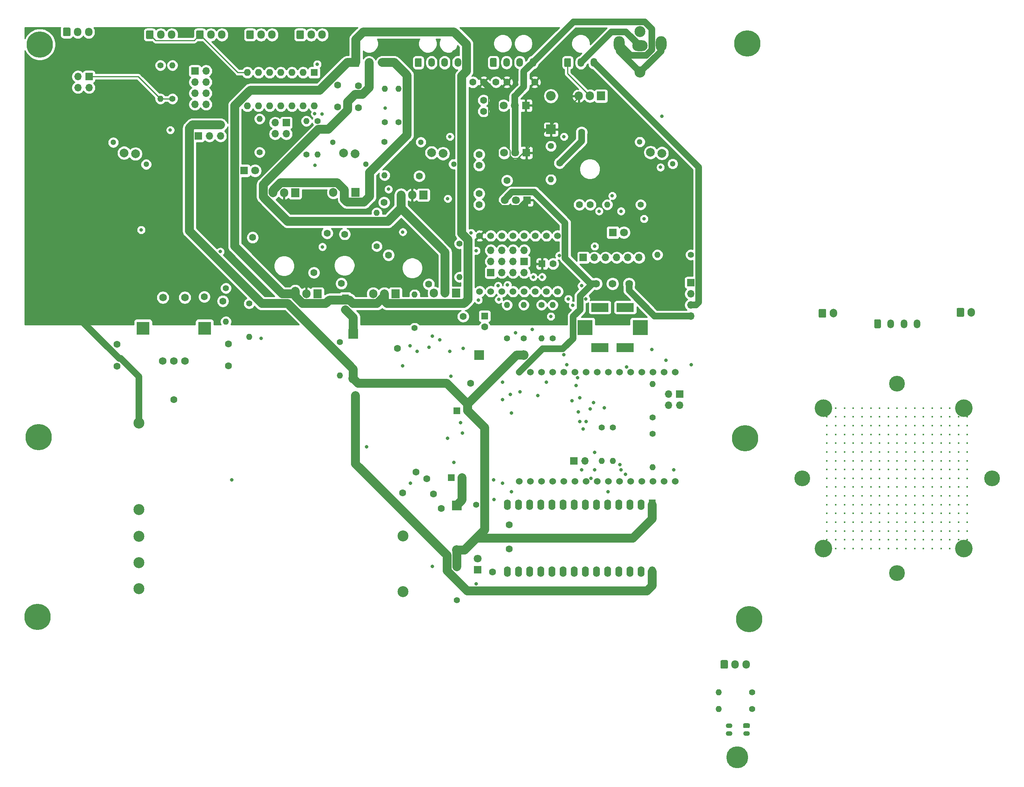
<source format=gbr>
%TF.GenerationSoftware,KiCad,Pcbnew,5.1.7-a382d34a8~88~ubuntu20.04.1*%
%TF.CreationDate,2021-05-08T15:19:39+02:00*%
%TF.ProjectId,OpenCelluloid,4f70656e-4365-46c6-9c75-6c6f69642e6b,rev?*%
%TF.SameCoordinates,Original*%
%TF.FileFunction,Copper,L2,Inr*%
%TF.FilePolarity,Positive*%
%FSLAX46Y46*%
G04 Gerber Fmt 4.6, Leading zero omitted, Abs format (unit mm)*
G04 Created by KiCad (PCBNEW 5.1.7-a382d34a8~88~ubuntu20.04.1) date 2021-05-08 15:19:39*
%MOMM*%
%LPD*%
G01*
G04 APERTURE LIST*
%TA.AperFunction,ComponentPad*%
%ADD10C,0.800000*%
%TD*%
%TA.AperFunction,ComponentPad*%
%ADD11C,5.000000*%
%TD*%
%TA.AperFunction,ComponentPad*%
%ADD12C,6.000000*%
%TD*%
%TA.AperFunction,ComponentPad*%
%ADD13C,4.000000*%
%TD*%
%TA.AperFunction,ComponentPad*%
%ADD14O,1.700000X2.000000*%
%TD*%
%TA.AperFunction,ComponentPad*%
%ADD15O,1.500000X2.020000*%
%TD*%
%TA.AperFunction,ComponentPad*%
%ADD16C,3.600000*%
%TD*%
%TA.AperFunction,ComponentPad*%
%ADD17C,0.400000*%
%TD*%
%TA.AperFunction,ComponentPad*%
%ADD18C,1.600000*%
%TD*%
%TA.AperFunction,ComponentPad*%
%ADD19C,2.500000*%
%TD*%
%TA.AperFunction,ComponentPad*%
%ADD20O,1.600000X1.600000*%
%TD*%
%TA.AperFunction,ComponentPad*%
%ADD21R,1.600000X1.600000*%
%TD*%
%TA.AperFunction,ComponentPad*%
%ADD22O,1.500000X1.100000*%
%TD*%
%TA.AperFunction,ComponentPad*%
%ADD23C,1.750000*%
%TD*%
%TA.AperFunction,ComponentPad*%
%ADD24R,3.000000X3.000000*%
%TD*%
%TA.AperFunction,ComponentPad*%
%ADD25C,1.524000*%
%TD*%
%TA.AperFunction,ComponentPad*%
%ADD26O,1.700000X1.950000*%
%TD*%
%TA.AperFunction,ComponentPad*%
%ADD27O,1.600000X2.400000*%
%TD*%
%TA.AperFunction,ComponentPad*%
%ADD28R,1.600000X2.400000*%
%TD*%
%TA.AperFunction,ComponentPad*%
%ADD29R,1.800000X1.800000*%
%TD*%
%TA.AperFunction,ComponentPad*%
%ADD30C,1.800000*%
%TD*%
%TA.AperFunction,ComponentPad*%
%ADD31O,3.500000X2.500000*%
%TD*%
%TA.AperFunction,ComponentPad*%
%ADD32O,2.500000X3.500000*%
%TD*%
%TA.AperFunction,ComponentPad*%
%ADD33R,4.000000X2.000000*%
%TD*%
%TA.AperFunction,ComponentPad*%
%ADD34R,3.500000X3.500000*%
%TD*%
%TA.AperFunction,WasherPad*%
%ADD35C,1.300000*%
%TD*%
%TA.AperFunction,ComponentPad*%
%ADD36C,2.000000*%
%TD*%
%TA.AperFunction,ComponentPad*%
%ADD37O,1.400000X1.400000*%
%TD*%
%TA.AperFunction,ComponentPad*%
%ADD38C,1.400000*%
%TD*%
%TA.AperFunction,ComponentPad*%
%ADD39O,1.905000X2.000000*%
%TD*%
%TA.AperFunction,ComponentPad*%
%ADD40R,1.905000X2.000000*%
%TD*%
%TA.AperFunction,ComponentPad*%
%ADD41O,1.700000X1.700000*%
%TD*%
%TA.AperFunction,ComponentPad*%
%ADD42R,1.700000X1.700000*%
%TD*%
%TA.AperFunction,ComponentPad*%
%ADD43O,2.200000X2.200000*%
%TD*%
%TA.AperFunction,ComponentPad*%
%ADD44R,2.200000X2.200000*%
%TD*%
%TA.AperFunction,ViaPad*%
%ADD45C,1.600000*%
%TD*%
%TA.AperFunction,ViaPad*%
%ADD46C,0.800000*%
%TD*%
%TA.AperFunction,Conductor*%
%ADD47C,1.500000*%
%TD*%
%TA.AperFunction,Conductor*%
%ADD48C,2.000000*%
%TD*%
%TA.AperFunction,Conductor*%
%ADD49C,0.250000*%
%TD*%
%TA.AperFunction,Conductor*%
%ADD50C,0.254000*%
%TD*%
%TA.AperFunction,Conductor*%
%ADD51C,0.100000*%
%TD*%
G04 APERTURE END LIST*
D10*
%TO.N,N/C*%
%TO.C,REF\u002A\u002A*%
X354825825Y-268174175D03*
X353500000Y-267625000D03*
X352174175Y-268174175D03*
X351625000Y-269500000D03*
X352174175Y-270825825D03*
X353500000Y-271375000D03*
X354825825Y-270825825D03*
X355375000Y-269500000D03*
D11*
X353500000Y-269500000D03*
%TD*%
D12*
%TO.N,N/C*%
%TO.C,REF\u002A\u002A*%
X356250000Y-238000000D03*
D10*
X358500000Y-238000000D03*
X357840990Y-239590990D03*
X356250000Y-240250000D03*
X354659010Y-239590990D03*
X354000000Y-238000000D03*
X354659010Y-236409010D03*
X356250000Y-235750000D03*
X357840990Y-236409010D03*
%TD*%
D12*
%TO.N,N/C*%
%TO.C,REF\u002A\u002A*%
X194000000Y-237500000D03*
D10*
X196250000Y-237500000D03*
X195590990Y-239090990D03*
X194000000Y-239750000D03*
X192409010Y-239090990D03*
X191750000Y-237500000D03*
X192409010Y-235909010D03*
X194000000Y-235250000D03*
X195590990Y-235909010D03*
%TD*%
D12*
%TO.N,N/C*%
%TO.C,REF\u002A\u002A*%
X194250000Y-196500000D03*
D10*
X196500000Y-196500000D03*
X195840990Y-198090990D03*
X194250000Y-198750000D03*
X192659010Y-198090990D03*
X192000000Y-196500000D03*
X192659010Y-194909010D03*
X194250000Y-194250000D03*
X195840990Y-194909010D03*
%TD*%
D12*
%TO.N,N/C*%
%TO.C,REF\u002A\u002A*%
X355250000Y-196750000D03*
D10*
X357500000Y-196750000D03*
X356840990Y-198340990D03*
X355250000Y-199000000D03*
X353659010Y-198340990D03*
X353000000Y-196750000D03*
X353659010Y-195159010D03*
X355250000Y-194500000D03*
X356840990Y-195159010D03*
%TD*%
D12*
%TO.N,N/C*%
%TO.C,REF\u002A\u002A*%
X194500000Y-107000000D03*
D10*
X196750000Y-107000000D03*
X196090990Y-108590990D03*
X194500000Y-109250000D03*
X192909010Y-108590990D03*
X192250000Y-107000000D03*
X192909010Y-105409010D03*
X194500000Y-104750000D03*
X196090990Y-105409010D03*
%TD*%
%TO.N,N/C*%
%TO.C,REF\u002A\u002A*%
X357340990Y-105159010D03*
X355750000Y-104500000D03*
X354159010Y-105159010D03*
X353500000Y-106750000D03*
X354159010Y-108340990D03*
X355750000Y-109000000D03*
X357340990Y-108340990D03*
X358000000Y-106750000D03*
D12*
X355750000Y-106750000D03*
%TD*%
D13*
%TO.N,N/C*%
%TO.C,J16*%
X373120000Y-221950000D03*
X405120000Y-189950000D03*
X405120000Y-221950000D03*
X373120000Y-189950000D03*
D14*
%TO.N,Net-(J16-Pad4)*%
X406870000Y-168070000D03*
%TO.N,Net-(J16-Pad3)*%
%TA.AperFunction,ComponentPad*%
G36*
G01*
X403520000Y-168820100D02*
X403520000Y-167319900D01*
G75*
G02*
X403769900Y-167070000I249900J0D01*
G01*
X404970100Y-167070000D01*
G75*
G02*
X405220000Y-167319900I0J-249900D01*
G01*
X405220000Y-168820100D01*
G75*
G02*
X404970100Y-169070000I-249900J0D01*
G01*
X403769900Y-169070000D01*
G75*
G02*
X403520000Y-168820100I0J249900D01*
G01*
G37*
%TD.AperFunction*%
%TO.N,Net-(J16-Pad2)*%
X375400000Y-168280000D03*
%TO.N,Net-(J16-Pad1)*%
%TA.AperFunction,ComponentPad*%
G36*
G01*
X372050000Y-169030000D02*
X372050000Y-167530000D01*
G75*
G02*
X372300000Y-167280000I250000J0D01*
G01*
X373500000Y-167280000D01*
G75*
G02*
X373750000Y-167530000I0J-250000D01*
G01*
X373750000Y-169030000D01*
G75*
G02*
X373500000Y-169280000I-250000J0D01*
G01*
X372300000Y-169280000D01*
G75*
G02*
X372050000Y-169030000I0J250000D01*
G01*
G37*
%TD.AperFunction*%
D15*
%TO.N,Net-(J16-Pad3)*%
X391480000Y-170680000D03*
%TO.N,Net-(J16-Pad2)*%
X388480000Y-170680000D03*
%TO.N,Net-(J16-Pad4)*%
X394480000Y-170680000D03*
%TO.N,Net-(J16-Pad1)*%
%TA.AperFunction,ComponentPad*%
G36*
G01*
X384730000Y-171440000D02*
X384730000Y-169920000D01*
G75*
G02*
X384980000Y-169670000I250000J0D01*
G01*
X385980000Y-169670000D01*
G75*
G02*
X386230000Y-169920000I0J-250000D01*
G01*
X386230000Y-171440000D01*
G75*
G02*
X385980000Y-171690000I-250000J0D01*
G01*
X384980000Y-171690000D01*
G75*
G02*
X384730000Y-171440000I0J250000D01*
G01*
G37*
%TD.AperFunction*%
D16*
%TO.N,N/C*%
X389950000Y-184300000D03*
X389950000Y-227500000D03*
X368350000Y-205900000D03*
X411550000Y-205900000D03*
D17*
X373950000Y-219900000D03*
X373950000Y-191900000D03*
X373950000Y-195900000D03*
X373950000Y-217900000D03*
X373950000Y-207900000D03*
X373950000Y-209900000D03*
X373950000Y-197900000D03*
X373950000Y-189900000D03*
X373950000Y-221900000D03*
X373950000Y-201900000D03*
X373950000Y-205900000D03*
X373950000Y-211900000D03*
X373950000Y-203900000D03*
X373950000Y-213900000D03*
X373950000Y-215900000D03*
X373950000Y-199900000D03*
X373950000Y-193900000D03*
X383950000Y-207900000D03*
X377950000Y-211900000D03*
X379950000Y-203900000D03*
X381950000Y-199900000D03*
X385950000Y-219900000D03*
X387950000Y-189900000D03*
X389950000Y-213900000D03*
X383950000Y-213900000D03*
X383950000Y-199900000D03*
X375950000Y-211900000D03*
X379950000Y-213900000D03*
X381950000Y-191900000D03*
X389950000Y-221900000D03*
X377950000Y-213900000D03*
X379950000Y-211900000D03*
X387950000Y-199900000D03*
X383950000Y-211900000D03*
X379950000Y-197900000D03*
X377950000Y-203900000D03*
X375950000Y-191900000D03*
X375950000Y-195900000D03*
X389950000Y-211900000D03*
X379950000Y-199900000D03*
X377950000Y-205900000D03*
X375950000Y-199900000D03*
X381950000Y-211900000D03*
X387950000Y-191900000D03*
X381950000Y-197900000D03*
X377950000Y-215900000D03*
X385950000Y-215900000D03*
X377950000Y-217900000D03*
X381950000Y-193900000D03*
X383950000Y-219900000D03*
X389950000Y-197900000D03*
X377950000Y-193900000D03*
X375950000Y-221900000D03*
X381950000Y-205900000D03*
X379950000Y-189900000D03*
X377950000Y-189900000D03*
X389950000Y-205900000D03*
X389950000Y-207900000D03*
X389950000Y-189900000D03*
X383950000Y-215900000D03*
X383950000Y-217900000D03*
X385950000Y-189900000D03*
X385950000Y-191900000D03*
X387950000Y-211900000D03*
X375950000Y-213900000D03*
X387950000Y-209900000D03*
X375950000Y-205900000D03*
X377950000Y-195900000D03*
X379950000Y-217900000D03*
X387950000Y-219900000D03*
X383950000Y-221900000D03*
X379950000Y-205900000D03*
X383950000Y-203900000D03*
X381950000Y-219900000D03*
X377950000Y-191900000D03*
X389950000Y-193900000D03*
X375950000Y-217900000D03*
X379950000Y-219900000D03*
X375950000Y-201900000D03*
X387950000Y-213900000D03*
X389950000Y-195900000D03*
X387950000Y-197900000D03*
X381950000Y-189900000D03*
X383950000Y-189900000D03*
X385950000Y-207900000D03*
X379950000Y-191900000D03*
X389950000Y-191900000D03*
X379950000Y-209900000D03*
X385950000Y-217900000D03*
X377950000Y-197900000D03*
X389950000Y-215900000D03*
X387950000Y-193900000D03*
X377950000Y-207900000D03*
X375950000Y-215900000D03*
X389950000Y-201900000D03*
X387950000Y-195900000D03*
X383950000Y-191900000D03*
X385950000Y-193900000D03*
X387950000Y-221900000D03*
X375950000Y-189900000D03*
X389950000Y-209900000D03*
X387950000Y-215900000D03*
X379950000Y-193900000D03*
X381950000Y-209900000D03*
X383950000Y-197900000D03*
X385950000Y-211900000D03*
X387950000Y-205900000D03*
X385950000Y-195900000D03*
X383950000Y-195900000D03*
X379950000Y-215900000D03*
X387950000Y-201900000D03*
X379950000Y-195900000D03*
X383950000Y-205900000D03*
X379950000Y-221900000D03*
X385950000Y-213900000D03*
X387950000Y-217900000D03*
X385950000Y-201900000D03*
X385950000Y-209900000D03*
X385950000Y-197900000D03*
X385950000Y-199900000D03*
X375950000Y-203900000D03*
X375950000Y-209900000D03*
X377950000Y-219900000D03*
X381950000Y-221900000D03*
X385950000Y-203900000D03*
X381950000Y-201900000D03*
X381950000Y-207900000D03*
X375950000Y-219900000D03*
X377950000Y-201900000D03*
X375950000Y-207900000D03*
X379950000Y-201900000D03*
X381950000Y-195900000D03*
X379950000Y-207900000D03*
X383950000Y-193900000D03*
X387950000Y-207900000D03*
X381950000Y-213900000D03*
X383950000Y-209900000D03*
X385950000Y-205900000D03*
X377950000Y-209900000D03*
X375950000Y-193900000D03*
X385950000Y-221900000D03*
X389950000Y-217900000D03*
X383950000Y-201900000D03*
X375950000Y-197900000D03*
X389950000Y-219900000D03*
X381950000Y-217900000D03*
X377950000Y-199900000D03*
X387950000Y-203900000D03*
X389950000Y-199900000D03*
X381950000Y-203900000D03*
X377950000Y-221900000D03*
X381950000Y-215900000D03*
X389950000Y-203900000D03*
X391950000Y-207900000D03*
X393950000Y-219900000D03*
X395950000Y-189900000D03*
X397950000Y-213900000D03*
X391950000Y-213900000D03*
X391950000Y-199900000D03*
X397950000Y-221900000D03*
X395950000Y-199900000D03*
X391950000Y-211900000D03*
X397950000Y-211900000D03*
X395950000Y-191900000D03*
X393950000Y-215900000D03*
X391950000Y-219900000D03*
X397950000Y-197900000D03*
X397950000Y-205900000D03*
X397950000Y-207900000D03*
X397950000Y-189900000D03*
X391950000Y-215900000D03*
X391950000Y-217900000D03*
X393950000Y-189900000D03*
X393950000Y-191900000D03*
X395950000Y-211900000D03*
X395950000Y-209900000D03*
X395950000Y-219900000D03*
X391950000Y-221900000D03*
X391950000Y-203900000D03*
X397950000Y-193900000D03*
X395950000Y-213900000D03*
X397950000Y-195900000D03*
X395950000Y-197900000D03*
X391950000Y-189900000D03*
X393950000Y-207900000D03*
X397950000Y-191900000D03*
X393950000Y-217900000D03*
X397950000Y-215900000D03*
X395950000Y-193900000D03*
X397950000Y-201900000D03*
X395950000Y-195900000D03*
X391950000Y-191900000D03*
X393950000Y-193900000D03*
X395950000Y-221900000D03*
X397950000Y-209900000D03*
X395950000Y-215900000D03*
X391950000Y-197900000D03*
X393950000Y-211900000D03*
X395950000Y-205900000D03*
X393950000Y-195900000D03*
X391950000Y-195900000D03*
X395950000Y-201900000D03*
X391950000Y-205900000D03*
X393950000Y-213900000D03*
X395950000Y-217900000D03*
X393950000Y-201900000D03*
X393950000Y-209900000D03*
X393950000Y-197900000D03*
X393950000Y-199900000D03*
X393950000Y-203900000D03*
X391950000Y-193900000D03*
X395950000Y-207900000D03*
X391950000Y-209900000D03*
X393950000Y-205900000D03*
X393950000Y-221900000D03*
X397950000Y-217900000D03*
X391950000Y-201900000D03*
X397950000Y-219900000D03*
X395950000Y-203900000D03*
X397950000Y-199900000D03*
X397950000Y-203900000D03*
X399950000Y-189900000D03*
X401950000Y-213900000D03*
X401950000Y-221900000D03*
X399950000Y-199900000D03*
X401950000Y-211900000D03*
X399950000Y-191900000D03*
X401950000Y-197900000D03*
X401950000Y-205900000D03*
X401950000Y-207900000D03*
X401950000Y-189900000D03*
X399950000Y-211900000D03*
X399950000Y-209900000D03*
X399950000Y-219900000D03*
X401950000Y-193900000D03*
X399950000Y-213900000D03*
X401950000Y-195900000D03*
X399950000Y-197900000D03*
X401950000Y-191900000D03*
X401950000Y-215900000D03*
X399950000Y-193900000D03*
X401950000Y-201900000D03*
X399950000Y-195900000D03*
X399950000Y-221900000D03*
X401950000Y-209900000D03*
X399950000Y-215900000D03*
X399950000Y-205900000D03*
X399950000Y-201900000D03*
X399950000Y-217900000D03*
X399950000Y-207900000D03*
X401950000Y-217900000D03*
X401950000Y-219900000D03*
X399950000Y-203900000D03*
X401950000Y-199900000D03*
X401950000Y-203900000D03*
X403950000Y-213900000D03*
X403950000Y-211900000D03*
X403950000Y-197900000D03*
X403950000Y-205900000D03*
X403950000Y-207900000D03*
X403950000Y-189900000D03*
X403950000Y-193900000D03*
X403950000Y-195900000D03*
X403950000Y-191900000D03*
X403950000Y-215900000D03*
X403950000Y-201900000D03*
X403950000Y-209900000D03*
X403950000Y-217900000D03*
X403950000Y-219900000D03*
X403950000Y-199900000D03*
X403950000Y-203900000D03*
X403950000Y-221900000D03*
X405950000Y-221900000D03*
X405950000Y-213900000D03*
X405950000Y-205900000D03*
X405950000Y-211900000D03*
X405950000Y-215900000D03*
X405950000Y-219900000D03*
X405950000Y-209900000D03*
X405950000Y-207900000D03*
X405950000Y-217900000D03*
X405950000Y-197900000D03*
X405950000Y-203900000D03*
X405950000Y-201900000D03*
X405950000Y-199900000D03*
X405950000Y-193900000D03*
X405950000Y-195900000D03*
X405950000Y-191900000D03*
X405950000Y-189900000D03*
%TD*%
D15*
%TO.N,GND*%
%TO.C,J15*%
X306900000Y-111100000D03*
%TO.N,+12V*%
X303900000Y-111100000D03*
%TO.N,45B_OUT-*%
X300900000Y-111100000D03*
%TO.N,45B_OUT+*%
%TA.AperFunction,ComponentPad*%
G36*
G01*
X297150000Y-111860000D02*
X297150000Y-110340000D01*
G75*
G02*
X297400000Y-110090000I250000J0D01*
G01*
X298400000Y-110090000D01*
G75*
G02*
X298650000Y-110340000I0J-250000D01*
G01*
X298650000Y-111860000D01*
G75*
G02*
X298400000Y-112110000I-250000J0D01*
G01*
X297400000Y-112110000D01*
G75*
G02*
X297150000Y-111860000I0J250000D01*
G01*
G37*
%TD.AperFunction*%
%TD*%
D18*
%TO.N,GND*%
%TO.C,Murata-Ceramic-Capacitor-50v1-22uF1*%
X304840000Y-115570000D03*
%TO.N,+24V*%
X307340000Y-115570000D03*
%TD*%
%TO.N,GND*%
%TO.C,Murata-Ceramic-Capacitor-50v1-22uF6*%
X295656000Y-119724800D03*
%TO.N,+12V*%
X295656000Y-122224800D03*
%TD*%
D19*
%TO.N,45B_OUT+*%
%TO.C,U7*%
X277296000Y-218998800D03*
%TO.N,45B_OUT-*%
X277296000Y-231748800D03*
%TO.N,+24V*%
X217096000Y-193298800D03*
%TO.N,GND*%
X217096000Y-213048800D03*
X217096000Y-219098800D03*
%TO.N,Net-(U1-Pad2)*%
X217096000Y-225098800D03*
%TO.N,Net-(U7-Pad5)*%
X217096000Y-231098800D03*
%TD*%
D20*
%TO.N,+3V3*%
%TO.C,U15*%
X257048000Y-121031000D03*
%TO.N,GNDD*%
X241808000Y-113411000D03*
%TO.N,N/C*%
X254508000Y-121031000D03*
%TO.N,Net-(J11-Pad2)*%
X244348000Y-113411000D03*
%TO.N,N/C*%
X251968000Y-121031000D03*
%TO.N,Net-(C10-Pad2)*%
X246888000Y-113411000D03*
%TO.N,N/C*%
X249428000Y-121031000D03*
%TO.N,Net-(R28-Pad2)*%
X249428000Y-113411000D03*
%TO.N,N/C*%
X246888000Y-121031000D03*
%TO.N,Net-(Q8-Pad3)*%
X251968000Y-113411000D03*
%TO.N,N/C*%
X244348000Y-121031000D03*
%TO.N,Net-(J11-Pad1)*%
X254508000Y-113411000D03*
%TO.N,N/C*%
X241808000Y-121031000D03*
D21*
%TO.N,Net-(J4-Pad2)*%
X257048000Y-113411000D03*
%TD*%
D22*
%TO.N,SENSOR-*%
%TO.C,U14*%
X355600000Y-264100000D03*
%TO.N,Net-(R23-Pad1)*%
%TA.AperFunction,ComponentPad*%
G36*
G01*
X355125000Y-261750000D02*
X356075000Y-261750000D01*
G75*
G02*
X356350000Y-262025000I0J-275000D01*
G01*
X356350000Y-262575000D01*
G75*
G02*
X356075000Y-262850000I-275000J0D01*
G01*
X355125000Y-262850000D01*
G75*
G02*
X354850000Y-262575000I0J275000D01*
G01*
X354850000Y-262025000D01*
G75*
G02*
X355125000Y-261750000I275000J0D01*
G01*
G37*
%TD.AperFunction*%
%TO.N,SENSOR-*%
X351600000Y-262300000D03*
%TO.N,SENSOR-SIGNAL*%
X351600000Y-264100000D03*
%TD*%
D23*
%TO.N,_ENCO-BUTTON*%
%TO.C,U13*%
X222569400Y-164671600D03*
%TO.N,+3V3*%
X227569400Y-164671600D03*
D24*
%TO.N,*%
X232069400Y-171671600D03*
X218069400Y-171671600D03*
D23*
%TO.N,GND*%
X225069400Y-179171600D03*
%TO.N,_CHANNEL-B*%
X227609400Y-179171600D03*
%TO.N,_CHANNEL-A*%
X222529400Y-179171600D03*
%TD*%
D25*
%TO.N,+24V*%
%TO.C,U12*%
X294767000Y-150622000D03*
%TO.N,GND*%
X297307000Y-150622000D03*
%TO.N,Net-(J7-Pad1)*%
X299847000Y-150622000D03*
%TO.N,Net-(J7-Pad2)*%
X302387000Y-150622000D03*
%TO.N,Net-(J7-Pad3)*%
X304927000Y-150622000D03*
%TO.N,Net-(J7-Pad4)*%
X307467000Y-150622000D03*
%TO.N,+3V3*%
X310007000Y-150622000D03*
%TO.N,GND*%
X312547000Y-150622000D03*
%TO.N,DIR*%
X312547000Y-163322000D03*
%TO.N,STP*%
X310007000Y-163322000D03*
%TO.N,SLP*%
X307467000Y-163322000D03*
%TO.N,Net-(JT1-Pad1)*%
X304927000Y-163322000D03*
%TO.N,Net-(JT1-Pad3)*%
X302387000Y-163322000D03*
%TO.N,Net-(JT1-Pad5)*%
X299847000Y-163322000D03*
%TO.N,Net-(JT1-Pad7)*%
X297307000Y-163322000D03*
%TO.N,EN*%
X294767000Y-163322000D03*
%TD*%
D26*
%TO.N,Net-(U11-Pad3)*%
%TO.C,U11*%
X224583000Y-104775000D03*
%TO.N,SENSOR-CRASS*%
X222083000Y-104775000D03*
%TO.N,GNDD*%
%TA.AperFunction,ComponentPad*%
G36*
G01*
X218733000Y-105500000D02*
X218733000Y-104050000D01*
G75*
G02*
X218983000Y-103800000I250000J0D01*
G01*
X220183000Y-103800000D01*
G75*
G02*
X220433000Y-104050000I0J-250000D01*
G01*
X220433000Y-105500000D01*
G75*
G02*
X220183000Y-105750000I-250000J0D01*
G01*
X218983000Y-105750000D01*
G75*
G02*
X218733000Y-105500000I0J250000D01*
G01*
G37*
%TD.AperFunction*%
%TD*%
D27*
%TO.N,Net-(C5-Pad2)*%
%TO.C,U10*%
X334137000Y-227203000D03*
%TO.N,Net-(R2-Pad1)*%
X301117000Y-211963000D03*
%TO.N,Net-(R11-Pad2)*%
X331597000Y-227203000D03*
%TO.N,GND*%
X303657000Y-211963000D03*
%TO.N,coilA*%
X329057000Y-227203000D03*
%TO.N,GND*%
X306197000Y-211963000D03*
%TO.N,Net-(U10-Pad25)*%
X326517000Y-227203000D03*
%TO.N,Net-(C2-Pad2)*%
X308737000Y-211963000D03*
%TO.N,Net-(C4-Pad2)*%
X323977000Y-227203000D03*
%TO.N,EN2*%
X311277000Y-211963000D03*
%TO.N,Net-(R9-Pad2)*%
X321437000Y-227203000D03*
%TO.N,GND*%
X313817000Y-211963000D03*
%TO.N,coilB*%
X318897000Y-227203000D03*
%TO.N,Net-(D5-Pad2)*%
X316357000Y-211963000D03*
%TO.N,Net-(U10-Pad21)*%
X316357000Y-227203000D03*
%TO.N,LIN3*%
X318897000Y-211963000D03*
%TO.N,Net-(C3-Pad2)*%
X313817000Y-227203000D03*
%TO.N,LIN2*%
X321437000Y-211963000D03*
%TO.N,Net-(R8-Pad2)*%
X311277000Y-227203000D03*
%TO.N,LIN1*%
X323977000Y-211963000D03*
%TO.N,coilC*%
X308737000Y-227203000D03*
%TO.N,HIN3*%
X326517000Y-211963000D03*
%TO.N,Net-(U10-Pad17)*%
X306197000Y-227203000D03*
%TO.N,HIN2*%
X329057000Y-211963000D03*
%TO.N,Net-(R4-Pad1)*%
X303657000Y-227203000D03*
%TO.N,HIN1*%
X331597000Y-211963000D03*
%TO.N,Net-(R3-Pad1)*%
X301117000Y-227203000D03*
D28*
%TO.N,Net-(C1-Pad2)*%
X334137000Y-211963000D03*
%TD*%
D25*
%TO.N,_MOSI*%
%TO.C,U9*%
X339344000Y-206629000D03*
%TO.N,_SENSOR*%
X336804000Y-206629000D03*
%TO.N,_ENCO-BUTTON*%
X334264000Y-206629000D03*
%TO.N,EN2*%
X331724000Y-206629000D03*
%TO.N,LEDS*%
X329184000Y-206629000D03*
%TO.N,_MISO*%
X326644000Y-206629000D03*
%TO.N,_SCK*%
X324104000Y-206629000D03*
%TO.N,_RX*%
X321564000Y-206629000D03*
%TO.N,Net-(J5-Pad2)*%
X319024000Y-206629000D03*
%TO.N,Net-(J5-Pad1)*%
X316484000Y-206629000D03*
%TO.N,_DIR*%
X313944000Y-206629000D03*
%TO.N,_STP*%
X311404000Y-206629000D03*
%TO.N,_EN*%
X308864000Y-206629000D03*
%TO.N,GNDD*%
X306324000Y-206629000D03*
%TO.N,Net-(U9-Pad16)*%
X303784000Y-206629000D03*
%TO.N,+5V*%
X303784000Y-181737000D03*
%TO.N,GNDD*%
X306324000Y-181737000D03*
X306324000Y-181737000D03*
%TO.N,MODE*%
X308864000Y-181737000D03*
%TO.N,CAPTURE*%
X311404000Y-181737000D03*
%TO.N,STARTSTOP*%
X313944000Y-181737000D03*
%TO.N,DIRSWITCH*%
X316484000Y-181737000D03*
%TO.N,LIN3*%
X319024000Y-181737000D03*
%TO.N,LIN2*%
X321564000Y-181737000D03*
%TO.N,LIN1*%
X324104000Y-181737000D03*
%TO.N,HIN3*%
X326644000Y-181737000D03*
%TO.N,HIN2*%
X329184000Y-181737000D03*
%TO.N,HIN1*%
X331724000Y-181737000D03*
%TO.N,_CHANNEL-A*%
X334264000Y-181737000D03*
%TO.N,_CHANNEL-B*%
X336804000Y-181737000D03*
%TO.N,Net-(J3-Pad3)*%
X339344000Y-181737000D03*
%TD*%
D26*
%TO.N,Net-(R7-Pad2)*%
%TO.C,U8*%
X236013000Y-104775000D03*
%TO.N,SENSOR-SIMPLE*%
X233513000Y-104775000D03*
%TO.N,GNDD*%
%TA.AperFunction,ComponentPad*%
G36*
G01*
X230163000Y-105500000D02*
X230163000Y-104050000D01*
G75*
G02*
X230413000Y-103800000I250000J0D01*
G01*
X231613000Y-103800000D01*
G75*
G02*
X231863000Y-104050000I0J-250000D01*
G01*
X231863000Y-105500000D01*
G75*
G02*
X231613000Y-105750000I-250000J0D01*
G01*
X230413000Y-105750000D01*
G75*
G02*
X230163000Y-105500000I0J250000D01*
G01*
G37*
%TD.AperFunction*%
%TD*%
D29*
%TO.N,+24V*%
%TO.C,U6*%
X305308000Y-120904000D03*
D30*
%TO.N,GND*%
X302768000Y-120904000D03*
%TO.N,+12V*%
X300228000Y-120904000D03*
%TD*%
D29*
%TO.N,+24V*%
%TO.C,U5*%
X305562000Y-142494000D03*
D30*
%TO.N,GND*%
X303022000Y-142494000D03*
%TO.N,+5V*%
X300482000Y-142494000D03*
%TD*%
D29*
%TO.N,+24V*%
%TO.C,U4*%
X305435000Y-131699000D03*
D30*
%TO.N,GND*%
X302895000Y-131699000D03*
%TO.N,+3V3*%
X300355000Y-131699000D03*
%TD*%
D31*
%TO.N,Net-(SW1-Pad2)*%
%TO.C,U2*%
X331343000Y-107315000D03*
D32*
%TO.N,GND*%
X336143000Y-106815000D03*
X326543000Y-106815000D03*
D19*
X331343000Y-113315000D03*
%TO.N,Net-(U2-Pad0)*%
X331343000Y-104065000D03*
%TD*%
D33*
%TO.N,*%
%TO.C,U1*%
X327976800Y-166932600D03*
X322176800Y-166932600D03*
X322176800Y-176132600D03*
X327976800Y-176132600D03*
D34*
X318776800Y-171532600D03*
X331376800Y-171532600D03*
D23*
%TO.N,GND*%
X328826800Y-161532600D03*
%TO.N,Net-(U1-Pad2)*%
X325076800Y-161532600D03*
%TO.N,+5V*%
X321326800Y-161532600D03*
%TD*%
D15*
%TO.N,+12V*%
%TO.C,SW1*%
X320833000Y-111125000D03*
%TO.N,Net-(SW1-Pad2)*%
X317833000Y-111125000D03*
%TO.N,Net-(Q1-Pad2)*%
%TA.AperFunction,ComponentPad*%
G36*
G01*
X314083000Y-111885000D02*
X314083000Y-110365000D01*
G75*
G02*
X314333000Y-110115000I250000J0D01*
G01*
X315333000Y-110115000D01*
G75*
G02*
X315583000Y-110365000I0J-250000D01*
G01*
X315583000Y-111885000D01*
G75*
G02*
X315333000Y-112135000I-250000J0D01*
G01*
X314333000Y-112135000D01*
G75*
G02*
X314083000Y-111885000I0J250000D01*
G01*
G37*
%TD.AperFunction*%
%TD*%
D35*
%TO.N,*%
%TO.C,S4*%
X338776000Y-134199000D03*
X331276000Y-129199000D03*
D36*
%TO.N,GNDD*%
X336326000Y-131799000D03*
%TO.N,MODE*%
X333726000Y-131599000D03*
%TD*%
D35*
%TO.N,*%
%TO.C,S3*%
X218761000Y-134326000D03*
X211261000Y-129326000D03*
D36*
%TO.N,GNDD*%
X216311000Y-131926000D03*
%TO.N,CAPTURE*%
X213711000Y-131726000D03*
%TD*%
D35*
%TO.N,*%
%TO.C,S2*%
X288865000Y-134262500D03*
X281365000Y-129262500D03*
D36*
%TO.N,GNDD*%
X286415000Y-131862500D03*
%TO.N,STARTSTOP*%
X283815000Y-131662500D03*
%TD*%
D35*
%TO.N,*%
%TO.C,S1*%
X268799000Y-134326000D03*
X261299000Y-129326000D03*
D36*
%TO.N,GNDD*%
X266349000Y-131926000D03*
%TO.N,DIRSWITCH*%
X263749000Y-131726000D03*
%TD*%
D37*
%TO.N,Net-(J11-Pad2)*%
%TO.C,R29*%
X276309000Y-117093698D03*
D38*
%TO.N,Net-(D14-Pad2)*%
X276309000Y-124713698D03*
%TD*%
D37*
%TO.N,Net-(R28-Pad2)*%
%TO.C,R28*%
X255270000Y-124460000D03*
D38*
%TO.N,Net-(C10-Pad2)*%
X255270000Y-132080000D03*
%TD*%
D37*
%TO.N,Net-(J11-Pad1)*%
%TO.C,R27*%
X244602000Y-123952000D03*
D38*
%TO.N,Net-(D13-Pad2)*%
X244602000Y-131572000D03*
%TD*%
D37*
%TO.N,+3V3*%
%TO.C,R26*%
X257810000Y-132080000D03*
D38*
%TO.N,Net-(Q8-Pad3)*%
X257810000Y-124460000D03*
%TD*%
D37*
%TO.N,SENSOR+*%
%TO.C,R25*%
X349250000Y-254680000D03*
D38*
%TO.N,SENSOR-SIGNAL*%
X356870000Y-254680000D03*
%TD*%
D37*
%TO.N,Net-(J9-Pad2)*%
%TO.C,R24*%
X273159000Y-117093698D03*
D38*
%TO.N,Net-(Q8-Pad3)*%
X273159000Y-124713698D03*
%TD*%
D37*
%TO.N,SENSOR+*%
%TO.C,R23*%
X349250000Y-258490000D03*
D38*
%TO.N,Net-(R23-Pad1)*%
X356870000Y-258490000D03*
%TD*%
D37*
%TO.N,_ENCO-BUTTON*%
%TO.C,R22*%
X334213200Y-203352400D03*
D38*
%TO.N,GNDD*%
X334213200Y-195732400D03*
%TD*%
D37*
%TO.N,_CHANNEL-A*%
%TO.C,R21*%
X334213200Y-184404000D03*
D38*
%TO.N,+3V3*%
X334213200Y-192024000D03*
%TD*%
D37*
%TO.N,_CHANNEL-B*%
%TO.C,R20*%
X236931200Y-170180000D03*
D38*
%TO.N,+3V3*%
X236931200Y-162560000D03*
%TD*%
D37*
%TO.N,_EN*%
%TO.C,R19*%
X322580000Y-201930000D03*
D38*
%TO.N,EN*%
X322580000Y-194310000D03*
%TD*%
D37*
%TO.N,_STP*%
%TO.C,R18*%
X325120000Y-201930000D03*
D38*
%TO.N,STP*%
X325120000Y-194310000D03*
%TD*%
D37*
%TO.N,_DIR*%
%TO.C,R17*%
X308864000Y-173990000D03*
D38*
%TO.N,DIR*%
X308864000Y-166370000D03*
%TD*%
D37*
%TO.N,EN*%
%TO.C,R16*%
X335280000Y-154940000D03*
D38*
%TO.N,+3V3*%
X342900000Y-154940000D03*
%TD*%
D37*
%TO.N,+3V3*%
%TO.C,R15*%
X221996000Y-119380000D03*
D38*
%TO.N,SENSOR-CRASS*%
X221996000Y-111760000D03*
%TD*%
D37*
%TO.N,+3V3*%
%TO.C,R14*%
X323850000Y-143510000D03*
D38*
%TO.N,MODE*%
X331470000Y-143510000D03*
%TD*%
D37*
%TO.N,+3V3*%
%TO.C,R13*%
X304800000Y-166370000D03*
D38*
%TO.N,CAPTURE*%
X304800000Y-173990000D03*
%TD*%
D37*
%TO.N,+3V3*%
%TO.C,R12*%
X311404000Y-166370000D03*
D38*
%TO.N,STARTSTOP*%
X311404000Y-173990000D03*
%TD*%
D37*
%TO.N,Net-(R11-Pad2)*%
%TO.C,R11*%
X262890000Y-182499000D03*
D38*
%TO.N,Net-(Q7-Pad1)*%
X262890000Y-174879000D03*
%TD*%
D37*
%TO.N,+3V3*%
%TO.C,R10*%
X273100800Y-136804400D03*
D38*
%TO.N,DIRSWITCH*%
X273100800Y-129184400D03*
%TD*%
D37*
%TO.N,Net-(R9-Pad2)*%
%TO.C,R9*%
X290195000Y-160020000D03*
D38*
%TO.N,Net-(Q6-Pad1)*%
X290195000Y-152400000D03*
%TD*%
D37*
%TO.N,Net-(R8-Pad2)*%
%TO.C,R8*%
X242214400Y-173685200D03*
D38*
%TO.N,Net-(Q5-Pad1)*%
X242214400Y-166065200D03*
%TD*%
D37*
%TO.N,Net-(R7-Pad2)*%
%TO.C,R7*%
X224739200Y-111760000D03*
D38*
%TO.N,+3V3*%
X224739200Y-119380000D03*
%TD*%
D37*
%TO.N,Net-(C1-Pad2)*%
%TO.C,R6*%
X294005000Y-219583000D03*
D38*
%TO.N,Net-(C2-Pad2)*%
X294005000Y-211963000D03*
%TD*%
D37*
%TO.N,Net-(C1-Pad2)*%
%TO.C,R5*%
X289560000Y-226060000D03*
D38*
%TO.N,Net-(D5-Pad1)*%
X289560000Y-233680000D03*
%TD*%
D37*
%TO.N,Net-(Q4-Pad1)*%
%TO.C,R4*%
X279958800Y-164033200D03*
D38*
%TO.N,Net-(R4-Pad1)*%
X279958800Y-171653200D03*
%TD*%
D37*
%TO.N,Net-(Q3-Pad1)*%
%TO.C,R3*%
X300990000Y-166370000D03*
D38*
%TO.N,Net-(R3-Pad1)*%
X300990000Y-173990000D03*
%TD*%
D37*
%TO.N,Net-(Q2-Pad1)*%
%TO.C,R2*%
X271322800Y-145389600D03*
D38*
%TO.N,Net-(R2-Pad1)*%
X271322800Y-153009600D03*
%TD*%
D37*
%TO.N,GND*%
%TO.C,R1*%
X311023000Y-137795000D03*
D38*
%TO.N,Net-(D1-Pad2)*%
X311023000Y-130175000D03*
%TD*%
D39*
%TO.N,coilA*%
%TO.C,Q7*%
X252730000Y-163830000D03*
%TO.N,+24V*%
X255270000Y-163830000D03*
D40*
%TO.N,Net-(Q7-Pad1)*%
X257810000Y-163830000D03*
%TD*%
D39*
%TO.N,coilB*%
%TO.C,Q6*%
X276860000Y-141305280D03*
%TO.N,+24V*%
X279400000Y-141305280D03*
D40*
%TO.N,Net-(Q6-Pad1)*%
X281940000Y-141305280D03*
%TD*%
D39*
%TO.N,coilC*%
%TO.C,Q5*%
X247650000Y-140817600D03*
%TO.N,+24V*%
X250190000Y-140817600D03*
D40*
%TO.N,Net-(Q5-Pad1)*%
X252730000Y-140817600D03*
%TD*%
D39*
%TO.N,GND*%
%TO.C,Q4*%
X270510000Y-163830000D03*
%TO.N,coilA*%
X273050000Y-163830000D03*
D40*
%TO.N,Net-(Q4-Pad1)*%
X275590000Y-163830000D03*
%TD*%
D39*
%TO.N,GND*%
%TO.C,Q3*%
X284353000Y-163703000D03*
%TO.N,coilB*%
X286893000Y-163703000D03*
D40*
%TO.N,Net-(Q3-Pad1)*%
X289433000Y-163703000D03*
%TD*%
D39*
%TO.N,GND*%
%TO.C,Q2*%
X261416800Y-140716000D03*
%TO.N,coilC*%
X263956800Y-140716000D03*
D40*
%TO.N,Net-(Q2-Pad1)*%
X266496800Y-140716000D03*
%TD*%
D39*
%TO.N,+24V*%
%TO.C,Q1*%
X317373000Y-118745000D03*
%TO.N,Net-(Q1-Pad2)*%
X319913000Y-118745000D03*
D40*
%TO.N,Net-(D1-Pad2)*%
X322453000Y-118745000D03*
%TD*%
D18*
%TO.N,GND*%
%TO.C,Murata-Ceramic-Capacitor-50v1-22uF5*%
X294640000Y-141010000D03*
%TO.N,+5V*%
X294640000Y-143510000D03*
%TD*%
%TO.N,GND*%
%TO.C,Murata-Ceramic-Capacitor-50v1-22uF4*%
X294640000Y-134580000D03*
%TO.N,+3V3*%
X294640000Y-132080000D03*
%TD*%
%TO.N,GND*%
%TO.C,50V-10uF1*%
X293200000Y-115600000D03*
%TO.N,+24V*%
X295700000Y-115600000D03*
%TD*%
%TO.N,GND*%
%TO.C,Murata-Ceramic-Capacitor-50v1-22uF2*%
X298490000Y-115570000D03*
%TO.N,+24V*%
X300990000Y-115570000D03*
%TD*%
D41*
%TO.N,_MOSI*%
%TO.C,JT1*%
X297307000Y-153924000D03*
%TO.N,Net-(JT1-Pad7)*%
X297307000Y-156464000D03*
%TO.N,_SCK*%
X299847000Y-153924000D03*
%TO.N,Net-(JT1-Pad5)*%
X299847000Y-156464000D03*
%TO.N,_RX*%
X302387000Y-153924000D03*
%TO.N,Net-(JT1-Pad3)*%
X302387000Y-156464000D03*
%TO.N,_MISO*%
X304927000Y-153924000D03*
D42*
%TO.N,Net-(JT1-Pad1)*%
X304927000Y-156464000D03*
%TD*%
D41*
%TO.N,DIR*%
%TO.C,JP1*%
X331089000Y-155575000D03*
%TO.N,STP*%
X328549000Y-155575000D03*
%TO.N,EN*%
X326009000Y-155575000D03*
%TO.N,GND*%
X323469000Y-155575000D03*
%TO.N,+3V3*%
X320929000Y-155575000D03*
D42*
%TO.N,VSS*%
X318389000Y-155575000D03*
%TD*%
D26*
%TO.N,SENSOR-*%
%TO.C,J10*%
X355520000Y-248330000D03*
%TO.N,SENSOR-SIGNAL*%
X353020000Y-248330000D03*
%TO.N,SENSOR+*%
%TA.AperFunction,ComponentPad*%
G36*
G01*
X349670000Y-249055000D02*
X349670000Y-247605000D01*
G75*
G02*
X349920000Y-247355000I250000J0D01*
G01*
X351120000Y-247355000D01*
G75*
G02*
X351370000Y-247605000I0J-250000D01*
G01*
X351370000Y-249055000D01*
G75*
G02*
X351120000Y-249305000I-250000J0D01*
G01*
X349920000Y-249305000D01*
G75*
G02*
X349670000Y-249055000I0J250000D01*
G01*
G37*
%TD.AperFunction*%
%TD*%
%TO.N,GNDD*%
%TO.C,J9*%
X247443000Y-104775000D03*
%TO.N,Net-(J9-Pad2)*%
X244943000Y-104775000D03*
%TO.N,+3V3*%
%TA.AperFunction,ComponentPad*%
G36*
G01*
X241593000Y-105500000D02*
X241593000Y-104050000D01*
G75*
G02*
X241843000Y-103800000I250000J0D01*
G01*
X243043000Y-103800000D01*
G75*
G02*
X243293000Y-104050000I0J-250000D01*
G01*
X243293000Y-105500000D01*
G75*
G02*
X243043000Y-105750000I-250000J0D01*
G01*
X241843000Y-105750000D01*
G75*
G02*
X241593000Y-105500000I0J250000D01*
G01*
G37*
%TD.AperFunction*%
%TD*%
D41*
%TO.N,SLP*%
%TO.C,J8*%
X304927000Y-159004000D03*
%TO.N,+3V3*%
X302387000Y-159004000D03*
X299847000Y-159004000D03*
D42*
X297307000Y-159004000D03*
%TD*%
D15*
%TO.N,Net-(J7-Pad4)*%
%TO.C,J7*%
X289797000Y-111125000D03*
%TO.N,Net-(J7-Pad3)*%
X286797000Y-111125000D03*
%TO.N,Net-(J7-Pad2)*%
X283797000Y-111125000D03*
%TO.N,Net-(J7-Pad1)*%
%TA.AperFunction,ComponentPad*%
G36*
G01*
X280047000Y-111885000D02*
X280047000Y-110365000D01*
G75*
G02*
X280297000Y-110115000I250000J0D01*
G01*
X281297000Y-110115000D01*
G75*
G02*
X281547000Y-110365000I0J-250000D01*
G01*
X281547000Y-111885000D01*
G75*
G02*
X281297000Y-112135000I-250000J0D01*
G01*
X280297000Y-112135000D01*
G75*
G02*
X280047000Y-111885000I0J250000D01*
G01*
G37*
%TD.AperFunction*%
%TD*%
%TO.N,coilC*%
%TO.C,J6*%
X272573000Y-111125000D03*
%TO.N,coilB*%
X269573000Y-111125000D03*
%TO.N,coilA*%
%TA.AperFunction,ComponentPad*%
G36*
G01*
X265823000Y-111885000D02*
X265823000Y-110365000D01*
G75*
G02*
X266073000Y-110115000I250000J0D01*
G01*
X267073000Y-110115000D01*
G75*
G02*
X267323000Y-110365000I0J-250000D01*
G01*
X267323000Y-111885000D01*
G75*
G02*
X267073000Y-112135000I-250000J0D01*
G01*
X266073000Y-112135000D01*
G75*
G02*
X265823000Y-111885000I0J250000D01*
G01*
G37*
%TD.AperFunction*%
%TD*%
D41*
%TO.N,Net-(J5-Pad2)*%
%TO.C,J5*%
X318770000Y-201930000D03*
D42*
%TO.N,Net-(J5-Pad1)*%
X316230000Y-201930000D03*
%TD*%
D26*
%TO.N,GNDD*%
%TO.C,J4*%
X258873000Y-104775000D03*
%TO.N,Net-(J4-Pad2)*%
X256373000Y-104775000D03*
%TO.N,+3V3*%
%TA.AperFunction,ComponentPad*%
G36*
G01*
X253023000Y-105500000D02*
X253023000Y-104050000D01*
G75*
G02*
X253273000Y-103800000I250000J0D01*
G01*
X254473000Y-103800000D01*
G75*
G02*
X254723000Y-104050000I0J-250000D01*
G01*
X254723000Y-105500000D01*
G75*
G02*
X254473000Y-105750000I-250000J0D01*
G01*
X253273000Y-105750000D01*
G75*
G02*
X253023000Y-105500000I0J250000D01*
G01*
G37*
%TD.AperFunction*%
%TD*%
D41*
%TO.N,GNDD*%
%TO.C,J3*%
X337820000Y-189230000D03*
%TO.N,Net-(J3-Pad3)*%
X340360000Y-189230000D03*
%TO.N,+3V3*%
X337820000Y-186690000D03*
D42*
%TO.N,Net-(J3-Pad3)*%
X340360000Y-186690000D03*
%TD*%
D41*
%TO.N,Net-(C1-Pad2)*%
%TO.C,J2*%
X235712000Y-125349000D03*
%TO.N,+12V*%
X235712000Y-127889000D03*
%TO.N,Net-(C1-Pad2)*%
X233172000Y-125349000D03*
%TO.N,+5V*%
X233172000Y-127889000D03*
%TO.N,Net-(C1-Pad2)*%
X230632000Y-125349000D03*
D42*
%TO.N,+3V3*%
X230632000Y-127889000D03*
%TD*%
D41*
%TO.N,GND*%
%TO.C,J1*%
X342900000Y-168910000D03*
%TO.N,+12V*%
X342900000Y-166370000D03*
%TO.N,+5V*%
X342900000Y-163830000D03*
D42*
%TO.N,+3V3*%
X342900000Y-161290000D03*
%TD*%
D30*
%TO.N,Net-(D14-Pad2)*%
%TO.C,D14*%
X327660000Y-149860000D03*
D29*
%TO.N,GNDD*%
X325120000Y-149860000D03*
%TD*%
D30*
%TO.N,Net-(D13-Pad2)*%
%TO.C,D13*%
X243586000Y-135763000D03*
D29*
%TO.N,GNDD*%
X241046000Y-135763000D03*
%TD*%
D30*
%TO.N,Net-(D5-Pad2)*%
%TO.C,D5*%
X294335200Y-224231200D03*
D29*
%TO.N,Net-(D5-Pad1)*%
X294335200Y-226771200D03*
%TD*%
D43*
%TO.N,Net-(C1-Pad2)*%
%TO.C,D4*%
X289560000Y-222250000D03*
D44*
%TO.N,Net-(C3-Pad2)*%
X289560000Y-212090000D03*
%TD*%
D43*
%TO.N,Net-(C1-Pad2)*%
%TO.C,D3*%
X266000000Y-183160000D03*
D44*
%TO.N,Net-(C5-Pad2)*%
X266000000Y-173000000D03*
%TD*%
D43*
%TO.N,Net-(C1-Pad2)*%
%TO.C,D2*%
X304800000Y-177800000D03*
D44*
%TO.N,Net-(C4-Pad2)*%
X294640000Y-177800000D03*
%TD*%
D43*
%TO.N,Net-(D1-Pad2)*%
%TO.C,D1*%
X311023000Y-118745000D03*
D44*
%TO.N,+24V*%
X311023000Y-126365000D03*
%TD*%
D18*
%TO.N,Net-(C10-Pad2)*%
%TO.C,C10*%
X262382000Y-116285000D03*
%TO.N,GNDD*%
X262382000Y-121285000D03*
%TD*%
%TO.N,+3V3*%
%TO.C,C9*%
X267106400Y-121382800D03*
%TO.N,GNDD*%
X267106400Y-116382800D03*
%TD*%
%TO.N,GNDD*%
%TO.C,C8*%
X237490000Y-180260000D03*
%TO.N,_CHANNEL-B*%
X237490000Y-175260000D03*
%TD*%
%TO.N,_CHANNEL-A*%
%TO.C,C7*%
X212090000Y-175340000D03*
%TO.N,GNDD*%
X212090000Y-180340000D03*
%TD*%
%TO.N,GND*%
%TO.C,C6*%
X311500000Y-157000000D03*
D21*
%TO.N,+24V*%
X309000000Y-157000000D03*
%TD*%
D18*
%TO.N,Net-(C5-Pad2)*%
%TO.C,C5*%
X264160000Y-167244400D03*
D21*
%TO.N,coilA*%
X264160000Y-164744400D03*
%TD*%
D18*
%TO.N,Net-(C4-Pad2)*%
%TO.C,C4*%
X295910000Y-171410000D03*
D21*
%TO.N,coilB*%
X295910000Y-168910000D03*
%TD*%
D18*
%TO.N,Net-(C3-Pad2)*%
%TO.C,C3*%
X290790000Y-205740000D03*
D21*
%TO.N,coilC*%
X288290000Y-205740000D03*
%TD*%
D18*
%TO.N,Net-(C2-Pad2)*%
%TO.C,C2*%
X320000000Y-143510000D03*
%TO.N,GND*%
X317500000Y-143510000D03*
%TD*%
%TO.N,Net-(C1-Pad2)*%
%TO.C,C1*%
X292060000Y-190500000D03*
D21*
%TO.N,GND*%
X289560000Y-190500000D03*
%TD*%
D42*
%TO.N,SENSOR-SYNKINO*%
%TO.C,J11*%
X250698000Y-124841000D03*
D41*
%TO.N,Net-(J11-Pad1)*%
X248158000Y-124841000D03*
%TO.N,SENSOR-SYNKINO*%
X250698000Y-127381000D03*
%TO.N,Net-(J11-Pad2)*%
X248158000Y-127381000D03*
%TD*%
%TO.N,Net-(J12-Pad1)*%
%TO.C,J12*%
%TA.AperFunction,ComponentPad*%
G36*
G01*
X199810000Y-104865000D02*
X199810000Y-103415000D01*
G75*
G02*
X200060000Y-103165000I250000J0D01*
G01*
X201260000Y-103165000D01*
G75*
G02*
X201510000Y-103415000I0J-250000D01*
G01*
X201510000Y-104865000D01*
G75*
G02*
X201260000Y-105115000I-250000J0D01*
G01*
X200060000Y-105115000D01*
G75*
G02*
X199810000Y-104865000I0J250000D01*
G01*
G37*
%TD.AperFunction*%
D26*
%TO.N,_SENSOR-SIGNAL*%
X203160000Y-104140000D03*
%TO.N,GNDD*%
X205660000Y-104140000D03*
%TD*%
D42*
%TO.N,+3V3*%
%TO.C,J13*%
X205740000Y-114300000D03*
D41*
%TO.N,Net-(J12-Pad1)*%
X203200000Y-114300000D03*
%TO.N,+5V*%
X205740000Y-116840000D03*
%TO.N,Net-(J12-Pad1)*%
X203200000Y-116840000D03*
%TD*%
D42*
%TO.N,SENSOR-CRASS*%
%TO.C,J14*%
X229870000Y-113030000D03*
D41*
%TO.N,_SENSOR*%
X232410000Y-113030000D03*
%TO.N,SENSOR-SIMPLE*%
X229870000Y-115570000D03*
%TO.N,_SENSOR*%
X232410000Y-115570000D03*
%TO.N,SENSOR-SYNKINO*%
X229870000Y-118110000D03*
%TO.N,_SENSOR*%
X232410000Y-118110000D03*
%TO.N,_SENSOR-SIGNAL*%
X229870000Y-120650000D03*
%TO.N,_SENSOR*%
X232410000Y-120650000D03*
%TD*%
D45*
%TO.N,GND*%
X302803349Y-118821527D03*
X225069400Y-187930600D03*
X264000000Y-150249999D03*
X283167136Y-161626994D03*
D46*
%TO.N,Net-(C2-Pad2)*%
X317250000Y-190750000D03*
X317616153Y-187500000D03*
X316750000Y-184750000D03*
X317110104Y-182946561D03*
X315976799Y-166500000D03*
X332250000Y-146750000D03*
X325000000Y-141500000D03*
D45*
%TO.N,coilC*%
X257000000Y-159000000D03*
X260000000Y-150000000D03*
X301500000Y-222000000D03*
X286000000Y-212750000D03*
%TO.N,Net-(C3-Pad2)*%
X297750000Y-227250000D03*
%TO.N,Net-(C4-Pad2)*%
X301500000Y-216500000D03*
X284250000Y-209500000D03*
X282750000Y-206000000D03*
X292750000Y-184250000D03*
%TO.N,coilB*%
X291000000Y-169000000D03*
X277250000Y-209250000D03*
X280250000Y-204500000D03*
X276000000Y-176250000D03*
%TO.N,coilA*%
X291747010Y-106909008D03*
%TO.N,Net-(C5-Pad2)*%
X266500000Y-187000000D03*
%TO.N,+24V*%
X203000000Y-169000000D03*
X309000000Y-105000000D03*
X235000000Y-143000000D03*
X216000000Y-143000000D03*
X289250000Y-109000000D03*
X233000000Y-132750000D03*
X242750000Y-144750000D03*
D46*
%TO.N,GNDD*%
X336326000Y-123326000D03*
X235661000Y-154215000D03*
X336000000Y-135000000D03*
X327000000Y-145000000D03*
X339000000Y-204000000D03*
X322000000Y-145000000D03*
X311001152Y-168998848D03*
X301750000Y-186750000D03*
X334000000Y-176500000D03*
%TO.N,_CHANNEL-B*%
X288243001Y-182660733D03*
X320725000Y-188649999D03*
X328250000Y-180500000D03*
X337250000Y-179000000D03*
%TO.N,+3V3*%
X258835001Y-122835001D03*
X321000000Y-153000000D03*
X288000000Y-128000000D03*
X274000000Y-140000000D03*
X257250000Y-134500000D03*
%TO.N,Net-(C10-Pad2)*%
X257187653Y-122812347D03*
%TO.N,Net-(D5-Pad1)*%
X294000000Y-230000000D03*
D45*
%TO.N,+5V*%
X318000000Y-127000000D03*
X313000000Y-134000000D03*
X301000000Y-138000000D03*
X273000000Y-143000000D03*
X274000000Y-155000000D03*
X274000000Y-155000000D03*
X263250000Y-161500000D03*
X236250000Y-165500000D03*
X232000000Y-164500000D03*
D46*
%TO.N,Net-(D7-Pad4)*%
X314000000Y-128000000D03*
X258930503Y-153139999D03*
%TO.N,Net-(D11-Pad4)*%
X224250000Y-126500000D03*
X217627000Y-149264200D03*
D45*
%TO.N,+12V*%
X281000000Y-137000000D03*
D46*
%TO.N,SLP*%
X307000000Y-160000000D03*
%TO.N,_SENSOR*%
X327000000Y-204000000D03*
%TO.N,EN*%
X299119001Y-165134001D03*
X314671999Y-180000000D03*
X317616153Y-193000000D03*
X319066153Y-193000000D03*
%TO.N,STP*%
X323176154Y-189823846D03*
%TO.N,_MISO*%
X319000000Y-165000000D03*
X318000000Y-162000000D03*
X312909001Y-155124999D03*
%TO.N,Net-(JT1-Pad3)*%
X301123830Y-161795524D03*
%TO.N,_RX*%
X321000000Y-204000000D03*
X318000000Y-204000000D03*
X308000000Y-187000000D03*
X299000000Y-162000000D03*
X294000000Y-154000000D03*
%TO.N,_SCK*%
X324000000Y-209000000D03*
X302000000Y-209000000D03*
X302000000Y-191000000D03*
X288000000Y-177000000D03*
%TO.N,_MOSI*%
X309000000Y-160000000D03*
X315000000Y-165000000D03*
D45*
%TO.N,Net-(Q5-Pad1)*%
X243000000Y-151000000D03*
D46*
%TO.N,Net-(Q8-Pad3)*%
X273250000Y-121500000D03*
X257750000Y-111500000D03*
%TO.N,Net-(R2-Pad1)*%
X288939999Y-202250000D03*
X298000000Y-206250000D03*
X298006371Y-210743629D03*
%TO.N,Net-(R3-Pad1)*%
X300000000Y-184000000D03*
X300000000Y-188000000D03*
X300000000Y-206991001D03*
%TO.N,Net-(R4-Pad1)*%
X290389999Y-193250000D03*
X280500000Y-177000000D03*
X284000000Y-173500000D03*
%TO.N,Net-(R9-Pad2)*%
X290868629Y-195618629D03*
X287500000Y-196750000D03*
%TO.N,DIRSWITCH*%
X277250000Y-149750000D03*
X294500000Y-165250000D03*
X303000000Y-172750000D03*
X306750000Y-172000000D03*
X313946999Y-177750000D03*
%TO.N,Net-(R11-Pad2)*%
X279000000Y-206991001D03*
X284000000Y-226000000D03*
%TO.N,STARTSTOP*%
X287500000Y-142160000D03*
X292809872Y-149940128D03*
X277250000Y-180250000D03*
X291000000Y-176250000D03*
X283250000Y-176000000D03*
X278949098Y-175699098D03*
%TO.N,CAPTURE*%
X245000000Y-174000000D03*
X285669142Y-174330858D03*
%TO.N,_DIR*%
X304000000Y-186175010D03*
X310000000Y-184000000D03*
%TO.N,Net-(U1-Pad2)*%
X315796998Y-188250000D03*
X269000000Y-198750000D03*
X238250000Y-206250000D03*
%TO.N,HIN1*%
X343000000Y-180000000D03*
%TO.N,HIN2*%
X328000000Y-205000000D03*
%TO.N,LIN1*%
X320000000Y-190099999D03*
%TO.N,LIN2*%
X318341153Y-194658847D03*
X321000000Y-200000000D03*
X320168847Y-205891184D03*
%TO.N,LIN3*%
X326782360Y-202767544D03*
%TD*%
D47*
%TO.N,GND*%
X336143000Y-108515000D02*
X331343000Y-113315000D01*
X336143000Y-106815000D02*
X336143000Y-108515000D01*
X326543000Y-108515000D02*
X331343000Y-113315000D01*
X326543000Y-106815000D02*
X326543000Y-108515000D01*
X316135001Y-101864999D02*
X306900000Y-111100000D01*
X332399001Y-101864999D02*
X316135001Y-101864999D01*
X334043010Y-103509008D02*
X332399001Y-101864999D01*
X334043010Y-108226273D02*
X334043010Y-103509008D01*
X329243010Y-109515010D02*
X332754273Y-109515010D01*
X332754273Y-109515010D02*
X334043010Y-108226273D01*
X326543000Y-106815000D02*
X329243010Y-109515010D01*
X328826800Y-163072598D02*
X328826800Y-161532600D01*
X334664202Y-168910000D02*
X328826800Y-163072598D01*
X342900000Y-168910000D02*
X334664202Y-168910000D01*
X302895000Y-121031000D02*
X302768000Y-120904000D01*
X302895000Y-131699000D02*
X302895000Y-121031000D01*
X304840000Y-116714178D02*
X304840000Y-115570000D01*
X302768000Y-118786178D02*
X304840000Y-116714178D01*
X302768000Y-120904000D02*
X302768000Y-118786178D01*
X304840000Y-113160000D02*
X306900000Y-111100000D01*
X304840000Y-115570000D02*
X304840000Y-113160000D01*
X302768000Y-118786178D02*
X302803349Y-118821527D01*
D48*
%TO.N,Net-(C1-Pad2)*%
X289560000Y-226060000D02*
X289560000Y-222250000D01*
X291338000Y-222250000D02*
X294005000Y-219583000D01*
X289560000Y-222250000D02*
X291338000Y-222250000D01*
X334137000Y-215163000D02*
X334137000Y-211963000D01*
X329717000Y-219583000D02*
X334137000Y-215163000D01*
X294005000Y-219583000D02*
X329717000Y-219583000D01*
X295905001Y-194345001D02*
X292060000Y-190500000D01*
X295905001Y-217682999D02*
X295905001Y-194345001D01*
X294005000Y-219583000D02*
X295905001Y-217682999D01*
X292060000Y-188984366D02*
X292060000Y-190500000D01*
X303244366Y-177800000D02*
X292060000Y-188984366D01*
X304800000Y-177800000D02*
X303244366Y-177800000D01*
X287335633Y-184259999D02*
X292060000Y-188984366D01*
X267099999Y-184259999D02*
X287335633Y-184259999D01*
X266000000Y-183160000D02*
X267099999Y-184259999D01*
X229311998Y-125349000D02*
X230632000Y-125349000D01*
X228581999Y-126078999D02*
X229311998Y-125349000D01*
X228581999Y-149504001D02*
X228581999Y-126078999D01*
X245108008Y-166030010D02*
X228581999Y-149504001D01*
X251030010Y-166030010D02*
X245108008Y-166030010D01*
X266000000Y-181000000D02*
X251030010Y-166030010D01*
X266000000Y-183160000D02*
X266000000Y-181000000D01*
X235712000Y-125349000D02*
X230632000Y-125349000D01*
%TO.N,coilC*%
X278209001Y-114011001D02*
X275323000Y-111125000D01*
X278209001Y-127654001D02*
X278209001Y-114011001D01*
X269687001Y-136176001D02*
X278209001Y-127654001D01*
X275323000Y-111125000D02*
X272573000Y-111125000D01*
X269687001Y-141638301D02*
X269687001Y-136176001D01*
X268409301Y-142916001D02*
X269687001Y-141638301D01*
X264584299Y-142916001D02*
X268409301Y-142916001D01*
X263956800Y-142288502D02*
X264584299Y-142916001D01*
X263956800Y-140716000D02*
X263956800Y-142288502D01*
X263956800Y-140164392D02*
X263956800Y-140716000D01*
X262308398Y-138515990D02*
X263956800Y-140164392D01*
X249400002Y-138515990D02*
X262308398Y-138515990D01*
X247650000Y-140265992D02*
X249400002Y-138515990D01*
X247650000Y-140817600D02*
X247650000Y-140265992D01*
%TO.N,Net-(C3-Pad2)*%
X290790000Y-210860000D02*
X290790000Y-205740000D01*
X289560000Y-212090000D02*
X290790000Y-210860000D01*
%TO.N,coilB*%
X268066401Y-118382801D02*
X269573000Y-116876202D01*
X266417199Y-118382801D02*
X268066401Y-118382801D01*
X264700000Y-120100000D02*
X266417199Y-118382801D01*
X264700000Y-121927002D02*
X264700000Y-120100000D01*
X258039999Y-126360001D02*
X260267001Y-126360001D01*
X245449990Y-138950010D02*
X258039999Y-126360001D01*
X260267001Y-126360001D02*
X264700000Y-121927002D01*
X245449990Y-141728873D02*
X245449990Y-138950010D01*
X251010718Y-147289601D02*
X245449990Y-141728873D01*
X273875679Y-147289601D02*
X251010718Y-147289601D01*
X276860000Y-144305280D02*
X273875679Y-147289601D01*
X269573000Y-116876202D02*
X269573000Y-111125000D01*
X276860000Y-141305280D02*
X276860000Y-144305280D01*
X286893000Y-154338280D02*
X276860000Y-144305280D01*
X286893000Y-163703000D02*
X286893000Y-154338280D01*
%TO.N,coilA*%
X242478998Y-117400000D02*
X258306998Y-117400000D01*
X264581998Y-111125000D02*
X266573000Y-111125000D01*
X238945999Y-120932999D02*
X242478998Y-117400000D01*
X238945999Y-152998499D02*
X238945999Y-120932999D01*
X249777500Y-163830000D02*
X238945999Y-152998499D01*
X258306998Y-117400000D02*
X264581998Y-111125000D01*
X252730000Y-163830000D02*
X249777500Y-163830000D01*
X266573000Y-105808998D02*
X266573000Y-111125000D01*
X288943001Y-104104999D02*
X268276999Y-104104999D01*
X268276999Y-104104999D02*
X266573000Y-105808998D01*
X291747010Y-106909008D02*
X288943001Y-104104999D01*
X273050000Y-165402502D02*
X273050000Y-163830000D01*
X273677499Y-166030001D02*
X273050000Y-165402502D01*
X291218501Y-166030001D02*
X273677499Y-166030001D01*
X292095001Y-165153501D02*
X291218501Y-166030001D01*
X290715001Y-150107999D02*
X292095001Y-151487999D01*
X290715001Y-114139019D02*
X290715001Y-150107999D01*
X292095001Y-151487999D02*
X292095001Y-165153501D01*
X291747010Y-113107010D02*
X290715001Y-114139019D01*
X291747010Y-106909008D02*
X291747010Y-113107010D01*
X252730000Y-163278392D02*
X252730000Y-163830000D01*
X252730000Y-164381608D02*
X252730000Y-163830000D01*
X254378402Y-166030010D02*
X252730000Y-164381608D01*
X259722492Y-166030010D02*
X254378402Y-166030010D01*
X260508103Y-165244399D02*
X259722492Y-166030010D01*
X265120001Y-165244399D02*
X260508103Y-165244399D01*
X265905612Y-166030010D02*
X265120001Y-165244399D01*
X273050000Y-164381608D02*
X271401598Y-166030010D01*
X271401598Y-166030010D02*
X265905612Y-166030010D01*
X273050000Y-163830000D02*
X273050000Y-164381608D01*
%TO.N,Net-(C5-Pad2)*%
X266000000Y-169235681D02*
X264208728Y-167444409D01*
X266000000Y-173000000D02*
X266000000Y-169235681D01*
X266500000Y-202594002D02*
X266500000Y-187000000D01*
X287359990Y-226971273D02*
X287359990Y-223453992D01*
X291988718Y-231600001D02*
X287359990Y-226971273D01*
X332939999Y-231600001D02*
X291988718Y-231600001D01*
X334137000Y-230403000D02*
X332939999Y-231600001D01*
X287359990Y-223453992D02*
X266500000Y-202594002D01*
X334137000Y-227203000D02*
X334137000Y-230403000D01*
D49*
%TO.N,+24V*%
X295700000Y-115600000D02*
X295600000Y-115600000D01*
X317373000Y-119034002D02*
X317373000Y-118745000D01*
X303483001Y-132924001D02*
X317373000Y-119034002D01*
X302306999Y-132924001D02*
X303483001Y-132924001D01*
X301669999Y-132287001D02*
X302306999Y-132924001D01*
X301669999Y-131110999D02*
X301669999Y-132287001D01*
X296795001Y-116695001D02*
X296795001Y-126236001D01*
X296795001Y-126236001D02*
X301669999Y-131110999D01*
X295700000Y-115600000D02*
X296795001Y-116695001D01*
D47*
X212589999Y-178589999D02*
X203000000Y-169000000D01*
X212930001Y-178589999D02*
X212589999Y-178589999D01*
X217096000Y-182755998D02*
X212930001Y-178589999D01*
X217096000Y-193298800D02*
X217096000Y-182755998D01*
X303910001Y-144344001D02*
X305562000Y-142692002D01*
X299593999Y-144344001D02*
X303910001Y-144344001D01*
X305562000Y-142692002D02*
X305562000Y-142494000D01*
X298377999Y-143128001D02*
X299593999Y-144344001D01*
X298377999Y-118277999D02*
X298377999Y-143128001D01*
X295700000Y-115600000D02*
X298377999Y-118277999D01*
X235000000Y-134750000D02*
X233000000Y-132750000D01*
X235000000Y-143000000D02*
X235000000Y-134750000D01*
D49*
%TO.N,GNDD*%
X229712990Y-106075010D02*
X231013000Y-104775000D01*
X220883010Y-106075010D02*
X229712990Y-106075010D01*
X219583000Y-104775000D02*
X220883010Y-106075010D01*
X239649000Y-113411000D02*
X241808000Y-113411000D01*
X231013000Y-104775000D02*
X239649000Y-113411000D01*
%TO.N,+3V3*%
X216916000Y-114300000D02*
X221996000Y-119380000D01*
X205740000Y-114300000D02*
X216916000Y-114300000D01*
X221996000Y-119380000D02*
X224739200Y-119380000D01*
D47*
%TO.N,+5V*%
X318000000Y-129000000D02*
X313000000Y-134000000D01*
X318000000Y-127000000D02*
X318000000Y-129000000D01*
X300482000Y-142295998D02*
X300482000Y-142494000D01*
X302133999Y-140643999D02*
X300482000Y-142295998D01*
X307222001Y-140643999D02*
X302133999Y-140643999D01*
X314259001Y-147680999D02*
X307222001Y-140643999D01*
X314259001Y-155702237D02*
X314259001Y-147680999D01*
X320089364Y-161532600D02*
X314259001Y-155702237D01*
X321326800Y-161532600D02*
X320089364Y-161532600D01*
X317649999Y-164351999D02*
X320469398Y-161532600D01*
X317649999Y-167449399D02*
X317649999Y-164351999D01*
X316076799Y-169022599D02*
X317649999Y-167449399D01*
X316076799Y-174042601D02*
X316076799Y-169022599D01*
X313719401Y-176399999D02*
X316076799Y-174042601D01*
X309121001Y-176399999D02*
X313719401Y-176399999D01*
X320469398Y-161532600D02*
X321326800Y-161532600D01*
X303784000Y-181737000D02*
X309121001Y-176399999D01*
%TO.N,+12V*%
X344700001Y-165772080D02*
X344102081Y-166370000D01*
X344102081Y-166370000D02*
X342900000Y-166370000D01*
X344700001Y-134992001D02*
X344700001Y-165772080D01*
X320833000Y-111125000D02*
X344700001Y-134992001D01*
D49*
%TO.N,Net-(Q1-Pad2)*%
X314833000Y-113665000D02*
X319913000Y-118745000D01*
X314833000Y-111125000D02*
X314833000Y-113665000D01*
D47*
%TO.N,Net-(SW1-Pad2)*%
X324843010Y-104114990D02*
X317833000Y-111125000D01*
X328142990Y-104114990D02*
X324843010Y-104114990D01*
X331343000Y-107315000D02*
X328142990Y-104114990D01*
%TD*%
D50*
%TO.N,+24V*%
X306539183Y-109502132D02*
X306367419Y-109554236D01*
X306126812Y-109682843D01*
X305915919Y-109855920D01*
X305742843Y-110066813D01*
X305614236Y-110307420D01*
X305562133Y-110479182D01*
X305283597Y-110757717D01*
X305264960Y-110568493D01*
X305185764Y-110307419D01*
X305057157Y-110066812D01*
X304884080Y-109855919D01*
X304673187Y-109682843D01*
X304432580Y-109554236D01*
X304171506Y-109475040D01*
X303900000Y-109448299D01*
X303628493Y-109475040D01*
X303367419Y-109554236D01*
X303126812Y-109682843D01*
X302915919Y-109855920D01*
X302742843Y-110066813D01*
X302614236Y-110307420D01*
X302535040Y-110568494D01*
X302515000Y-110771964D01*
X302515000Y-111428037D01*
X302535040Y-111631507D01*
X302614236Y-111892581D01*
X302742843Y-112133188D01*
X302915920Y-112344081D01*
X303126813Y-112517157D01*
X303367420Y-112645764D01*
X303533398Y-112696113D01*
X303475040Y-112888493D01*
X303448300Y-113160000D01*
X303455001Y-113228039D01*
X303455000Y-115177300D01*
X303405000Y-115428665D01*
X303405000Y-115711335D01*
X303455000Y-115962699D01*
X303455000Y-116140492D01*
X301888629Y-117706864D01*
X301888590Y-117706890D01*
X301836695Y-117758785D01*
X301783919Y-117802097D01*
X301740607Y-117854873D01*
X301688712Y-117906768D01*
X301647938Y-117967791D01*
X301610844Y-118012990D01*
X301583280Y-118064559D01*
X301531669Y-118141800D01*
X301496120Y-118227623D01*
X301482236Y-118253598D01*
X301473686Y-118281784D01*
X301423496Y-118402953D01*
X301368349Y-118680192D01*
X301368349Y-118962862D01*
X301383001Y-119036521D01*
X301383000Y-119888183D01*
X301206505Y-119711688D01*
X300955095Y-119543701D01*
X300675743Y-119427989D01*
X300379184Y-119369000D01*
X300076816Y-119369000D01*
X299780257Y-119427989D01*
X299500905Y-119543701D01*
X299249495Y-119711688D01*
X299035688Y-119925495D01*
X298867701Y-120176905D01*
X298751989Y-120456257D01*
X298693000Y-120752816D01*
X298693000Y-121055184D01*
X298751989Y-121351743D01*
X298867701Y-121631095D01*
X299035688Y-121882505D01*
X299249495Y-122096312D01*
X299500905Y-122264299D01*
X299780257Y-122380011D01*
X300076816Y-122439000D01*
X300379184Y-122439000D01*
X300675743Y-122380011D01*
X300955095Y-122264299D01*
X301206505Y-122096312D01*
X301420312Y-121882505D01*
X301498000Y-121766237D01*
X301510001Y-121784197D01*
X301510000Y-130683183D01*
X301333505Y-130506688D01*
X301082095Y-130338701D01*
X300802743Y-130222989D01*
X300506184Y-130164000D01*
X300203816Y-130164000D01*
X299907257Y-130222989D01*
X299627905Y-130338701D01*
X299376495Y-130506688D01*
X299162688Y-130720495D01*
X298994701Y-130971905D01*
X298878989Y-131251257D01*
X298820000Y-131547816D01*
X298820000Y-131850184D01*
X298878989Y-132146743D01*
X298994701Y-132426095D01*
X299162688Y-132677505D01*
X299376495Y-132891312D01*
X299627905Y-133059299D01*
X299907257Y-133175011D01*
X300203816Y-133234000D01*
X300506184Y-133234000D01*
X300802743Y-133175011D01*
X301082095Y-133059299D01*
X301333505Y-132891312D01*
X301547312Y-132677505D01*
X301625000Y-132561237D01*
X301702688Y-132677505D01*
X301916495Y-132891312D01*
X302167905Y-133059299D01*
X302447257Y-133175011D01*
X302743816Y-133234000D01*
X303046184Y-133234000D01*
X303342743Y-133175011D01*
X303622095Y-133059299D01*
X303873505Y-132891312D01*
X303939944Y-132824873D01*
X303945498Y-132843180D01*
X304004463Y-132953494D01*
X304083815Y-133050185D01*
X304180506Y-133129537D01*
X304290820Y-133188502D01*
X304410518Y-133224812D01*
X304535000Y-133237072D01*
X305149250Y-133234000D01*
X305308000Y-133075250D01*
X305308000Y-131826000D01*
X305562000Y-131826000D01*
X305562000Y-133075250D01*
X305720750Y-133234000D01*
X306335000Y-133237072D01*
X306459482Y-133224812D01*
X306579180Y-133188502D01*
X306689494Y-133129537D01*
X306786185Y-133050185D01*
X306865537Y-132953494D01*
X306924502Y-132843180D01*
X306960812Y-132723482D01*
X306973072Y-132599000D01*
X306970000Y-131984750D01*
X306811250Y-131826000D01*
X305562000Y-131826000D01*
X305308000Y-131826000D01*
X305288000Y-131826000D01*
X305288000Y-131572000D01*
X305308000Y-131572000D01*
X305308000Y-130322750D01*
X305562000Y-130322750D01*
X305562000Y-131572000D01*
X306811250Y-131572000D01*
X306970000Y-131413250D01*
X306973072Y-130799000D01*
X306960812Y-130674518D01*
X306924502Y-130554820D01*
X306865537Y-130444506D01*
X306786185Y-130347815D01*
X306689494Y-130268463D01*
X306579180Y-130209498D01*
X306459482Y-130173188D01*
X306335000Y-130160928D01*
X305720750Y-130164000D01*
X305562000Y-130322750D01*
X305308000Y-130322750D01*
X305149250Y-130164000D01*
X304535000Y-130160928D01*
X304410518Y-130173188D01*
X304290820Y-130209498D01*
X304280000Y-130215282D01*
X304280000Y-130043514D01*
X309688000Y-130043514D01*
X309688000Y-130306486D01*
X309739304Y-130564405D01*
X309839939Y-130807359D01*
X309986038Y-131026013D01*
X310171987Y-131211962D01*
X310390641Y-131358061D01*
X310633595Y-131458696D01*
X310891514Y-131510000D01*
X311154486Y-131510000D01*
X311412405Y-131458696D01*
X311655359Y-131358061D01*
X311874013Y-131211962D01*
X312059962Y-131026013D01*
X312206061Y-130807359D01*
X312306696Y-130564405D01*
X312358000Y-130306486D01*
X312358000Y-130043514D01*
X312306696Y-129785595D01*
X312206061Y-129542641D01*
X312059962Y-129323987D01*
X311874013Y-129138038D01*
X311655359Y-128991939D01*
X311412405Y-128891304D01*
X311154486Y-128840000D01*
X310891514Y-128840000D01*
X310633595Y-128891304D01*
X310390641Y-128991939D01*
X310171987Y-129138038D01*
X309986038Y-129323987D01*
X309839939Y-129542641D01*
X309739304Y-129785595D01*
X309688000Y-130043514D01*
X304280000Y-130043514D01*
X304280000Y-127465000D01*
X309284928Y-127465000D01*
X309297188Y-127589482D01*
X309333498Y-127709180D01*
X309392463Y-127819494D01*
X309471815Y-127916185D01*
X309568506Y-127995537D01*
X309678820Y-128054502D01*
X309798518Y-128090812D01*
X309923000Y-128103072D01*
X310737250Y-128100000D01*
X310896000Y-127941250D01*
X310896000Y-126492000D01*
X311150000Y-126492000D01*
X311150000Y-127941250D01*
X311308750Y-128100000D01*
X312123000Y-128103072D01*
X312247482Y-128090812D01*
X312367180Y-128054502D01*
X312477494Y-127995537D01*
X312574185Y-127916185D01*
X312589058Y-127898061D01*
X312965000Y-127898061D01*
X312965000Y-128101939D01*
X313004774Y-128301898D01*
X313082795Y-128490256D01*
X313196063Y-128659774D01*
X313340226Y-128803937D01*
X313509744Y-128917205D01*
X313698102Y-128995226D01*
X313898061Y-129035000D01*
X314101939Y-129035000D01*
X314301898Y-128995226D01*
X314490256Y-128917205D01*
X314659774Y-128803937D01*
X314803937Y-128659774D01*
X314917205Y-128490256D01*
X314995226Y-128301898D01*
X315035000Y-128101939D01*
X315035000Y-127898061D01*
X314995226Y-127698102D01*
X314917205Y-127509744D01*
X314803937Y-127340226D01*
X314659774Y-127196063D01*
X314490256Y-127082795D01*
X314301898Y-127004774D01*
X314101939Y-126965000D01*
X313898061Y-126965000D01*
X313698102Y-127004774D01*
X313509744Y-127082795D01*
X313340226Y-127196063D01*
X313196063Y-127340226D01*
X313082795Y-127509744D01*
X313004774Y-127698102D01*
X312965000Y-127898061D01*
X312589058Y-127898061D01*
X312653537Y-127819494D01*
X312712502Y-127709180D01*
X312748812Y-127589482D01*
X312761072Y-127465000D01*
X312758000Y-126650750D01*
X312599250Y-126492000D01*
X311150000Y-126492000D01*
X310896000Y-126492000D01*
X309446750Y-126492000D01*
X309288000Y-126650750D01*
X309284928Y-127465000D01*
X304280000Y-127465000D01*
X304280000Y-125265000D01*
X309284928Y-125265000D01*
X309288000Y-126079250D01*
X309446750Y-126238000D01*
X310896000Y-126238000D01*
X310896000Y-124788750D01*
X311150000Y-124788750D01*
X311150000Y-126238000D01*
X312599250Y-126238000D01*
X312758000Y-126079250D01*
X312761072Y-125265000D01*
X312748812Y-125140518D01*
X312712502Y-125020820D01*
X312653537Y-124910506D01*
X312574185Y-124813815D01*
X312477494Y-124734463D01*
X312367180Y-124675498D01*
X312247482Y-124639188D01*
X312123000Y-124626928D01*
X311308750Y-124630000D01*
X311150000Y-124788750D01*
X310896000Y-124788750D01*
X310737250Y-124630000D01*
X309923000Y-124626928D01*
X309798518Y-124639188D01*
X309678820Y-124675498D01*
X309568506Y-124734463D01*
X309471815Y-124813815D01*
X309392463Y-124910506D01*
X309333498Y-125020820D01*
X309297188Y-125140518D01*
X309284928Y-125265000D01*
X304280000Y-125265000D01*
X304280000Y-122428745D01*
X304283518Y-122429812D01*
X304408000Y-122442072D01*
X305022250Y-122439000D01*
X305181000Y-122280250D01*
X305181000Y-121031000D01*
X305435000Y-121031000D01*
X305435000Y-122280250D01*
X305593750Y-122439000D01*
X306208000Y-122442072D01*
X306332482Y-122429812D01*
X306452180Y-122393502D01*
X306562494Y-122334537D01*
X306659185Y-122255185D01*
X306738537Y-122158494D01*
X306797502Y-122048180D01*
X306833812Y-121928482D01*
X306846072Y-121804000D01*
X306843000Y-121189750D01*
X306684250Y-121031000D01*
X305435000Y-121031000D01*
X305181000Y-121031000D01*
X305161000Y-121031000D01*
X305161000Y-120777000D01*
X305181000Y-120777000D01*
X305181000Y-119527750D01*
X305435000Y-119527750D01*
X305435000Y-120777000D01*
X306684250Y-120777000D01*
X306843000Y-120618250D01*
X306846072Y-120004000D01*
X306833812Y-119879518D01*
X306797502Y-119759820D01*
X306738537Y-119649506D01*
X306659185Y-119552815D01*
X306562494Y-119473463D01*
X306452180Y-119414498D01*
X306332482Y-119378188D01*
X306208000Y-119365928D01*
X305593750Y-119369000D01*
X305435000Y-119527750D01*
X305181000Y-119527750D01*
X305022250Y-119369000D01*
X304408000Y-119365928D01*
X304283518Y-119378188D01*
X304163820Y-119414498D01*
X304153000Y-119420282D01*
X304153000Y-119359863D01*
X304938746Y-118574117D01*
X309288000Y-118574117D01*
X309288000Y-118915883D01*
X309354675Y-119251081D01*
X309485463Y-119566831D01*
X309675337Y-119850998D01*
X309917002Y-120092663D01*
X310201169Y-120282537D01*
X310516919Y-120413325D01*
X310852117Y-120480000D01*
X311193883Y-120480000D01*
X311529081Y-120413325D01*
X311844831Y-120282537D01*
X312128998Y-120092663D01*
X312370663Y-119850998D01*
X312560537Y-119566831D01*
X312691325Y-119251081D01*
X312717624Y-119118863D01*
X315820622Y-119118863D01*
X315914121Y-119415446D01*
X316063684Y-119688089D01*
X316263563Y-119926315D01*
X316506077Y-120120969D01*
X316781906Y-120264571D01*
X317000020Y-120335563D01*
X317246000Y-120215594D01*
X317246000Y-118872000D01*
X315947430Y-118872000D01*
X315820622Y-119118863D01*
X312717624Y-119118863D01*
X312758000Y-118915883D01*
X312758000Y-118574117D01*
X312691325Y-118238919D01*
X312560537Y-117923169D01*
X312370663Y-117639002D01*
X312128998Y-117397337D01*
X311844831Y-117207463D01*
X311529081Y-117076675D01*
X311193883Y-117010000D01*
X310852117Y-117010000D01*
X310516919Y-117076675D01*
X310201169Y-117207463D01*
X309917002Y-117397337D01*
X309675337Y-117639002D01*
X309485463Y-117923169D01*
X309354675Y-118238919D01*
X309288000Y-118574117D01*
X304938746Y-118574117D01*
X305771241Y-117741623D01*
X305824080Y-117698259D01*
X305867445Y-117645419D01*
X305867452Y-117645412D01*
X305997157Y-117487366D01*
X306125764Y-117246759D01*
X306204960Y-116985685D01*
X306231701Y-116714178D01*
X306225000Y-116646141D01*
X306225000Y-116562702D01*
X306526903Y-116562702D01*
X306598486Y-116806671D01*
X306853996Y-116927571D01*
X307128184Y-116996300D01*
X307410512Y-117010217D01*
X307690130Y-116968787D01*
X307956292Y-116873603D01*
X308081514Y-116806671D01*
X308153097Y-116562702D01*
X307340000Y-115749605D01*
X306526903Y-116562702D01*
X306225000Y-116562702D01*
X306225000Y-116347214D01*
X306347298Y-116383097D01*
X307160395Y-115570000D01*
X307519605Y-115570000D01*
X308332702Y-116383097D01*
X308576671Y-116311514D01*
X308697571Y-116056004D01*
X308766300Y-115781816D01*
X308780217Y-115499488D01*
X308738787Y-115219870D01*
X308643603Y-114953708D01*
X308576671Y-114828486D01*
X308332702Y-114756903D01*
X307519605Y-115570000D01*
X307160395Y-115570000D01*
X306347298Y-114756903D01*
X306225000Y-114792786D01*
X306225000Y-114577298D01*
X306526903Y-114577298D01*
X307340000Y-115390395D01*
X308153097Y-114577298D01*
X308081514Y-114333329D01*
X307826004Y-114212429D01*
X307551816Y-114143700D01*
X307269488Y-114129783D01*
X306989870Y-114171213D01*
X306723708Y-114266397D01*
X306598486Y-114333329D01*
X306526903Y-114577298D01*
X306225000Y-114577298D01*
X306225000Y-113733685D01*
X307260818Y-112697868D01*
X307432581Y-112645764D01*
X307673188Y-112517157D01*
X307884081Y-112344081D01*
X308057157Y-112133188D01*
X308185764Y-111892581D01*
X308237868Y-111720817D01*
X309593685Y-110365000D01*
X313444928Y-110365000D01*
X313444928Y-111885000D01*
X313461992Y-112058254D01*
X313512528Y-112224850D01*
X313594595Y-112378386D01*
X313705038Y-112512962D01*
X313839614Y-112623405D01*
X313993150Y-112705472D01*
X314073001Y-112729694D01*
X314073001Y-113627668D01*
X314069324Y-113665000D01*
X314073001Y-113702333D01*
X314083998Y-113813986D01*
X314097180Y-113857442D01*
X314127454Y-113957246D01*
X314198026Y-114089276D01*
X314256070Y-114160002D01*
X314293000Y-114205001D01*
X314321998Y-114228799D01*
X317245998Y-117152800D01*
X317245998Y-117274405D01*
X317000020Y-117154437D01*
X316781906Y-117225429D01*
X316506077Y-117369031D01*
X316263563Y-117563685D01*
X316063684Y-117801911D01*
X315914121Y-118074554D01*
X315820622Y-118371137D01*
X315947430Y-118618000D01*
X317246000Y-118618000D01*
X317246000Y-118598000D01*
X317500000Y-118598000D01*
X317500000Y-118618000D01*
X317520000Y-118618000D01*
X317520000Y-118872000D01*
X317500000Y-118872000D01*
X317500000Y-120215594D01*
X317745980Y-120335563D01*
X317964094Y-120264571D01*
X318239923Y-120120969D01*
X318482437Y-119926315D01*
X318637838Y-119741100D01*
X318785037Y-119920463D01*
X319026765Y-120118845D01*
X319302551Y-120266255D01*
X319601796Y-120357030D01*
X319913000Y-120387681D01*
X320224203Y-120357030D01*
X320523448Y-120266255D01*
X320799234Y-120118845D01*
X320925095Y-120015553D01*
X320969963Y-120099494D01*
X321049315Y-120196185D01*
X321146006Y-120275537D01*
X321256320Y-120334502D01*
X321376018Y-120370812D01*
X321500500Y-120383072D01*
X323405500Y-120383072D01*
X323529982Y-120370812D01*
X323649680Y-120334502D01*
X323759994Y-120275537D01*
X323856685Y-120196185D01*
X323936037Y-120099494D01*
X323995002Y-119989180D01*
X324031312Y-119869482D01*
X324043572Y-119745000D01*
X324043572Y-117745000D01*
X324031312Y-117620518D01*
X323995002Y-117500820D01*
X323936037Y-117390506D01*
X323856685Y-117293815D01*
X323759994Y-117214463D01*
X323649680Y-117155498D01*
X323529982Y-117119188D01*
X323405500Y-117106928D01*
X321500500Y-117106928D01*
X321376018Y-117119188D01*
X321256320Y-117155498D01*
X321146006Y-117214463D01*
X321049315Y-117293815D01*
X320969963Y-117390506D01*
X320925095Y-117474446D01*
X320799235Y-117371155D01*
X320523449Y-117223745D01*
X320224204Y-117132970D01*
X319913000Y-117102319D01*
X319601797Y-117132970D01*
X319428378Y-117185576D01*
X315593000Y-113350199D01*
X315593000Y-112729694D01*
X315672850Y-112705472D01*
X315826386Y-112623405D01*
X315960962Y-112512962D01*
X316071405Y-112378386D01*
X316153472Y-112224850D01*
X316204008Y-112058254D01*
X316221072Y-111885000D01*
X316221072Y-110365000D01*
X316204008Y-110191746D01*
X316153472Y-110025150D01*
X316071405Y-109871614D01*
X315960962Y-109737038D01*
X315826386Y-109626595D01*
X315672850Y-109544528D01*
X315506254Y-109493992D01*
X315333000Y-109476928D01*
X314333000Y-109476928D01*
X314159746Y-109493992D01*
X313993150Y-109544528D01*
X313839614Y-109626595D01*
X313705038Y-109737038D01*
X313594595Y-109871614D01*
X313512528Y-110025150D01*
X313461992Y-110191746D01*
X313444928Y-110365000D01*
X309593685Y-110365000D01*
X316708687Y-103249999D01*
X323749315Y-103249999D01*
X319964018Y-107035296D01*
X319968000Y-107015279D01*
X319968000Y-106594721D01*
X319885953Y-106182244D01*
X319725012Y-105793698D01*
X319491363Y-105444017D01*
X319193983Y-105146637D01*
X318844302Y-104912988D01*
X318455756Y-104752047D01*
X318043279Y-104670000D01*
X317622721Y-104670000D01*
X317210244Y-104752047D01*
X316821698Y-104912988D01*
X316472017Y-105146637D01*
X316174637Y-105444017D01*
X315940988Y-105793698D01*
X315780047Y-106182244D01*
X315698000Y-106594721D01*
X315698000Y-107015279D01*
X315780047Y-107427756D01*
X315940988Y-107816302D01*
X316174637Y-108165983D01*
X316472017Y-108463363D01*
X316821698Y-108697012D01*
X317210244Y-108857953D01*
X317622721Y-108940000D01*
X318043279Y-108940000D01*
X318063297Y-108936018D01*
X317472183Y-109527132D01*
X317300419Y-109579236D01*
X317059812Y-109707843D01*
X316848919Y-109880920D01*
X316675843Y-110091813D01*
X316547236Y-110332420D01*
X316468040Y-110593494D01*
X316448000Y-110796964D01*
X316448000Y-111056971D01*
X316441300Y-111125000D01*
X316448000Y-111193029D01*
X316448000Y-111453037D01*
X316468040Y-111656507D01*
X316547236Y-111917581D01*
X316675843Y-112158188D01*
X316848920Y-112369081D01*
X317059813Y-112542157D01*
X317300420Y-112670764D01*
X317561494Y-112749960D01*
X317833000Y-112776701D01*
X318104507Y-112749960D01*
X318365581Y-112670764D01*
X318606188Y-112542157D01*
X318817081Y-112369081D01*
X318990157Y-112158188D01*
X319118764Y-111917581D01*
X319170868Y-111745817D01*
X319449403Y-111467282D01*
X319468040Y-111656507D01*
X319547236Y-111917581D01*
X319675843Y-112158188D01*
X319848920Y-112369081D01*
X320059813Y-112542157D01*
X320300420Y-112670764D01*
X320472183Y-112722868D01*
X343315001Y-135565687D01*
X343315002Y-153666906D01*
X343289405Y-153656304D01*
X343031486Y-153605000D01*
X342768514Y-153605000D01*
X342510595Y-153656304D01*
X342267641Y-153756939D01*
X342048987Y-153903038D01*
X341863038Y-154088987D01*
X341716939Y-154307641D01*
X341616304Y-154550595D01*
X341565000Y-154808514D01*
X341565000Y-155071486D01*
X341616304Y-155329405D01*
X341716939Y-155572359D01*
X341863038Y-155791013D01*
X342048987Y-155976962D01*
X342267641Y-156123061D01*
X342510595Y-156223696D01*
X342768514Y-156275000D01*
X343031486Y-156275000D01*
X343289405Y-156223696D01*
X343315002Y-156213093D01*
X343315002Y-159801928D01*
X342050000Y-159801928D01*
X341925518Y-159814188D01*
X341805820Y-159850498D01*
X341695506Y-159909463D01*
X341598815Y-159988815D01*
X341519463Y-160085506D01*
X341460498Y-160195820D01*
X341424188Y-160315518D01*
X341411928Y-160440000D01*
X341411928Y-162140000D01*
X341424188Y-162264482D01*
X341460498Y-162384180D01*
X341519463Y-162494494D01*
X341598815Y-162591185D01*
X341695506Y-162670537D01*
X341805820Y-162729502D01*
X341878380Y-162751513D01*
X341746525Y-162883368D01*
X341584010Y-163126589D01*
X341472068Y-163396842D01*
X341415000Y-163683740D01*
X341415000Y-163976260D01*
X341472068Y-164263158D01*
X341584010Y-164533411D01*
X341746525Y-164776632D01*
X341953368Y-164983475D01*
X342127760Y-165100000D01*
X341953368Y-165216525D01*
X341746525Y-165423368D01*
X341584010Y-165666589D01*
X341472068Y-165936842D01*
X341415000Y-166223740D01*
X341415000Y-166516260D01*
X341472068Y-166803158D01*
X341584010Y-167073411D01*
X341746525Y-167316632D01*
X341953368Y-167523475D01*
X341955650Y-167525000D01*
X335237888Y-167525000D01*
X330211800Y-162498913D01*
X330211800Y-162134733D01*
X330278771Y-161973051D01*
X330336800Y-161681322D01*
X330336800Y-161383878D01*
X330278771Y-161092149D01*
X330164944Y-160817347D01*
X329999693Y-160570031D01*
X329789369Y-160359707D01*
X329542053Y-160194456D01*
X329267251Y-160080629D01*
X328975522Y-160022600D01*
X328678078Y-160022600D01*
X328386349Y-160080629D01*
X328111547Y-160194456D01*
X327864231Y-160359707D01*
X327653907Y-160570031D01*
X327488656Y-160817347D01*
X327374829Y-161092149D01*
X327316800Y-161383878D01*
X327316800Y-161681322D01*
X327374829Y-161973051D01*
X327441800Y-162134733D01*
X327441800Y-163004569D01*
X327435100Y-163072598D01*
X327441800Y-163140627D01*
X327441800Y-163140634D01*
X327458119Y-163306328D01*
X327461840Y-163344105D01*
X327533038Y-163578811D01*
X327541036Y-163605178D01*
X327668527Y-163843696D01*
X327669644Y-163845786D01*
X327767481Y-163965000D01*
X327842719Y-164056678D01*
X327895565Y-164100048D01*
X329090045Y-165294528D01*
X325976800Y-165294528D01*
X325852318Y-165306788D01*
X325732620Y-165343098D01*
X325622306Y-165402063D01*
X325525615Y-165481415D01*
X325446263Y-165578106D01*
X325387298Y-165688420D01*
X325350988Y-165808118D01*
X325338728Y-165932600D01*
X325338728Y-167932600D01*
X325350988Y-168057082D01*
X325387298Y-168176780D01*
X325446263Y-168287094D01*
X325525615Y-168383785D01*
X325622306Y-168463137D01*
X325732620Y-168522102D01*
X325852318Y-168558412D01*
X325976800Y-168570672D01*
X329976800Y-168570672D01*
X330101282Y-168558412D01*
X330220980Y-168522102D01*
X330331294Y-168463137D01*
X330427985Y-168383785D01*
X330507337Y-168287094D01*
X330566302Y-168176780D01*
X330602612Y-168057082D01*
X330614872Y-167932600D01*
X330614872Y-166819355D01*
X332940044Y-169144528D01*
X329626800Y-169144528D01*
X329502318Y-169156788D01*
X329382620Y-169193098D01*
X329272306Y-169252063D01*
X329175615Y-169331415D01*
X329096263Y-169428106D01*
X329037298Y-169538420D01*
X329000988Y-169658118D01*
X328988728Y-169782600D01*
X328988728Y-170873000D01*
X321164872Y-170873000D01*
X321164872Y-169782600D01*
X321152612Y-169658118D01*
X321116302Y-169538420D01*
X321057337Y-169428106D01*
X320977985Y-169331415D01*
X320881294Y-169252063D01*
X320770980Y-169193098D01*
X320651282Y-169156788D01*
X320526800Y-169144528D01*
X317913556Y-169144528D01*
X318581242Y-168476842D01*
X318634079Y-168433480D01*
X318677444Y-168380640D01*
X318677451Y-168380633D01*
X318807156Y-168222587D01*
X318935763Y-167981980D01*
X319014959Y-167720906D01*
X319021375Y-167655764D01*
X319034999Y-167517436D01*
X319034999Y-167517428D01*
X319041699Y-167449399D01*
X319034999Y-167381370D01*
X319034999Y-166035000D01*
X319101939Y-166035000D01*
X319301898Y-165995226D01*
X319490256Y-165917205D01*
X319543766Y-165881451D01*
X319538728Y-165932600D01*
X319538728Y-167932600D01*
X319550988Y-168057082D01*
X319587298Y-168176780D01*
X319646263Y-168287094D01*
X319725615Y-168383785D01*
X319822306Y-168463137D01*
X319932620Y-168522102D01*
X320052318Y-168558412D01*
X320176800Y-168570672D01*
X324176800Y-168570672D01*
X324301282Y-168558412D01*
X324420980Y-168522102D01*
X324531294Y-168463137D01*
X324627985Y-168383785D01*
X324707337Y-168287094D01*
X324766302Y-168176780D01*
X324802612Y-168057082D01*
X324814872Y-167932600D01*
X324814872Y-165932600D01*
X324802612Y-165808118D01*
X324766302Y-165688420D01*
X324707337Y-165578106D01*
X324627985Y-165481415D01*
X324531294Y-165402063D01*
X324420980Y-165343098D01*
X324301282Y-165306788D01*
X324176800Y-165294528D01*
X320176800Y-165294528D01*
X320052318Y-165306788D01*
X319984705Y-165327298D01*
X319995226Y-165301898D01*
X320035000Y-165101939D01*
X320035000Y-164898061D01*
X319995226Y-164698102D01*
X319917205Y-164509744D01*
X319803937Y-164340226D01*
X319712197Y-164248486D01*
X320961220Y-162999464D01*
X321178078Y-163042600D01*
X321475522Y-163042600D01*
X321767251Y-162984571D01*
X322042053Y-162870744D01*
X322289369Y-162705493D01*
X322499693Y-162495169D01*
X322664944Y-162247853D01*
X322778771Y-161973051D01*
X322836800Y-161681322D01*
X322836800Y-161383878D01*
X323566800Y-161383878D01*
X323566800Y-161681322D01*
X323624829Y-161973051D01*
X323738656Y-162247853D01*
X323903907Y-162495169D01*
X324114231Y-162705493D01*
X324361547Y-162870744D01*
X324636349Y-162984571D01*
X324928078Y-163042600D01*
X325225522Y-163042600D01*
X325517251Y-162984571D01*
X325792053Y-162870744D01*
X326039369Y-162705493D01*
X326249693Y-162495169D01*
X326414944Y-162247853D01*
X326528771Y-161973051D01*
X326586800Y-161681322D01*
X326586800Y-161383878D01*
X326528771Y-161092149D01*
X326414944Y-160817347D01*
X326249693Y-160570031D01*
X326039369Y-160359707D01*
X325792053Y-160194456D01*
X325517251Y-160080629D01*
X325225522Y-160022600D01*
X324928078Y-160022600D01*
X324636349Y-160080629D01*
X324361547Y-160194456D01*
X324114231Y-160359707D01*
X323903907Y-160570031D01*
X323738656Y-160817347D01*
X323624829Y-161092149D01*
X323566800Y-161383878D01*
X322836800Y-161383878D01*
X322778771Y-161092149D01*
X322664944Y-160817347D01*
X322499693Y-160570031D01*
X322289369Y-160359707D01*
X322042053Y-160194456D01*
X321767251Y-160080629D01*
X321475522Y-160022600D01*
X321178078Y-160022600D01*
X320886349Y-160080629D01*
X320724667Y-160147600D01*
X320663050Y-160147600D01*
X317578521Y-157063072D01*
X319239000Y-157063072D01*
X319363482Y-157050812D01*
X319483180Y-157014502D01*
X319593494Y-156955537D01*
X319690185Y-156876185D01*
X319769537Y-156779494D01*
X319828502Y-156669180D01*
X319850513Y-156596620D01*
X319982368Y-156728475D01*
X320225589Y-156890990D01*
X320495842Y-157002932D01*
X320782740Y-157060000D01*
X321075260Y-157060000D01*
X321362158Y-157002932D01*
X321632411Y-156890990D01*
X321875632Y-156728475D01*
X322082475Y-156521632D01*
X322199000Y-156347240D01*
X322315525Y-156521632D01*
X322522368Y-156728475D01*
X322765589Y-156890990D01*
X323035842Y-157002932D01*
X323322740Y-157060000D01*
X323615260Y-157060000D01*
X323902158Y-157002932D01*
X324172411Y-156890990D01*
X324415632Y-156728475D01*
X324622475Y-156521632D01*
X324739000Y-156347240D01*
X324855525Y-156521632D01*
X325062368Y-156728475D01*
X325305589Y-156890990D01*
X325575842Y-157002932D01*
X325862740Y-157060000D01*
X326155260Y-157060000D01*
X326442158Y-157002932D01*
X326712411Y-156890990D01*
X326955632Y-156728475D01*
X327162475Y-156521632D01*
X327279000Y-156347240D01*
X327395525Y-156521632D01*
X327602368Y-156728475D01*
X327845589Y-156890990D01*
X328115842Y-157002932D01*
X328402740Y-157060000D01*
X328695260Y-157060000D01*
X328982158Y-157002932D01*
X329252411Y-156890990D01*
X329495632Y-156728475D01*
X329702475Y-156521632D01*
X329819000Y-156347240D01*
X329935525Y-156521632D01*
X330142368Y-156728475D01*
X330385589Y-156890990D01*
X330655842Y-157002932D01*
X330942740Y-157060000D01*
X331235260Y-157060000D01*
X331522158Y-157002932D01*
X331792411Y-156890990D01*
X332035632Y-156728475D01*
X332242475Y-156521632D01*
X332404990Y-156278411D01*
X332516932Y-156008158D01*
X332574000Y-155721260D01*
X332574000Y-155428740D01*
X332516932Y-155141842D01*
X332404990Y-154871589D01*
X332362845Y-154808514D01*
X333945000Y-154808514D01*
X333945000Y-155071486D01*
X333996304Y-155329405D01*
X334096939Y-155572359D01*
X334243038Y-155791013D01*
X334428987Y-155976962D01*
X334647641Y-156123061D01*
X334890595Y-156223696D01*
X335148514Y-156275000D01*
X335411486Y-156275000D01*
X335669405Y-156223696D01*
X335912359Y-156123061D01*
X336131013Y-155976962D01*
X336316962Y-155791013D01*
X336463061Y-155572359D01*
X336563696Y-155329405D01*
X336615000Y-155071486D01*
X336615000Y-154808514D01*
X336563696Y-154550595D01*
X336463061Y-154307641D01*
X336316962Y-154088987D01*
X336131013Y-153903038D01*
X335912359Y-153756939D01*
X335669405Y-153656304D01*
X335411486Y-153605000D01*
X335148514Y-153605000D01*
X334890595Y-153656304D01*
X334647641Y-153756939D01*
X334428987Y-153903038D01*
X334243038Y-154088987D01*
X334096939Y-154307641D01*
X333996304Y-154550595D01*
X333945000Y-154808514D01*
X332362845Y-154808514D01*
X332242475Y-154628368D01*
X332035632Y-154421525D01*
X331792411Y-154259010D01*
X331522158Y-154147068D01*
X331235260Y-154090000D01*
X330942740Y-154090000D01*
X330655842Y-154147068D01*
X330385589Y-154259010D01*
X330142368Y-154421525D01*
X329935525Y-154628368D01*
X329819000Y-154802760D01*
X329702475Y-154628368D01*
X329495632Y-154421525D01*
X329252411Y-154259010D01*
X328982158Y-154147068D01*
X328695260Y-154090000D01*
X328402740Y-154090000D01*
X328115842Y-154147068D01*
X327845589Y-154259010D01*
X327602368Y-154421525D01*
X327395525Y-154628368D01*
X327279000Y-154802760D01*
X327162475Y-154628368D01*
X326955632Y-154421525D01*
X326712411Y-154259010D01*
X326442158Y-154147068D01*
X326155260Y-154090000D01*
X325862740Y-154090000D01*
X325575842Y-154147068D01*
X325305589Y-154259010D01*
X325062368Y-154421525D01*
X324855525Y-154628368D01*
X324739000Y-154802760D01*
X324622475Y-154628368D01*
X324415632Y-154421525D01*
X324172411Y-154259010D01*
X323902158Y-154147068D01*
X323615260Y-154090000D01*
X323322740Y-154090000D01*
X323035842Y-154147068D01*
X322765589Y-154259010D01*
X322522368Y-154421525D01*
X322315525Y-154628368D01*
X322199000Y-154802760D01*
X322082475Y-154628368D01*
X321875632Y-154421525D01*
X321632411Y-154259010D01*
X321362158Y-154147068D01*
X321075260Y-154090000D01*
X320782740Y-154090000D01*
X320495842Y-154147068D01*
X320225589Y-154259010D01*
X319982368Y-154421525D01*
X319850513Y-154553380D01*
X319828502Y-154480820D01*
X319769537Y-154370506D01*
X319690185Y-154273815D01*
X319593494Y-154194463D01*
X319483180Y-154135498D01*
X319363482Y-154099188D01*
X319239000Y-154086928D01*
X317539000Y-154086928D01*
X317414518Y-154099188D01*
X317294820Y-154135498D01*
X317184506Y-154194463D01*
X317087815Y-154273815D01*
X317008463Y-154370506D01*
X316949498Y-154480820D01*
X316913188Y-154600518D01*
X316900928Y-154725000D01*
X316900928Y-156385479D01*
X315644001Y-155128552D01*
X315644001Y-152898061D01*
X319965000Y-152898061D01*
X319965000Y-153101939D01*
X320004774Y-153301898D01*
X320082795Y-153490256D01*
X320196063Y-153659774D01*
X320340226Y-153803937D01*
X320509744Y-153917205D01*
X320698102Y-153995226D01*
X320898061Y-154035000D01*
X321101939Y-154035000D01*
X321301898Y-153995226D01*
X321490256Y-153917205D01*
X321659774Y-153803937D01*
X321803937Y-153659774D01*
X321917205Y-153490256D01*
X321995226Y-153301898D01*
X322035000Y-153101939D01*
X322035000Y-152898061D01*
X321995226Y-152698102D01*
X321917205Y-152509744D01*
X321803937Y-152340226D01*
X321659774Y-152196063D01*
X321490256Y-152082795D01*
X321301898Y-152004774D01*
X321101939Y-151965000D01*
X320898061Y-151965000D01*
X320698102Y-152004774D01*
X320509744Y-152082795D01*
X320340226Y-152196063D01*
X320196063Y-152340226D01*
X320082795Y-152509744D01*
X320004774Y-152698102D01*
X319965000Y-152898061D01*
X315644001Y-152898061D01*
X315644001Y-148960000D01*
X323581928Y-148960000D01*
X323581928Y-150760000D01*
X323594188Y-150884482D01*
X323630498Y-151004180D01*
X323689463Y-151114494D01*
X323768815Y-151211185D01*
X323865506Y-151290537D01*
X323975820Y-151349502D01*
X324095518Y-151385812D01*
X324220000Y-151398072D01*
X326020000Y-151398072D01*
X326144482Y-151385812D01*
X326264180Y-151349502D01*
X326374494Y-151290537D01*
X326471185Y-151211185D01*
X326550537Y-151114494D01*
X326609502Y-151004180D01*
X326615056Y-150985873D01*
X326681495Y-151052312D01*
X326932905Y-151220299D01*
X327212257Y-151336011D01*
X327508816Y-151395000D01*
X327811184Y-151395000D01*
X328107743Y-151336011D01*
X328387095Y-151220299D01*
X328638505Y-151052312D01*
X328852312Y-150838505D01*
X329020299Y-150587095D01*
X329136011Y-150307743D01*
X329195000Y-150011184D01*
X329195000Y-149708816D01*
X329136011Y-149412257D01*
X329020299Y-149132905D01*
X328852312Y-148881495D01*
X328638505Y-148667688D01*
X328387095Y-148499701D01*
X328107743Y-148383989D01*
X327811184Y-148325000D01*
X327508816Y-148325000D01*
X327212257Y-148383989D01*
X326932905Y-148499701D01*
X326681495Y-148667688D01*
X326615056Y-148734127D01*
X326609502Y-148715820D01*
X326550537Y-148605506D01*
X326471185Y-148508815D01*
X326374494Y-148429463D01*
X326264180Y-148370498D01*
X326144482Y-148334188D01*
X326020000Y-148321928D01*
X324220000Y-148321928D01*
X324095518Y-148334188D01*
X323975820Y-148370498D01*
X323865506Y-148429463D01*
X323768815Y-148508815D01*
X323689463Y-148605506D01*
X323630498Y-148715820D01*
X323594188Y-148835518D01*
X323581928Y-148960000D01*
X315644001Y-148960000D01*
X315644001Y-147749028D01*
X315650701Y-147680999D01*
X315644001Y-147612970D01*
X315644001Y-147612962D01*
X315623961Y-147409492D01*
X315544765Y-147148418D01*
X315416158Y-146907811D01*
X315243082Y-146696918D01*
X315190237Y-146653549D01*
X315184749Y-146648061D01*
X331215000Y-146648061D01*
X331215000Y-146851939D01*
X331254774Y-147051898D01*
X331332795Y-147240256D01*
X331446063Y-147409774D01*
X331590226Y-147553937D01*
X331759744Y-147667205D01*
X331948102Y-147745226D01*
X332148061Y-147785000D01*
X332351939Y-147785000D01*
X332551898Y-147745226D01*
X332740256Y-147667205D01*
X332909774Y-147553937D01*
X333053937Y-147409774D01*
X333167205Y-147240256D01*
X333245226Y-147051898D01*
X333285000Y-146851939D01*
X333285000Y-146648061D01*
X333245226Y-146448102D01*
X333167205Y-146259744D01*
X333053937Y-146090226D01*
X332909774Y-145946063D01*
X332740256Y-145832795D01*
X332551898Y-145754774D01*
X332351939Y-145715000D01*
X332148061Y-145715000D01*
X331948102Y-145754774D01*
X331759744Y-145832795D01*
X331590226Y-145946063D01*
X331446063Y-146090226D01*
X331332795Y-146259744D01*
X331254774Y-146448102D01*
X331215000Y-146648061D01*
X315184749Y-146648061D01*
X311905353Y-143368665D01*
X316065000Y-143368665D01*
X316065000Y-143651335D01*
X316120147Y-143928574D01*
X316228320Y-144189727D01*
X316385363Y-144424759D01*
X316585241Y-144624637D01*
X316820273Y-144781680D01*
X317081426Y-144889853D01*
X317358665Y-144945000D01*
X317641335Y-144945000D01*
X317918574Y-144889853D01*
X318179727Y-144781680D01*
X318414759Y-144624637D01*
X318614637Y-144424759D01*
X318750000Y-144222173D01*
X318885363Y-144424759D01*
X319085241Y-144624637D01*
X319320273Y-144781680D01*
X319581426Y-144889853D01*
X319858665Y-144945000D01*
X320141335Y-144945000D01*
X320377310Y-144898061D01*
X320965000Y-144898061D01*
X320965000Y-145101939D01*
X321004774Y-145301898D01*
X321082795Y-145490256D01*
X321196063Y-145659774D01*
X321340226Y-145803937D01*
X321509744Y-145917205D01*
X321698102Y-145995226D01*
X321898061Y-146035000D01*
X322101939Y-146035000D01*
X322301898Y-145995226D01*
X322490256Y-145917205D01*
X322659774Y-145803937D01*
X322803937Y-145659774D01*
X322917205Y-145490256D01*
X322995226Y-145301898D01*
X323035000Y-145101939D01*
X323035000Y-144898061D01*
X325965000Y-144898061D01*
X325965000Y-145101939D01*
X326004774Y-145301898D01*
X326082795Y-145490256D01*
X326196063Y-145659774D01*
X326340226Y-145803937D01*
X326509744Y-145917205D01*
X326698102Y-145995226D01*
X326898061Y-146035000D01*
X327101939Y-146035000D01*
X327301898Y-145995226D01*
X327490256Y-145917205D01*
X327659774Y-145803937D01*
X327803937Y-145659774D01*
X327917205Y-145490256D01*
X327995226Y-145301898D01*
X328035000Y-145101939D01*
X328035000Y-144898061D01*
X327995226Y-144698102D01*
X327917205Y-144509744D01*
X327803937Y-144340226D01*
X327659774Y-144196063D01*
X327490256Y-144082795D01*
X327301898Y-144004774D01*
X327101939Y-143965000D01*
X326898061Y-143965000D01*
X326698102Y-144004774D01*
X326509744Y-144082795D01*
X326340226Y-144196063D01*
X326196063Y-144340226D01*
X326082795Y-144509744D01*
X326004774Y-144698102D01*
X325965000Y-144898061D01*
X323035000Y-144898061D01*
X322995226Y-144698102D01*
X322917205Y-144509744D01*
X322827469Y-144375444D01*
X322998987Y-144546962D01*
X323217641Y-144693061D01*
X323460595Y-144793696D01*
X323718514Y-144845000D01*
X323981486Y-144845000D01*
X324239405Y-144793696D01*
X324482359Y-144693061D01*
X324701013Y-144546962D01*
X324886962Y-144361013D01*
X325033061Y-144142359D01*
X325133696Y-143899405D01*
X325185000Y-143641486D01*
X325185000Y-143378514D01*
X330135000Y-143378514D01*
X330135000Y-143641486D01*
X330186304Y-143899405D01*
X330286939Y-144142359D01*
X330433038Y-144361013D01*
X330618987Y-144546962D01*
X330837641Y-144693061D01*
X331080595Y-144793696D01*
X331338514Y-144845000D01*
X331601486Y-144845000D01*
X331859405Y-144793696D01*
X332102359Y-144693061D01*
X332321013Y-144546962D01*
X332506962Y-144361013D01*
X332653061Y-144142359D01*
X332753696Y-143899405D01*
X332805000Y-143641486D01*
X332805000Y-143378514D01*
X332753696Y-143120595D01*
X332653061Y-142877641D01*
X332506962Y-142658987D01*
X332321013Y-142473038D01*
X332102359Y-142326939D01*
X331859405Y-142226304D01*
X331601486Y-142175000D01*
X331338514Y-142175000D01*
X331080595Y-142226304D01*
X330837641Y-142326939D01*
X330618987Y-142473038D01*
X330433038Y-142658987D01*
X330286939Y-142877641D01*
X330186304Y-143120595D01*
X330135000Y-143378514D01*
X325185000Y-143378514D01*
X325133696Y-143120595D01*
X325033061Y-142877641D01*
X324886962Y-142658987D01*
X324729433Y-142501458D01*
X324898061Y-142535000D01*
X325101939Y-142535000D01*
X325301898Y-142495226D01*
X325490256Y-142417205D01*
X325659774Y-142303937D01*
X325803937Y-142159774D01*
X325917205Y-141990256D01*
X325995226Y-141801898D01*
X326035000Y-141601939D01*
X326035000Y-141398061D01*
X325995226Y-141198102D01*
X325917205Y-141009744D01*
X325803937Y-140840226D01*
X325659774Y-140696063D01*
X325490256Y-140582795D01*
X325301898Y-140504774D01*
X325101939Y-140465000D01*
X324898061Y-140465000D01*
X324698102Y-140504774D01*
X324509744Y-140582795D01*
X324340226Y-140696063D01*
X324196063Y-140840226D01*
X324082795Y-141009744D01*
X324004774Y-141198102D01*
X323965000Y-141398061D01*
X323965000Y-141601939D01*
X324004774Y-141801898D01*
X324082795Y-141990256D01*
X324196063Y-142159774D01*
X324278989Y-142242700D01*
X324239405Y-142226304D01*
X323981486Y-142175000D01*
X323718514Y-142175000D01*
X323460595Y-142226304D01*
X323217641Y-142326939D01*
X322998987Y-142473038D01*
X322813038Y-142658987D01*
X322666939Y-142877641D01*
X322566304Y-143120595D01*
X322515000Y-143378514D01*
X322515000Y-143641486D01*
X322566304Y-143899405D01*
X322666939Y-144142359D01*
X322789507Y-144325796D01*
X322659774Y-144196063D01*
X322490256Y-144082795D01*
X322301898Y-144004774D01*
X322101939Y-143965000D01*
X321898061Y-143965000D01*
X321698102Y-144004774D01*
X321509744Y-144082795D01*
X321340226Y-144196063D01*
X321196063Y-144340226D01*
X321082795Y-144509744D01*
X321004774Y-144698102D01*
X320965000Y-144898061D01*
X320377310Y-144898061D01*
X320418574Y-144889853D01*
X320679727Y-144781680D01*
X320914759Y-144624637D01*
X321114637Y-144424759D01*
X321271680Y-144189727D01*
X321379853Y-143928574D01*
X321435000Y-143651335D01*
X321435000Y-143368665D01*
X321379853Y-143091426D01*
X321271680Y-142830273D01*
X321114637Y-142595241D01*
X320914759Y-142395363D01*
X320679727Y-142238320D01*
X320418574Y-142130147D01*
X320141335Y-142075000D01*
X319858665Y-142075000D01*
X319581426Y-142130147D01*
X319320273Y-142238320D01*
X319085241Y-142395363D01*
X318885363Y-142595241D01*
X318750000Y-142797827D01*
X318614637Y-142595241D01*
X318414759Y-142395363D01*
X318179727Y-142238320D01*
X317918574Y-142130147D01*
X317641335Y-142075000D01*
X317358665Y-142075000D01*
X317081426Y-142130147D01*
X316820273Y-142238320D01*
X316585241Y-142395363D01*
X316385363Y-142595241D01*
X316228320Y-142830273D01*
X316120147Y-143091426D01*
X316065000Y-143368665D01*
X311905353Y-143368665D01*
X308249455Y-139712768D01*
X308206082Y-139659918D01*
X307995189Y-139486842D01*
X307754582Y-139358235D01*
X307493508Y-139279039D01*
X307290038Y-139258999D01*
X307290030Y-139258999D01*
X307222001Y-139252299D01*
X307153972Y-139258999D01*
X302202025Y-139258999D01*
X302133998Y-139252299D01*
X302065971Y-139258999D01*
X302065962Y-139258999D01*
X301862492Y-139279039D01*
X301601418Y-139358235D01*
X301360811Y-139486842D01*
X301360809Y-139486843D01*
X301360810Y-139486843D01*
X301202765Y-139616547D01*
X301202763Y-139616549D01*
X301149918Y-139659918D01*
X301106549Y-139712763D01*
X299550765Y-141268548D01*
X299540568Y-141276917D01*
X299503495Y-141301688D01*
X299289688Y-141515495D01*
X299121701Y-141766905D01*
X299005989Y-142046257D01*
X298947000Y-142342816D01*
X298947000Y-142645184D01*
X299005989Y-142941743D01*
X299121701Y-143221095D01*
X299289688Y-143472505D01*
X299503495Y-143686312D01*
X299754905Y-143854299D01*
X300034257Y-143970011D01*
X300330816Y-144029000D01*
X300633184Y-144029000D01*
X300929743Y-143970011D01*
X301209095Y-143854299D01*
X301460505Y-143686312D01*
X301674312Y-143472505D01*
X301752000Y-143356237D01*
X301829688Y-143472505D01*
X302043495Y-143686312D01*
X302294905Y-143854299D01*
X302574257Y-143970011D01*
X302870816Y-144029000D01*
X303173184Y-144029000D01*
X303469743Y-143970011D01*
X303749095Y-143854299D01*
X304000505Y-143686312D01*
X304066944Y-143619873D01*
X304072498Y-143638180D01*
X304131463Y-143748494D01*
X304210815Y-143845185D01*
X304307506Y-143924537D01*
X304417820Y-143983502D01*
X304537518Y-144019812D01*
X304662000Y-144032072D01*
X305276250Y-144029000D01*
X305435000Y-143870250D01*
X305435000Y-142621000D01*
X305689000Y-142621000D01*
X305689000Y-143870250D01*
X305847750Y-144029000D01*
X306462000Y-144032072D01*
X306586482Y-144019812D01*
X306706180Y-143983502D01*
X306816494Y-143924537D01*
X306913185Y-143845185D01*
X306992537Y-143748494D01*
X307051502Y-143638180D01*
X307087812Y-143518482D01*
X307100072Y-143394000D01*
X307097000Y-142779750D01*
X306938250Y-142621000D01*
X305689000Y-142621000D01*
X305435000Y-142621000D01*
X305415000Y-142621000D01*
X305415000Y-142367000D01*
X305435000Y-142367000D01*
X305435000Y-142347000D01*
X305689000Y-142347000D01*
X305689000Y-142367000D01*
X306938250Y-142367000D01*
X306962283Y-142342967D01*
X312874002Y-148254686D01*
X312874002Y-149262676D01*
X312684592Y-149225000D01*
X312409408Y-149225000D01*
X312139510Y-149278686D01*
X311885273Y-149383995D01*
X311656465Y-149536880D01*
X311461880Y-149731465D01*
X311308995Y-149960273D01*
X311277000Y-150037515D01*
X311245005Y-149960273D01*
X311092120Y-149731465D01*
X310897535Y-149536880D01*
X310668727Y-149383995D01*
X310414490Y-149278686D01*
X310144592Y-149225000D01*
X309869408Y-149225000D01*
X309599510Y-149278686D01*
X309345273Y-149383995D01*
X309116465Y-149536880D01*
X308921880Y-149731465D01*
X308768995Y-149960273D01*
X308737000Y-150037515D01*
X308705005Y-149960273D01*
X308552120Y-149731465D01*
X308357535Y-149536880D01*
X308128727Y-149383995D01*
X307874490Y-149278686D01*
X307604592Y-149225000D01*
X307329408Y-149225000D01*
X307059510Y-149278686D01*
X306805273Y-149383995D01*
X306576465Y-149536880D01*
X306381880Y-149731465D01*
X306228995Y-149960273D01*
X306197000Y-150037515D01*
X306165005Y-149960273D01*
X306012120Y-149731465D01*
X305817535Y-149536880D01*
X305588727Y-149383995D01*
X305334490Y-149278686D01*
X305064592Y-149225000D01*
X304789408Y-149225000D01*
X304519510Y-149278686D01*
X304265273Y-149383995D01*
X304036465Y-149536880D01*
X303841880Y-149731465D01*
X303688995Y-149960273D01*
X303657000Y-150037515D01*
X303625005Y-149960273D01*
X303472120Y-149731465D01*
X303277535Y-149536880D01*
X303048727Y-149383995D01*
X302794490Y-149278686D01*
X302524592Y-149225000D01*
X302249408Y-149225000D01*
X301979510Y-149278686D01*
X301725273Y-149383995D01*
X301496465Y-149536880D01*
X301301880Y-149731465D01*
X301148995Y-149960273D01*
X301117000Y-150037515D01*
X301085005Y-149960273D01*
X300932120Y-149731465D01*
X300737535Y-149536880D01*
X300508727Y-149383995D01*
X300254490Y-149278686D01*
X299984592Y-149225000D01*
X299709408Y-149225000D01*
X299439510Y-149278686D01*
X299185273Y-149383995D01*
X298956465Y-149536880D01*
X298761880Y-149731465D01*
X298608995Y-149960273D01*
X298577000Y-150037515D01*
X298545005Y-149960273D01*
X298392120Y-149731465D01*
X298197535Y-149536880D01*
X297968727Y-149383995D01*
X297714490Y-149278686D01*
X297444592Y-149225000D01*
X297169408Y-149225000D01*
X296899510Y-149278686D01*
X296645273Y-149383995D01*
X296416465Y-149536880D01*
X296221880Y-149731465D01*
X296068995Y-149960273D01*
X296039308Y-150031943D01*
X296034636Y-150018977D01*
X295972656Y-149903020D01*
X295732565Y-149836040D01*
X294946605Y-150622000D01*
X295732565Y-151407960D01*
X295972656Y-151340980D01*
X296036485Y-151205240D01*
X296068995Y-151283727D01*
X296221880Y-151512535D01*
X296416465Y-151707120D01*
X296645273Y-151860005D01*
X296899510Y-151965314D01*
X297169408Y-152019000D01*
X297444592Y-152019000D01*
X297714490Y-151965314D01*
X297968727Y-151860005D01*
X298197535Y-151707120D01*
X298392120Y-151512535D01*
X298545005Y-151283727D01*
X298577000Y-151206485D01*
X298608995Y-151283727D01*
X298761880Y-151512535D01*
X298956465Y-151707120D01*
X299185273Y-151860005D01*
X299439510Y-151965314D01*
X299709408Y-152019000D01*
X299984592Y-152019000D01*
X300254490Y-151965314D01*
X300508727Y-151860005D01*
X300737535Y-151707120D01*
X300932120Y-151512535D01*
X301085005Y-151283727D01*
X301117000Y-151206485D01*
X301148995Y-151283727D01*
X301301880Y-151512535D01*
X301496465Y-151707120D01*
X301725273Y-151860005D01*
X301979510Y-151965314D01*
X302249408Y-152019000D01*
X302524592Y-152019000D01*
X302794490Y-151965314D01*
X303048727Y-151860005D01*
X303277535Y-151707120D01*
X303472120Y-151512535D01*
X303625005Y-151283727D01*
X303657000Y-151206485D01*
X303688995Y-151283727D01*
X303841880Y-151512535D01*
X304036465Y-151707120D01*
X304265273Y-151860005D01*
X304519510Y-151965314D01*
X304789408Y-152019000D01*
X305064592Y-152019000D01*
X305334490Y-151965314D01*
X305588727Y-151860005D01*
X305817535Y-151707120D01*
X306012120Y-151512535D01*
X306165005Y-151283727D01*
X306197000Y-151206485D01*
X306228995Y-151283727D01*
X306381880Y-151512535D01*
X306576465Y-151707120D01*
X306805273Y-151860005D01*
X307059510Y-151965314D01*
X307329408Y-152019000D01*
X307604592Y-152019000D01*
X307874490Y-151965314D01*
X308128727Y-151860005D01*
X308357535Y-151707120D01*
X308552120Y-151512535D01*
X308705005Y-151283727D01*
X308737000Y-151206485D01*
X308768995Y-151283727D01*
X308921880Y-151512535D01*
X309116465Y-151707120D01*
X309345273Y-151860005D01*
X309599510Y-151965314D01*
X309869408Y-152019000D01*
X310144592Y-152019000D01*
X310414490Y-151965314D01*
X310668727Y-151860005D01*
X310897535Y-151707120D01*
X311092120Y-151512535D01*
X311245005Y-151283727D01*
X311277000Y-151206485D01*
X311308995Y-151283727D01*
X311461880Y-151512535D01*
X311656465Y-151707120D01*
X311885273Y-151860005D01*
X312139510Y-151965314D01*
X312409408Y-152019000D01*
X312684592Y-152019000D01*
X312874001Y-151981324D01*
X312874001Y-154089999D01*
X312807062Y-154089999D01*
X312607103Y-154129773D01*
X312418745Y-154207794D01*
X312249227Y-154321062D01*
X312105064Y-154465225D01*
X311991796Y-154634743D01*
X311913775Y-154823101D01*
X311874001Y-155023060D01*
X311874001Y-155226938D01*
X311913775Y-155426897D01*
X311991796Y-155615255D01*
X312024336Y-155663955D01*
X311918574Y-155620147D01*
X311641335Y-155565000D01*
X311358665Y-155565000D01*
X311081426Y-155620147D01*
X310820273Y-155728320D01*
X310585241Y-155885363D01*
X310418661Y-156051943D01*
X310389502Y-155955820D01*
X310330537Y-155845506D01*
X310251185Y-155748815D01*
X310154494Y-155669463D01*
X310044180Y-155610498D01*
X309924482Y-155574188D01*
X309800000Y-155561928D01*
X309285750Y-155565000D01*
X309127000Y-155723750D01*
X309127000Y-156873000D01*
X309147000Y-156873000D01*
X309147000Y-157127000D01*
X309127000Y-157127000D01*
X309127000Y-158276250D01*
X309285750Y-158435000D01*
X309800000Y-158438072D01*
X309924482Y-158425812D01*
X310044180Y-158389502D01*
X310154494Y-158330537D01*
X310251185Y-158251185D01*
X310330537Y-158154494D01*
X310389502Y-158044180D01*
X310418661Y-157948057D01*
X310585241Y-158114637D01*
X310820273Y-158271680D01*
X311081426Y-158379853D01*
X311358665Y-158435000D01*
X311641335Y-158435000D01*
X311918574Y-158379853D01*
X312179727Y-158271680D01*
X312414759Y-158114637D01*
X312614637Y-157914759D01*
X312771680Y-157679727D01*
X312879853Y-157418574D01*
X312935000Y-157141335D01*
X312935000Y-156858665D01*
X312879853Y-156581426D01*
X312771680Y-156320273D01*
X312642750Y-156127316D01*
X312807062Y-156159999D01*
X312950541Y-156159999D01*
X312973237Y-156234817D01*
X313101844Y-156475424D01*
X313274920Y-156686317D01*
X313327766Y-156729687D01*
X317630750Y-161032672D01*
X317509744Y-161082795D01*
X317340226Y-161196063D01*
X317196063Y-161340226D01*
X317082795Y-161509744D01*
X317004774Y-161698102D01*
X316965000Y-161898061D01*
X316965000Y-162101939D01*
X317004774Y-162301898D01*
X317082795Y-162490256D01*
X317196063Y-162659774D01*
X317289801Y-162753512D01*
X316718763Y-163324550D01*
X316665919Y-163367918D01*
X316622550Y-163420763D01*
X316622547Y-163420766D01*
X316492843Y-163578811D01*
X316364235Y-163819419D01*
X316285039Y-164080492D01*
X316258299Y-164351999D01*
X316265000Y-164420038D01*
X316265000Y-165502049D01*
X316078738Y-165465000D01*
X315927666Y-165465000D01*
X315995226Y-165301898D01*
X316035000Y-165101939D01*
X316035000Y-164898061D01*
X315995226Y-164698102D01*
X315917205Y-164509744D01*
X315803937Y-164340226D01*
X315659774Y-164196063D01*
X315490256Y-164082795D01*
X315301898Y-164004774D01*
X315101939Y-163965000D01*
X314898061Y-163965000D01*
X314698102Y-164004774D01*
X314509744Y-164082795D01*
X314340226Y-164196063D01*
X314196063Y-164340226D01*
X314082795Y-164509744D01*
X314004774Y-164698102D01*
X313965000Y-164898061D01*
X313965000Y-165101939D01*
X314004774Y-165301898D01*
X314082795Y-165490256D01*
X314196063Y-165659774D01*
X314340226Y-165803937D01*
X314509744Y-165917205D01*
X314698102Y-165995226D01*
X314898061Y-166035000D01*
X315049133Y-166035000D01*
X314981573Y-166198102D01*
X314941799Y-166398061D01*
X314941799Y-166601939D01*
X314981573Y-166801898D01*
X315059594Y-166990256D01*
X315172862Y-167159774D01*
X315317025Y-167303937D01*
X315486543Y-167417205D01*
X315654102Y-167486611D01*
X315145563Y-167995150D01*
X315092719Y-168038518D01*
X315049350Y-168091363D01*
X315049347Y-168091366D01*
X314919643Y-168249411D01*
X314791035Y-168490019D01*
X314711839Y-168751092D01*
X314685099Y-169022599D01*
X314691800Y-169090638D01*
X314691800Y-170873000D01*
X297240799Y-170873000D01*
X297181680Y-170730273D01*
X297024637Y-170495241D01*
X296858057Y-170328661D01*
X296954180Y-170299502D01*
X297064494Y-170240537D01*
X297161185Y-170161185D01*
X297240537Y-170064494D01*
X297299502Y-169954180D01*
X297335812Y-169834482D01*
X297348072Y-169710000D01*
X297348072Y-168896909D01*
X309966152Y-168896909D01*
X309966152Y-169100787D01*
X310005926Y-169300746D01*
X310083947Y-169489104D01*
X310197215Y-169658622D01*
X310341378Y-169802785D01*
X310510896Y-169916053D01*
X310699254Y-169994074D01*
X310899213Y-170033848D01*
X311103091Y-170033848D01*
X311303050Y-169994074D01*
X311491408Y-169916053D01*
X311660926Y-169802785D01*
X311805089Y-169658622D01*
X311918357Y-169489104D01*
X311996378Y-169300746D01*
X312036152Y-169100787D01*
X312036152Y-168896909D01*
X311996378Y-168696950D01*
X311918357Y-168508592D01*
X311805089Y-168339074D01*
X311660926Y-168194911D01*
X311491408Y-168081643D01*
X311303050Y-168003622D01*
X311103091Y-167963848D01*
X310899213Y-167963848D01*
X310699254Y-168003622D01*
X310510896Y-168081643D01*
X310341378Y-168194911D01*
X310197215Y-168339074D01*
X310083947Y-168508592D01*
X310005926Y-168696950D01*
X309966152Y-168896909D01*
X297348072Y-168896909D01*
X297348072Y-168110000D01*
X297335812Y-167985518D01*
X297299502Y-167865820D01*
X297240537Y-167755506D01*
X297161185Y-167658815D01*
X297064494Y-167579463D01*
X296954180Y-167520498D01*
X296834482Y-167484188D01*
X296710000Y-167471928D01*
X295110000Y-167471928D01*
X294985518Y-167484188D01*
X294865820Y-167520498D01*
X294755506Y-167579463D01*
X294658815Y-167658815D01*
X294579463Y-167755506D01*
X294520498Y-167865820D01*
X294484188Y-167985518D01*
X294471928Y-168110000D01*
X294471928Y-169710000D01*
X294484188Y-169834482D01*
X294520498Y-169954180D01*
X294579463Y-170064494D01*
X294658815Y-170161185D01*
X294755506Y-170240537D01*
X294865820Y-170299502D01*
X294961943Y-170328661D01*
X294795363Y-170495241D01*
X294638320Y-170730273D01*
X294579201Y-170873000D01*
X281043077Y-170873000D01*
X280995762Y-170802187D01*
X280809813Y-170616238D01*
X280591159Y-170470139D01*
X280348205Y-170369504D01*
X280090286Y-170318200D01*
X279827314Y-170318200D01*
X279569395Y-170369504D01*
X279326441Y-170470139D01*
X279107787Y-170616238D01*
X278921838Y-170802187D01*
X278874523Y-170873000D01*
X267635000Y-170873000D01*
X267635000Y-169316000D01*
X267642911Y-169235680D01*
X267629625Y-169100787D01*
X267611343Y-168915165D01*
X267517852Y-168606966D01*
X267366031Y-168322929D01*
X267161714Y-168073967D01*
X267099318Y-168022760D01*
X266741568Y-167665010D01*
X271321279Y-167665010D01*
X271401598Y-167672921D01*
X271481917Y-167665010D01*
X271481920Y-167665010D01*
X271722114Y-167641353D01*
X272030313Y-167547862D01*
X272314350Y-167396041D01*
X272539554Y-167211222D01*
X272764747Y-167396032D01*
X273048784Y-167547853D01*
X273196856Y-167592770D01*
X273356982Y-167641344D01*
X273677499Y-167672912D01*
X273757821Y-167665001D01*
X290473139Y-167665001D01*
X290320273Y-167728320D01*
X290085241Y-167885363D01*
X289885363Y-168085241D01*
X289728320Y-168320273D01*
X289620147Y-168581426D01*
X289565000Y-168858665D01*
X289565000Y-169141335D01*
X289620147Y-169418574D01*
X289728320Y-169679727D01*
X289885363Y-169914759D01*
X290085241Y-170114637D01*
X290320273Y-170271680D01*
X290581426Y-170379853D01*
X290858665Y-170435000D01*
X291141335Y-170435000D01*
X291418574Y-170379853D01*
X291679727Y-170271680D01*
X291914759Y-170114637D01*
X292114637Y-169914759D01*
X292271680Y-169679727D01*
X292379853Y-169418574D01*
X292435000Y-169141335D01*
X292435000Y-168858665D01*
X292379853Y-168581426D01*
X292271680Y-168320273D01*
X292114637Y-168085241D01*
X291914759Y-167885363D01*
X291679727Y-167728320D01*
X291483055Y-167646856D01*
X291539017Y-167641344D01*
X291847216Y-167547853D01*
X292131253Y-167396032D01*
X292380215Y-167191715D01*
X292431426Y-167129314D01*
X293194314Y-166366426D01*
X293256715Y-166315215D01*
X293461032Y-166066253D01*
X293611955Y-165783897D01*
X293696063Y-165909774D01*
X293840226Y-166053937D01*
X294009744Y-166167205D01*
X294198102Y-166245226D01*
X294398061Y-166285000D01*
X294601939Y-166285000D01*
X294801898Y-166245226D01*
X294990256Y-166167205D01*
X295159774Y-166053937D01*
X295303937Y-165909774D01*
X295417205Y-165740256D01*
X295495226Y-165551898D01*
X295535000Y-165351939D01*
X295535000Y-165148061D01*
X295495226Y-164948102D01*
X295417205Y-164759744D01*
X295315172Y-164607041D01*
X295428727Y-164560005D01*
X295657535Y-164407120D01*
X295852120Y-164212535D01*
X296005005Y-163983727D01*
X296037000Y-163906485D01*
X296068995Y-163983727D01*
X296221880Y-164212535D01*
X296416465Y-164407120D01*
X296645273Y-164560005D01*
X296899510Y-164665314D01*
X297169408Y-164719000D01*
X297444592Y-164719000D01*
X297714490Y-164665314D01*
X297968727Y-164560005D01*
X298197535Y-164407120D01*
X298392120Y-164212535D01*
X298545005Y-163983727D01*
X298577000Y-163906485D01*
X298608995Y-163983727D01*
X298735250Y-164172680D01*
X298628745Y-164216796D01*
X298459227Y-164330064D01*
X298315064Y-164474227D01*
X298201796Y-164643745D01*
X298123775Y-164832103D01*
X298084001Y-165032062D01*
X298084001Y-165235940D01*
X298123775Y-165435899D01*
X298201796Y-165624257D01*
X298315064Y-165793775D01*
X298459227Y-165937938D01*
X298628745Y-166051206D01*
X298817103Y-166129227D01*
X299017062Y-166169001D01*
X299220940Y-166169001D01*
X299420899Y-166129227D01*
X299609257Y-166051206D01*
X299704981Y-165987245D01*
X299655000Y-166238514D01*
X299655000Y-166501486D01*
X299706304Y-166759405D01*
X299806939Y-167002359D01*
X299953038Y-167221013D01*
X300138987Y-167406962D01*
X300357641Y-167553061D01*
X300600595Y-167653696D01*
X300858514Y-167705000D01*
X301121486Y-167705000D01*
X301379405Y-167653696D01*
X301622359Y-167553061D01*
X301841013Y-167406962D01*
X302026962Y-167221013D01*
X302173061Y-167002359D01*
X302273696Y-166759405D01*
X302325000Y-166501486D01*
X302325000Y-166238514D01*
X303465000Y-166238514D01*
X303465000Y-166501486D01*
X303516304Y-166759405D01*
X303616939Y-167002359D01*
X303763038Y-167221013D01*
X303948987Y-167406962D01*
X304167641Y-167553061D01*
X304410595Y-167653696D01*
X304668514Y-167705000D01*
X304931486Y-167705000D01*
X305189405Y-167653696D01*
X305432359Y-167553061D01*
X305651013Y-167406962D01*
X305836962Y-167221013D01*
X305983061Y-167002359D01*
X306083696Y-166759405D01*
X306135000Y-166501486D01*
X306135000Y-166238514D01*
X307529000Y-166238514D01*
X307529000Y-166501486D01*
X307580304Y-166759405D01*
X307680939Y-167002359D01*
X307827038Y-167221013D01*
X308012987Y-167406962D01*
X308231641Y-167553061D01*
X308474595Y-167653696D01*
X308732514Y-167705000D01*
X308995486Y-167705000D01*
X309253405Y-167653696D01*
X309496359Y-167553061D01*
X309715013Y-167406962D01*
X309900962Y-167221013D01*
X310047061Y-167002359D01*
X310134000Y-166792470D01*
X310220939Y-167002359D01*
X310367038Y-167221013D01*
X310552987Y-167406962D01*
X310771641Y-167553061D01*
X311014595Y-167653696D01*
X311272514Y-167705000D01*
X311535486Y-167705000D01*
X311793405Y-167653696D01*
X312036359Y-167553061D01*
X312255013Y-167406962D01*
X312440962Y-167221013D01*
X312587061Y-167002359D01*
X312687696Y-166759405D01*
X312739000Y-166501486D01*
X312739000Y-166238514D01*
X312687696Y-165980595D01*
X312587061Y-165737641D01*
X312440962Y-165518987D01*
X312255013Y-165333038D01*
X312036359Y-165186939D01*
X311793405Y-165086304D01*
X311535486Y-165035000D01*
X311272514Y-165035000D01*
X311014595Y-165086304D01*
X310771641Y-165186939D01*
X310552987Y-165333038D01*
X310367038Y-165518987D01*
X310220939Y-165737641D01*
X310134000Y-165947530D01*
X310047061Y-165737641D01*
X309900962Y-165518987D01*
X309715013Y-165333038D01*
X309496359Y-165186939D01*
X309253405Y-165086304D01*
X308995486Y-165035000D01*
X308732514Y-165035000D01*
X308474595Y-165086304D01*
X308231641Y-165186939D01*
X308012987Y-165333038D01*
X307827038Y-165518987D01*
X307680939Y-165737641D01*
X307580304Y-165980595D01*
X307529000Y-166238514D01*
X306135000Y-166238514D01*
X306083696Y-165980595D01*
X305983061Y-165737641D01*
X305836962Y-165518987D01*
X305651013Y-165333038D01*
X305432359Y-165186939D01*
X305189405Y-165086304D01*
X304931486Y-165035000D01*
X304668514Y-165035000D01*
X304410595Y-165086304D01*
X304167641Y-165186939D01*
X303948987Y-165333038D01*
X303763038Y-165518987D01*
X303616939Y-165737641D01*
X303516304Y-165980595D01*
X303465000Y-166238514D01*
X302325000Y-166238514D01*
X302273696Y-165980595D01*
X302173061Y-165737641D01*
X302026962Y-165518987D01*
X301841013Y-165333038D01*
X301622359Y-165186939D01*
X301379405Y-165086304D01*
X301121486Y-165035000D01*
X300858514Y-165035000D01*
X300600595Y-165086304D01*
X300357641Y-165186939D01*
X300138987Y-165333038D01*
X300133620Y-165338405D01*
X300154001Y-165235940D01*
X300154001Y-165032062D01*
X300114227Y-164832103D01*
X300061076Y-164703786D01*
X300254490Y-164665314D01*
X300508727Y-164560005D01*
X300737535Y-164407120D01*
X300932120Y-164212535D01*
X301085005Y-163983727D01*
X301117000Y-163906485D01*
X301148995Y-163983727D01*
X301301880Y-164212535D01*
X301496465Y-164407120D01*
X301725273Y-164560005D01*
X301979510Y-164665314D01*
X302249408Y-164719000D01*
X302524592Y-164719000D01*
X302794490Y-164665314D01*
X303048727Y-164560005D01*
X303277535Y-164407120D01*
X303472120Y-164212535D01*
X303625005Y-163983727D01*
X303657000Y-163906485D01*
X303688995Y-163983727D01*
X303841880Y-164212535D01*
X304036465Y-164407120D01*
X304265273Y-164560005D01*
X304519510Y-164665314D01*
X304789408Y-164719000D01*
X305064592Y-164719000D01*
X305334490Y-164665314D01*
X305588727Y-164560005D01*
X305817535Y-164407120D01*
X306012120Y-164212535D01*
X306165005Y-163983727D01*
X306197000Y-163906485D01*
X306228995Y-163983727D01*
X306381880Y-164212535D01*
X306576465Y-164407120D01*
X306805273Y-164560005D01*
X307059510Y-164665314D01*
X307329408Y-164719000D01*
X307604592Y-164719000D01*
X307874490Y-164665314D01*
X308128727Y-164560005D01*
X308357535Y-164407120D01*
X308552120Y-164212535D01*
X308705005Y-163983727D01*
X308737000Y-163906485D01*
X308768995Y-163983727D01*
X308921880Y-164212535D01*
X309116465Y-164407120D01*
X309345273Y-164560005D01*
X309599510Y-164665314D01*
X309869408Y-164719000D01*
X310144592Y-164719000D01*
X310414490Y-164665314D01*
X310668727Y-164560005D01*
X310897535Y-164407120D01*
X311092120Y-164212535D01*
X311245005Y-163983727D01*
X311277000Y-163906485D01*
X311308995Y-163983727D01*
X311461880Y-164212535D01*
X311656465Y-164407120D01*
X311885273Y-164560005D01*
X312139510Y-164665314D01*
X312409408Y-164719000D01*
X312684592Y-164719000D01*
X312954490Y-164665314D01*
X313208727Y-164560005D01*
X313437535Y-164407120D01*
X313632120Y-164212535D01*
X313785005Y-163983727D01*
X313890314Y-163729490D01*
X313944000Y-163459592D01*
X313944000Y-163184408D01*
X313890314Y-162914510D01*
X313785005Y-162660273D01*
X313632120Y-162431465D01*
X313437535Y-162236880D01*
X313208727Y-162083995D01*
X312954490Y-161978686D01*
X312684592Y-161925000D01*
X312409408Y-161925000D01*
X312139510Y-161978686D01*
X311885273Y-162083995D01*
X311656465Y-162236880D01*
X311461880Y-162431465D01*
X311308995Y-162660273D01*
X311277000Y-162737515D01*
X311245005Y-162660273D01*
X311092120Y-162431465D01*
X310897535Y-162236880D01*
X310668727Y-162083995D01*
X310414490Y-161978686D01*
X310144592Y-161925000D01*
X309869408Y-161925000D01*
X309599510Y-161978686D01*
X309345273Y-162083995D01*
X309116465Y-162236880D01*
X308921880Y-162431465D01*
X308768995Y-162660273D01*
X308737000Y-162737515D01*
X308705005Y-162660273D01*
X308552120Y-162431465D01*
X308357535Y-162236880D01*
X308128727Y-162083995D01*
X307874490Y-161978686D01*
X307604592Y-161925000D01*
X307329408Y-161925000D01*
X307059510Y-161978686D01*
X306805273Y-162083995D01*
X306576465Y-162236880D01*
X306381880Y-162431465D01*
X306228995Y-162660273D01*
X306197000Y-162737515D01*
X306165005Y-162660273D01*
X306012120Y-162431465D01*
X305817535Y-162236880D01*
X305588727Y-162083995D01*
X305334490Y-161978686D01*
X305064592Y-161925000D01*
X304789408Y-161925000D01*
X304519510Y-161978686D01*
X304265273Y-162083995D01*
X304036465Y-162236880D01*
X303841880Y-162431465D01*
X303688995Y-162660273D01*
X303657000Y-162737515D01*
X303625005Y-162660273D01*
X303472120Y-162431465D01*
X303277535Y-162236880D01*
X303048727Y-162083995D01*
X302794490Y-161978686D01*
X302524592Y-161925000D01*
X302249408Y-161925000D01*
X302149396Y-161944894D01*
X302158830Y-161897463D01*
X302158830Y-161693585D01*
X302119056Y-161493626D01*
X302041035Y-161305268D01*
X301927767Y-161135750D01*
X301783604Y-160991587D01*
X301614086Y-160878319D01*
X301425728Y-160800298D01*
X301225769Y-160760524D01*
X301021891Y-160760524D01*
X300821932Y-160800298D01*
X300633574Y-160878319D01*
X300464056Y-160991587D01*
X300319893Y-161135750D01*
X300206625Y-161305268D01*
X300128604Y-161493626D01*
X300088830Y-161693585D01*
X300088830Y-161897463D01*
X300098827Y-161947723D01*
X300035000Y-161935027D01*
X300035000Y-161898061D01*
X299995226Y-161698102D01*
X299917205Y-161509744D01*
X299803937Y-161340226D01*
X299659774Y-161196063D01*
X299490256Y-161082795D01*
X299301898Y-161004774D01*
X299101939Y-160965000D01*
X298898061Y-160965000D01*
X298698102Y-161004774D01*
X298509744Y-161082795D01*
X298340226Y-161196063D01*
X298196063Y-161340226D01*
X298082795Y-161509744D01*
X298004774Y-161698102D01*
X297965000Y-161898061D01*
X297965000Y-162082451D01*
X297714490Y-161978686D01*
X297444592Y-161925000D01*
X297169408Y-161925000D01*
X296899510Y-161978686D01*
X296645273Y-162083995D01*
X296416465Y-162236880D01*
X296221880Y-162431465D01*
X296068995Y-162660273D01*
X296037000Y-162737515D01*
X296005005Y-162660273D01*
X295852120Y-162431465D01*
X295657535Y-162236880D01*
X295428727Y-162083995D01*
X295174490Y-161978686D01*
X294904592Y-161925000D01*
X294629408Y-161925000D01*
X294359510Y-161978686D01*
X294105273Y-162083995D01*
X293876465Y-162236880D01*
X293730001Y-162383344D01*
X293730001Y-158154000D01*
X295818928Y-158154000D01*
X295818928Y-159854000D01*
X295831188Y-159978482D01*
X295867498Y-160098180D01*
X295926463Y-160208494D01*
X296005815Y-160305185D01*
X296102506Y-160384537D01*
X296212820Y-160443502D01*
X296332518Y-160479812D01*
X296457000Y-160492072D01*
X298157000Y-160492072D01*
X298281482Y-160479812D01*
X298401180Y-160443502D01*
X298511494Y-160384537D01*
X298608185Y-160305185D01*
X298687537Y-160208494D01*
X298746502Y-160098180D01*
X298768513Y-160025620D01*
X298900368Y-160157475D01*
X299143589Y-160319990D01*
X299413842Y-160431932D01*
X299700740Y-160489000D01*
X299993260Y-160489000D01*
X300280158Y-160431932D01*
X300550411Y-160319990D01*
X300793632Y-160157475D01*
X301000475Y-159950632D01*
X301117000Y-159776240D01*
X301233525Y-159950632D01*
X301440368Y-160157475D01*
X301683589Y-160319990D01*
X301953842Y-160431932D01*
X302240740Y-160489000D01*
X302533260Y-160489000D01*
X302820158Y-160431932D01*
X303090411Y-160319990D01*
X303333632Y-160157475D01*
X303540475Y-159950632D01*
X303657000Y-159776240D01*
X303773525Y-159950632D01*
X303980368Y-160157475D01*
X304223589Y-160319990D01*
X304493842Y-160431932D01*
X304780740Y-160489000D01*
X305073260Y-160489000D01*
X305360158Y-160431932D01*
X305630411Y-160319990D01*
X305873632Y-160157475D01*
X305965000Y-160066107D01*
X305965000Y-160101939D01*
X306004774Y-160301898D01*
X306082795Y-160490256D01*
X306196063Y-160659774D01*
X306340226Y-160803937D01*
X306509744Y-160917205D01*
X306698102Y-160995226D01*
X306898061Y-161035000D01*
X307101939Y-161035000D01*
X307301898Y-160995226D01*
X307490256Y-160917205D01*
X307659774Y-160803937D01*
X307803937Y-160659774D01*
X307917205Y-160490256D01*
X307995226Y-160301898D01*
X308000000Y-160277897D01*
X308004774Y-160301898D01*
X308082795Y-160490256D01*
X308196063Y-160659774D01*
X308340226Y-160803937D01*
X308509744Y-160917205D01*
X308698102Y-160995226D01*
X308898061Y-161035000D01*
X309101939Y-161035000D01*
X309301898Y-160995226D01*
X309490256Y-160917205D01*
X309659774Y-160803937D01*
X309803937Y-160659774D01*
X309917205Y-160490256D01*
X309995226Y-160301898D01*
X310035000Y-160101939D01*
X310035000Y-159898061D01*
X309995226Y-159698102D01*
X309917205Y-159509744D01*
X309803937Y-159340226D01*
X309659774Y-159196063D01*
X309490256Y-159082795D01*
X309301898Y-159004774D01*
X309101939Y-158965000D01*
X308898061Y-158965000D01*
X308698102Y-159004774D01*
X308509744Y-159082795D01*
X308340226Y-159196063D01*
X308196063Y-159340226D01*
X308082795Y-159509744D01*
X308004774Y-159698102D01*
X308000000Y-159722103D01*
X307995226Y-159698102D01*
X307917205Y-159509744D01*
X307803937Y-159340226D01*
X307659774Y-159196063D01*
X307490256Y-159082795D01*
X307301898Y-159004774D01*
X307101939Y-158965000D01*
X306898061Y-158965000D01*
X306698102Y-159004774D01*
X306509744Y-159082795D01*
X306412000Y-159148105D01*
X306412000Y-158857740D01*
X306354932Y-158570842D01*
X306242990Y-158300589D01*
X306080475Y-158057368D01*
X305948620Y-157925513D01*
X306021180Y-157903502D01*
X306131494Y-157844537D01*
X306185762Y-157800000D01*
X307561928Y-157800000D01*
X307574188Y-157924482D01*
X307610498Y-158044180D01*
X307669463Y-158154494D01*
X307748815Y-158251185D01*
X307845506Y-158330537D01*
X307955820Y-158389502D01*
X308075518Y-158425812D01*
X308200000Y-158438072D01*
X308714250Y-158435000D01*
X308873000Y-158276250D01*
X308873000Y-157127000D01*
X307723750Y-157127000D01*
X307565000Y-157285750D01*
X307561928Y-157800000D01*
X306185762Y-157800000D01*
X306228185Y-157765185D01*
X306307537Y-157668494D01*
X306366502Y-157558180D01*
X306402812Y-157438482D01*
X306415072Y-157314000D01*
X306415072Y-156200000D01*
X307561928Y-156200000D01*
X307565000Y-156714250D01*
X307723750Y-156873000D01*
X308873000Y-156873000D01*
X308873000Y-155723750D01*
X308714250Y-155565000D01*
X308200000Y-155561928D01*
X308075518Y-155574188D01*
X307955820Y-155610498D01*
X307845506Y-155669463D01*
X307748815Y-155748815D01*
X307669463Y-155845506D01*
X307610498Y-155955820D01*
X307574188Y-156075518D01*
X307561928Y-156200000D01*
X306415072Y-156200000D01*
X306415072Y-155614000D01*
X306402812Y-155489518D01*
X306366502Y-155369820D01*
X306307537Y-155259506D01*
X306228185Y-155162815D01*
X306131494Y-155083463D01*
X306021180Y-155024498D01*
X305948620Y-155002487D01*
X306080475Y-154870632D01*
X306242990Y-154627411D01*
X306354932Y-154357158D01*
X306412000Y-154070260D01*
X306412000Y-153777740D01*
X306354932Y-153490842D01*
X306242990Y-153220589D01*
X306080475Y-152977368D01*
X305873632Y-152770525D01*
X305630411Y-152608010D01*
X305360158Y-152496068D01*
X305073260Y-152439000D01*
X304780740Y-152439000D01*
X304493842Y-152496068D01*
X304223589Y-152608010D01*
X303980368Y-152770525D01*
X303773525Y-152977368D01*
X303657000Y-153151760D01*
X303540475Y-152977368D01*
X303333632Y-152770525D01*
X303090411Y-152608010D01*
X302820158Y-152496068D01*
X302533260Y-152439000D01*
X302240740Y-152439000D01*
X301953842Y-152496068D01*
X301683589Y-152608010D01*
X301440368Y-152770525D01*
X301233525Y-152977368D01*
X301117000Y-153151760D01*
X301000475Y-152977368D01*
X300793632Y-152770525D01*
X300550411Y-152608010D01*
X300280158Y-152496068D01*
X299993260Y-152439000D01*
X299700740Y-152439000D01*
X299413842Y-152496068D01*
X299143589Y-152608010D01*
X298900368Y-152770525D01*
X298693525Y-152977368D01*
X298577000Y-153151760D01*
X298460475Y-152977368D01*
X298253632Y-152770525D01*
X298010411Y-152608010D01*
X297740158Y-152496068D01*
X297453260Y-152439000D01*
X297160740Y-152439000D01*
X296873842Y-152496068D01*
X296603589Y-152608010D01*
X296360368Y-152770525D01*
X296153525Y-152977368D01*
X295991010Y-153220589D01*
X295879068Y-153490842D01*
X295822000Y-153777740D01*
X295822000Y-154070260D01*
X295879068Y-154357158D01*
X295991010Y-154627411D01*
X296153525Y-154870632D01*
X296360368Y-155077475D01*
X296534760Y-155194000D01*
X296360368Y-155310525D01*
X296153525Y-155517368D01*
X295991010Y-155760589D01*
X295879068Y-156030842D01*
X295822000Y-156317740D01*
X295822000Y-156610260D01*
X295879068Y-156897158D01*
X295991010Y-157167411D01*
X296153525Y-157410632D01*
X296285380Y-157542487D01*
X296212820Y-157564498D01*
X296102506Y-157623463D01*
X296005815Y-157702815D01*
X295926463Y-157799506D01*
X295867498Y-157909820D01*
X295831188Y-158029518D01*
X295818928Y-158154000D01*
X293730001Y-158154000D01*
X293730001Y-155001571D01*
X293898061Y-155035000D01*
X294101939Y-155035000D01*
X294301898Y-154995226D01*
X294490256Y-154917205D01*
X294659774Y-154803937D01*
X294803937Y-154659774D01*
X294917205Y-154490256D01*
X294995226Y-154301898D01*
X295035000Y-154101939D01*
X295035000Y-153898061D01*
X294995226Y-153698102D01*
X294917205Y-153509744D01*
X294803937Y-153340226D01*
X294659774Y-153196063D01*
X294490256Y-153082795D01*
X294301898Y-153004774D01*
X294101939Y-152965000D01*
X293898061Y-152965000D01*
X293730001Y-152998429D01*
X293730001Y-151587565D01*
X293981040Y-151587565D01*
X294048020Y-151827656D01*
X294297048Y-151944756D01*
X294564135Y-152011023D01*
X294839017Y-152023910D01*
X295111133Y-151982922D01*
X295370023Y-151889636D01*
X295485980Y-151827656D01*
X295552960Y-151587565D01*
X294767000Y-150801605D01*
X293981040Y-151587565D01*
X293730001Y-151587565D01*
X293730001Y-151568321D01*
X293737912Y-151487999D01*
X293728011Y-151387476D01*
X293801435Y-151407960D01*
X294587395Y-150622000D01*
X294573253Y-150607858D01*
X294752858Y-150428253D01*
X294767000Y-150442395D01*
X295552960Y-149656435D01*
X295485980Y-149416344D01*
X295236952Y-149299244D01*
X294969865Y-149232977D01*
X294694983Y-149220090D01*
X294422867Y-149261078D01*
X294163977Y-149354364D01*
X294048020Y-149416344D01*
X293981041Y-149656433D01*
X293864631Y-149540023D01*
X293793771Y-149610883D01*
X293727077Y-149449872D01*
X293613809Y-149280354D01*
X293469646Y-149136191D01*
X293300128Y-149022923D01*
X293111770Y-148944902D01*
X292911811Y-148905128D01*
X292707933Y-148905128D01*
X292507974Y-148944902D01*
X292350001Y-149010337D01*
X292350001Y-140868665D01*
X293205000Y-140868665D01*
X293205000Y-141151335D01*
X293260147Y-141428574D01*
X293368320Y-141689727D01*
X293525363Y-141924759D01*
X293725241Y-142124637D01*
X293927827Y-142260000D01*
X293725241Y-142395363D01*
X293525363Y-142595241D01*
X293368320Y-142830273D01*
X293260147Y-143091426D01*
X293205000Y-143368665D01*
X293205000Y-143651335D01*
X293260147Y-143928574D01*
X293368320Y-144189727D01*
X293525363Y-144424759D01*
X293725241Y-144624637D01*
X293960273Y-144781680D01*
X294221426Y-144889853D01*
X294498665Y-144945000D01*
X294781335Y-144945000D01*
X295058574Y-144889853D01*
X295319727Y-144781680D01*
X295554759Y-144624637D01*
X295754637Y-144424759D01*
X295911680Y-144189727D01*
X296019853Y-143928574D01*
X296075000Y-143651335D01*
X296075000Y-143368665D01*
X296019853Y-143091426D01*
X295911680Y-142830273D01*
X295754637Y-142595241D01*
X295554759Y-142395363D01*
X295352173Y-142260000D01*
X295554759Y-142124637D01*
X295754637Y-141924759D01*
X295911680Y-141689727D01*
X296019853Y-141428574D01*
X296075000Y-141151335D01*
X296075000Y-140868665D01*
X296019853Y-140591426D01*
X295911680Y-140330273D01*
X295754637Y-140095241D01*
X295554759Y-139895363D01*
X295319727Y-139738320D01*
X295058574Y-139630147D01*
X294781335Y-139575000D01*
X294498665Y-139575000D01*
X294221426Y-139630147D01*
X293960273Y-139738320D01*
X293725241Y-139895363D01*
X293525363Y-140095241D01*
X293368320Y-140330273D01*
X293260147Y-140591426D01*
X293205000Y-140868665D01*
X292350001Y-140868665D01*
X292350001Y-137858665D01*
X299565000Y-137858665D01*
X299565000Y-138141335D01*
X299620147Y-138418574D01*
X299728320Y-138679727D01*
X299885363Y-138914759D01*
X300085241Y-139114637D01*
X300320273Y-139271680D01*
X300581426Y-139379853D01*
X300858665Y-139435000D01*
X301141335Y-139435000D01*
X301418574Y-139379853D01*
X301679727Y-139271680D01*
X301914759Y-139114637D01*
X302114637Y-138914759D01*
X302271680Y-138679727D01*
X302379853Y-138418574D01*
X302435000Y-138141335D01*
X302435000Y-137858665D01*
X302396182Y-137663514D01*
X309688000Y-137663514D01*
X309688000Y-137926486D01*
X309739304Y-138184405D01*
X309839939Y-138427359D01*
X309986038Y-138646013D01*
X310171987Y-138831962D01*
X310390641Y-138978061D01*
X310633595Y-139078696D01*
X310891514Y-139130000D01*
X311154486Y-139130000D01*
X311412405Y-139078696D01*
X311655359Y-138978061D01*
X311874013Y-138831962D01*
X312059962Y-138646013D01*
X312206061Y-138427359D01*
X312306696Y-138184405D01*
X312358000Y-137926486D01*
X312358000Y-137663514D01*
X312306696Y-137405595D01*
X312206061Y-137162641D01*
X312059962Y-136943987D01*
X311874013Y-136758038D01*
X311655359Y-136611939D01*
X311412405Y-136511304D01*
X311154486Y-136460000D01*
X310891514Y-136460000D01*
X310633595Y-136511304D01*
X310390641Y-136611939D01*
X310171987Y-136758038D01*
X309986038Y-136943987D01*
X309839939Y-137162641D01*
X309739304Y-137405595D01*
X309688000Y-137663514D01*
X302396182Y-137663514D01*
X302379853Y-137581426D01*
X302271680Y-137320273D01*
X302114637Y-137085241D01*
X301914759Y-136885363D01*
X301679727Y-136728320D01*
X301418574Y-136620147D01*
X301141335Y-136565000D01*
X300858665Y-136565000D01*
X300581426Y-136620147D01*
X300320273Y-136728320D01*
X300085241Y-136885363D01*
X299885363Y-137085241D01*
X299728320Y-137320273D01*
X299620147Y-137581426D01*
X299565000Y-137858665D01*
X292350001Y-137858665D01*
X292350001Y-131938665D01*
X293205000Y-131938665D01*
X293205000Y-132221335D01*
X293260147Y-132498574D01*
X293368320Y-132759727D01*
X293525363Y-132994759D01*
X293725241Y-133194637D01*
X293927827Y-133330000D01*
X293725241Y-133465363D01*
X293525363Y-133665241D01*
X293368320Y-133900273D01*
X293260147Y-134161426D01*
X293205000Y-134438665D01*
X293205000Y-134721335D01*
X293260147Y-134998574D01*
X293368320Y-135259727D01*
X293525363Y-135494759D01*
X293725241Y-135694637D01*
X293960273Y-135851680D01*
X294221426Y-135959853D01*
X294498665Y-136015000D01*
X294781335Y-136015000D01*
X295058574Y-135959853D01*
X295319727Y-135851680D01*
X295554759Y-135694637D01*
X295754637Y-135494759D01*
X295911680Y-135259727D01*
X296019853Y-134998574D01*
X296075000Y-134721335D01*
X296075000Y-134438665D01*
X296019853Y-134161426D01*
X295911680Y-133900273D01*
X295883879Y-133858665D01*
X311565000Y-133858665D01*
X311565000Y-134141335D01*
X311620147Y-134418574D01*
X311728320Y-134679727D01*
X311885363Y-134914759D01*
X312085241Y-135114637D01*
X312320273Y-135271680D01*
X312581426Y-135379853D01*
X312858665Y-135435000D01*
X313141335Y-135435000D01*
X313418574Y-135379853D01*
X313679727Y-135271680D01*
X313831755Y-135170098D01*
X317528000Y-135170098D01*
X317528000Y-135639902D01*
X317619654Y-136100679D01*
X317799440Y-136534721D01*
X318060450Y-136925349D01*
X318392651Y-137257550D01*
X318783279Y-137518560D01*
X319217321Y-137698346D01*
X319678098Y-137790000D01*
X320147902Y-137790000D01*
X320608679Y-137698346D01*
X321042721Y-137518560D01*
X321433349Y-137257550D01*
X321765550Y-136925349D01*
X322026560Y-136534721D01*
X322206346Y-136100679D01*
X322298000Y-135639902D01*
X322298000Y-135170098D01*
X322243889Y-134898061D01*
X334965000Y-134898061D01*
X334965000Y-135101939D01*
X335004774Y-135301898D01*
X335082795Y-135490256D01*
X335196063Y-135659774D01*
X335340226Y-135803937D01*
X335509744Y-135917205D01*
X335698102Y-135995226D01*
X335898061Y-136035000D01*
X336101939Y-136035000D01*
X336301898Y-135995226D01*
X336490256Y-135917205D01*
X336659774Y-135803937D01*
X336803937Y-135659774D01*
X336917205Y-135490256D01*
X336995226Y-135301898D01*
X337035000Y-135101939D01*
X337035000Y-134898061D01*
X336995226Y-134698102D01*
X336917205Y-134509744D01*
X336803937Y-134340226D01*
X336659774Y-134196063D01*
X336490256Y-134082795D01*
X336465255Y-134072439D01*
X337491000Y-134072439D01*
X337491000Y-134325561D01*
X337540381Y-134573821D01*
X337637247Y-134807676D01*
X337777875Y-135018140D01*
X337956860Y-135197125D01*
X338167324Y-135337753D01*
X338401179Y-135434619D01*
X338649439Y-135484000D01*
X338902561Y-135484000D01*
X339150821Y-135434619D01*
X339384676Y-135337753D01*
X339595140Y-135197125D01*
X339774125Y-135018140D01*
X339914753Y-134807676D01*
X340011619Y-134573821D01*
X340061000Y-134325561D01*
X340061000Y-134072439D01*
X340011619Y-133824179D01*
X339914753Y-133590324D01*
X339774125Y-133379860D01*
X339595140Y-133200875D01*
X339384676Y-133060247D01*
X339150821Y-132963381D01*
X338902561Y-132914000D01*
X338649439Y-132914000D01*
X338401179Y-132963381D01*
X338167324Y-133060247D01*
X337956860Y-133200875D01*
X337777875Y-133379860D01*
X337637247Y-133590324D01*
X337540381Y-133824179D01*
X337491000Y-134072439D01*
X336465255Y-134072439D01*
X336301898Y-134004774D01*
X336101939Y-133965000D01*
X335898061Y-133965000D01*
X335698102Y-134004774D01*
X335509744Y-134082795D01*
X335340226Y-134196063D01*
X335196063Y-134340226D01*
X335082795Y-134509744D01*
X335004774Y-134698102D01*
X334965000Y-134898061D01*
X322243889Y-134898061D01*
X322206346Y-134709321D01*
X322026560Y-134275279D01*
X321765550Y-133884651D01*
X321433349Y-133552450D01*
X321042721Y-133291440D01*
X320608679Y-133111654D01*
X320147902Y-133020000D01*
X319678098Y-133020000D01*
X319217321Y-133111654D01*
X318783279Y-133291440D01*
X318392651Y-133552450D01*
X318060450Y-133884651D01*
X317799440Y-134275279D01*
X317619654Y-134709321D01*
X317528000Y-135170098D01*
X313831755Y-135170098D01*
X313914759Y-135114637D01*
X314114637Y-134914759D01*
X314257024Y-134701661D01*
X317520718Y-131437967D01*
X332091000Y-131437967D01*
X332091000Y-131760033D01*
X332153832Y-132075912D01*
X332277082Y-132373463D01*
X332456013Y-132641252D01*
X332683748Y-132868987D01*
X332951537Y-133047918D01*
X333249088Y-133171168D01*
X333564967Y-133234000D01*
X333887033Y-133234000D01*
X334202912Y-133171168D01*
X334500463Y-133047918D01*
X334768252Y-132868987D01*
X334951861Y-132685378D01*
X335056013Y-132841252D01*
X335283748Y-133068987D01*
X335551537Y-133247918D01*
X335849088Y-133371168D01*
X336164967Y-133434000D01*
X336487033Y-133434000D01*
X336802912Y-133371168D01*
X337100463Y-133247918D01*
X337368252Y-133068987D01*
X337595987Y-132841252D01*
X337774918Y-132573463D01*
X337898168Y-132275912D01*
X337961000Y-131960033D01*
X337961000Y-131637967D01*
X337898168Y-131322088D01*
X337774918Y-131024537D01*
X337595987Y-130756748D01*
X337368252Y-130529013D01*
X337100463Y-130350082D01*
X336802912Y-130226832D01*
X336487033Y-130164000D01*
X336164967Y-130164000D01*
X335849088Y-130226832D01*
X335551537Y-130350082D01*
X335283748Y-130529013D01*
X335100139Y-130712622D01*
X334995987Y-130556748D01*
X334768252Y-130329013D01*
X334500463Y-130150082D01*
X334202912Y-130026832D01*
X333887033Y-129964000D01*
X333564967Y-129964000D01*
X333249088Y-130026832D01*
X332951537Y-130150082D01*
X332683748Y-130329013D01*
X332456013Y-130556748D01*
X332277082Y-130824537D01*
X332153832Y-131122088D01*
X332091000Y-131437967D01*
X317520718Y-131437967D01*
X318931236Y-130027450D01*
X318984081Y-129984081D01*
X319157157Y-129773188D01*
X319285764Y-129532581D01*
X319364960Y-129271507D01*
X319384566Y-129072439D01*
X329991000Y-129072439D01*
X329991000Y-129325561D01*
X330040381Y-129573821D01*
X330137247Y-129807676D01*
X330277875Y-130018140D01*
X330456860Y-130197125D01*
X330667324Y-130337753D01*
X330901179Y-130434619D01*
X331149439Y-130484000D01*
X331402561Y-130484000D01*
X331650821Y-130434619D01*
X331884676Y-130337753D01*
X332095140Y-130197125D01*
X332274125Y-130018140D01*
X332414753Y-129807676D01*
X332511619Y-129573821D01*
X332561000Y-129325561D01*
X332561000Y-129072439D01*
X332511619Y-128824179D01*
X332414753Y-128590324D01*
X332274125Y-128379860D01*
X332095140Y-128200875D01*
X331884676Y-128060247D01*
X331650821Y-127963381D01*
X331402561Y-127914000D01*
X331149439Y-127914000D01*
X330901179Y-127963381D01*
X330667324Y-128060247D01*
X330456860Y-128200875D01*
X330277875Y-128379860D01*
X330137247Y-128590324D01*
X330040381Y-128824179D01*
X329991000Y-129072439D01*
X319384566Y-129072439D01*
X319385000Y-129068037D01*
X319385000Y-129068029D01*
X319391700Y-129000000D01*
X319385000Y-128931971D01*
X319385000Y-127392699D01*
X319435000Y-127141335D01*
X319435000Y-126858665D01*
X319379853Y-126581426D01*
X319271680Y-126320273D01*
X319114637Y-126085241D01*
X318914759Y-125885363D01*
X318679727Y-125728320D01*
X318418574Y-125620147D01*
X318141335Y-125565000D01*
X317858665Y-125565000D01*
X317581426Y-125620147D01*
X317320273Y-125728320D01*
X317085241Y-125885363D01*
X316885363Y-126085241D01*
X316728320Y-126320273D01*
X316620147Y-126581426D01*
X316565000Y-126858665D01*
X316565000Y-127141335D01*
X316615000Y-127392700D01*
X316615001Y-128426313D01*
X312298339Y-132742976D01*
X312085241Y-132885363D01*
X311885363Y-133085241D01*
X311728320Y-133320273D01*
X311620147Y-133581426D01*
X311565000Y-133858665D01*
X295883879Y-133858665D01*
X295754637Y-133665241D01*
X295554759Y-133465363D01*
X295352173Y-133330000D01*
X295554759Y-133194637D01*
X295754637Y-132994759D01*
X295911680Y-132759727D01*
X296019853Y-132498574D01*
X296075000Y-132221335D01*
X296075000Y-131938665D01*
X296019853Y-131661426D01*
X295911680Y-131400273D01*
X295754637Y-131165241D01*
X295554759Y-130965363D01*
X295319727Y-130808320D01*
X295058574Y-130700147D01*
X294781335Y-130645000D01*
X294498665Y-130645000D01*
X294221426Y-130700147D01*
X293960273Y-130808320D01*
X293725241Y-130965363D01*
X293525363Y-131165241D01*
X293368320Y-131400273D01*
X293260147Y-131661426D01*
X293205000Y-131938665D01*
X292350001Y-131938665D01*
X292350001Y-119583465D01*
X294221000Y-119583465D01*
X294221000Y-119866135D01*
X294276147Y-120143374D01*
X294384320Y-120404527D01*
X294541363Y-120639559D01*
X294741241Y-120839437D01*
X294943827Y-120974800D01*
X294741241Y-121110163D01*
X294541363Y-121310041D01*
X294384320Y-121545073D01*
X294276147Y-121806226D01*
X294221000Y-122083465D01*
X294221000Y-122366135D01*
X294276147Y-122643374D01*
X294384320Y-122904527D01*
X294541363Y-123139559D01*
X294741241Y-123339437D01*
X294976273Y-123496480D01*
X295237426Y-123604653D01*
X295514665Y-123659800D01*
X295797335Y-123659800D01*
X296074574Y-123604653D01*
X296335727Y-123496480D01*
X296570759Y-123339437D01*
X296770637Y-123139559D01*
X296927680Y-122904527D01*
X297035853Y-122643374D01*
X297091000Y-122366135D01*
X297091000Y-122083465D01*
X297035853Y-121806226D01*
X296927680Y-121545073D01*
X296770637Y-121310041D01*
X296570759Y-121110163D01*
X296368173Y-120974800D01*
X296570759Y-120839437D01*
X296770637Y-120639559D01*
X296927680Y-120404527D01*
X297035853Y-120143374D01*
X297091000Y-119866135D01*
X297091000Y-119583465D01*
X297035853Y-119306226D01*
X296927680Y-119045073D01*
X296770637Y-118810041D01*
X296570759Y-118610163D01*
X296335727Y-118453120D01*
X296074574Y-118344947D01*
X295797335Y-118289800D01*
X295514665Y-118289800D01*
X295237426Y-118344947D01*
X294976273Y-118453120D01*
X294741241Y-118610163D01*
X294541363Y-118810041D01*
X294384320Y-119045073D01*
X294276147Y-119306226D01*
X294221000Y-119583465D01*
X292350001Y-119583465D01*
X292350001Y-116757908D01*
X292520273Y-116871680D01*
X292781426Y-116979853D01*
X293058665Y-117035000D01*
X293341335Y-117035000D01*
X293618574Y-116979853D01*
X293879727Y-116871680D01*
X294114759Y-116714637D01*
X294236694Y-116592702D01*
X294886903Y-116592702D01*
X294958486Y-116836671D01*
X295213996Y-116957571D01*
X295488184Y-117026300D01*
X295770512Y-117040217D01*
X296050130Y-116998787D01*
X296316292Y-116903603D01*
X296441514Y-116836671D01*
X296513097Y-116592702D01*
X295700000Y-115779605D01*
X294886903Y-116592702D01*
X294236694Y-116592702D01*
X294314637Y-116514759D01*
X294448692Y-116314131D01*
X294463329Y-116341514D01*
X294707298Y-116413097D01*
X295520395Y-115600000D01*
X295879605Y-115600000D01*
X296692702Y-116413097D01*
X296936671Y-116341514D01*
X297057571Y-116086004D01*
X297097690Y-115925951D01*
X297110147Y-115988574D01*
X297218320Y-116249727D01*
X297375363Y-116484759D01*
X297575241Y-116684637D01*
X297810273Y-116841680D01*
X298071426Y-116949853D01*
X298348665Y-117005000D01*
X298631335Y-117005000D01*
X298908574Y-116949853D01*
X299169727Y-116841680D01*
X299404759Y-116684637D01*
X299526694Y-116562702D01*
X300176903Y-116562702D01*
X300248486Y-116806671D01*
X300503996Y-116927571D01*
X300778184Y-116996300D01*
X301060512Y-117010217D01*
X301340130Y-116968787D01*
X301606292Y-116873603D01*
X301731514Y-116806671D01*
X301803097Y-116562702D01*
X300990000Y-115749605D01*
X300176903Y-116562702D01*
X299526694Y-116562702D01*
X299604637Y-116484759D01*
X299738692Y-116284131D01*
X299753329Y-116311514D01*
X299997298Y-116383097D01*
X300810395Y-115570000D01*
X301169605Y-115570000D01*
X301982702Y-116383097D01*
X302226671Y-116311514D01*
X302347571Y-116056004D01*
X302416300Y-115781816D01*
X302430217Y-115499488D01*
X302388787Y-115219870D01*
X302293603Y-114953708D01*
X302226671Y-114828486D01*
X301982702Y-114756903D01*
X301169605Y-115570000D01*
X300810395Y-115570000D01*
X299997298Y-114756903D01*
X299753329Y-114828486D01*
X299739676Y-114857341D01*
X299604637Y-114655241D01*
X299526694Y-114577298D01*
X300176903Y-114577298D01*
X300990000Y-115390395D01*
X301803097Y-114577298D01*
X301731514Y-114333329D01*
X301476004Y-114212429D01*
X301201816Y-114143700D01*
X300919488Y-114129783D01*
X300639870Y-114171213D01*
X300373708Y-114266397D01*
X300248486Y-114333329D01*
X300176903Y-114577298D01*
X299526694Y-114577298D01*
X299404759Y-114455363D01*
X299169727Y-114298320D01*
X298908574Y-114190147D01*
X298631335Y-114135000D01*
X298348665Y-114135000D01*
X298071426Y-114190147D01*
X297810273Y-114298320D01*
X297575241Y-114455363D01*
X297375363Y-114655241D01*
X297218320Y-114890273D01*
X297110147Y-115151426D01*
X297093504Y-115235096D01*
X297003603Y-114983708D01*
X296936671Y-114858486D01*
X296692702Y-114786903D01*
X295879605Y-115600000D01*
X295520395Y-115600000D01*
X294707298Y-114786903D01*
X294463329Y-114858486D01*
X294449676Y-114887341D01*
X294314637Y-114685241D01*
X294236694Y-114607298D01*
X294886903Y-114607298D01*
X295700000Y-115420395D01*
X296513097Y-114607298D01*
X296441514Y-114363329D01*
X296186004Y-114242429D01*
X295911816Y-114173700D01*
X295629488Y-114159783D01*
X295349870Y-114201213D01*
X295083708Y-114296397D01*
X294958486Y-114363329D01*
X294886903Y-114607298D01*
X294236694Y-114607298D01*
X294114759Y-114485363D01*
X293879727Y-114328320D01*
X293618574Y-114220147D01*
X293341335Y-114165000D01*
X293058665Y-114165000D01*
X292981202Y-114180408D01*
X293113041Y-114019762D01*
X293264862Y-113735725D01*
X293358353Y-113427526D01*
X293382010Y-113187332D01*
X293382010Y-113187330D01*
X293389921Y-113107011D01*
X293382010Y-113026691D01*
X293382010Y-110340000D01*
X296511928Y-110340000D01*
X296511928Y-111860000D01*
X296528992Y-112033254D01*
X296579528Y-112199850D01*
X296661595Y-112353386D01*
X296772038Y-112487962D01*
X296906614Y-112598405D01*
X297060150Y-112680472D01*
X297226746Y-112731008D01*
X297400000Y-112748072D01*
X298400000Y-112748072D01*
X298573254Y-112731008D01*
X298739850Y-112680472D01*
X298893386Y-112598405D01*
X299027962Y-112487962D01*
X299138405Y-112353386D01*
X299220472Y-112199850D01*
X299271008Y-112033254D01*
X299288072Y-111860000D01*
X299288072Y-110771964D01*
X299515000Y-110771964D01*
X299515000Y-111428037D01*
X299535040Y-111631507D01*
X299614236Y-111892581D01*
X299742843Y-112133188D01*
X299915920Y-112344081D01*
X300126813Y-112517157D01*
X300367420Y-112645764D01*
X300628494Y-112724960D01*
X300900000Y-112751701D01*
X301171507Y-112724960D01*
X301432581Y-112645764D01*
X301673188Y-112517157D01*
X301884081Y-112344081D01*
X302057157Y-112133188D01*
X302185764Y-111892581D01*
X302264960Y-111631506D01*
X302285000Y-111428036D01*
X302285000Y-110771963D01*
X302264960Y-110568493D01*
X302185764Y-110307419D01*
X302057157Y-110066812D01*
X301884080Y-109855919D01*
X301673187Y-109682843D01*
X301432580Y-109554236D01*
X301171506Y-109475040D01*
X300900000Y-109448299D01*
X300628493Y-109475040D01*
X300367419Y-109554236D01*
X300126812Y-109682843D01*
X299915919Y-109855920D01*
X299742843Y-110066813D01*
X299614236Y-110307420D01*
X299535040Y-110568494D01*
X299515000Y-110771964D01*
X299288072Y-110771964D01*
X299288072Y-110340000D01*
X299271008Y-110166746D01*
X299220472Y-110000150D01*
X299138405Y-109846614D01*
X299027962Y-109712038D01*
X298893386Y-109601595D01*
X298739850Y-109519528D01*
X298573254Y-109468992D01*
X298400000Y-109451928D01*
X297400000Y-109451928D01*
X297226746Y-109468992D01*
X297060150Y-109519528D01*
X296906614Y-109601595D01*
X296772038Y-109712038D01*
X296661595Y-109846614D01*
X296579528Y-110000150D01*
X296528992Y-110166746D01*
X296511928Y-110340000D01*
X293382010Y-110340000D01*
X293382010Y-106989338D01*
X293389922Y-106909008D01*
X293358353Y-106588491D01*
X293352660Y-106569721D01*
X297915000Y-106569721D01*
X297915000Y-106990279D01*
X297997047Y-107402756D01*
X298157988Y-107791302D01*
X298391637Y-108140983D01*
X298689017Y-108438363D01*
X299038698Y-108672012D01*
X299427244Y-108832953D01*
X299839721Y-108915000D01*
X300260279Y-108915000D01*
X300672756Y-108832953D01*
X301061302Y-108672012D01*
X301410983Y-108438363D01*
X301708363Y-108140983D01*
X301942012Y-107791302D01*
X302102953Y-107402756D01*
X302185000Y-106990279D01*
X302185000Y-106569721D01*
X302615000Y-106569721D01*
X302615000Y-106990279D01*
X302697047Y-107402756D01*
X302857988Y-107791302D01*
X303091637Y-108140983D01*
X303389017Y-108438363D01*
X303738698Y-108672012D01*
X304127244Y-108832953D01*
X304539721Y-108915000D01*
X304960279Y-108915000D01*
X305372756Y-108832953D01*
X305761302Y-108672012D01*
X306110983Y-108438363D01*
X306408363Y-108140983D01*
X306642012Y-107791302D01*
X306802953Y-107402756D01*
X306885000Y-106990279D01*
X306885000Y-106569721D01*
X306802953Y-106157244D01*
X306642012Y-105768698D01*
X306408363Y-105419017D01*
X306110983Y-105121637D01*
X305761302Y-104887988D01*
X305372756Y-104727047D01*
X304960279Y-104645000D01*
X304539721Y-104645000D01*
X304127244Y-104727047D01*
X303738698Y-104887988D01*
X303389017Y-105121637D01*
X303091637Y-105419017D01*
X302857988Y-105768698D01*
X302697047Y-106157244D01*
X302615000Y-106569721D01*
X302185000Y-106569721D01*
X302102953Y-106157244D01*
X301942012Y-105768698D01*
X301708363Y-105419017D01*
X301410983Y-105121637D01*
X301061302Y-104887988D01*
X300672756Y-104727047D01*
X300260279Y-104645000D01*
X299839721Y-104645000D01*
X299427244Y-104727047D01*
X299038698Y-104887988D01*
X298689017Y-105121637D01*
X298391637Y-105419017D01*
X298157988Y-105768698D01*
X297997047Y-106157244D01*
X297915000Y-106569721D01*
X293352660Y-106569721D01*
X293264862Y-106280293D01*
X293242472Y-106238405D01*
X293113041Y-105996256D01*
X292908724Y-105747294D01*
X292846335Y-105696093D01*
X290277240Y-103127000D01*
X312914314Y-103127000D01*
X306539183Y-109502132D01*
%TA.AperFunction,Conductor*%
D51*
G36*
X306539183Y-109502132D02*
G01*
X306367419Y-109554236D01*
X306126812Y-109682843D01*
X305915919Y-109855920D01*
X305742843Y-110066813D01*
X305614236Y-110307420D01*
X305562133Y-110479182D01*
X305283597Y-110757717D01*
X305264960Y-110568493D01*
X305185764Y-110307419D01*
X305057157Y-110066812D01*
X304884080Y-109855919D01*
X304673187Y-109682843D01*
X304432580Y-109554236D01*
X304171506Y-109475040D01*
X303900000Y-109448299D01*
X303628493Y-109475040D01*
X303367419Y-109554236D01*
X303126812Y-109682843D01*
X302915919Y-109855920D01*
X302742843Y-110066813D01*
X302614236Y-110307420D01*
X302535040Y-110568494D01*
X302515000Y-110771964D01*
X302515000Y-111428037D01*
X302535040Y-111631507D01*
X302614236Y-111892581D01*
X302742843Y-112133188D01*
X302915920Y-112344081D01*
X303126813Y-112517157D01*
X303367420Y-112645764D01*
X303533398Y-112696113D01*
X303475040Y-112888493D01*
X303448300Y-113160000D01*
X303455001Y-113228039D01*
X303455000Y-115177300D01*
X303405000Y-115428665D01*
X303405000Y-115711335D01*
X303455000Y-115962699D01*
X303455000Y-116140492D01*
X301888629Y-117706864D01*
X301888590Y-117706890D01*
X301836695Y-117758785D01*
X301783919Y-117802097D01*
X301740607Y-117854873D01*
X301688712Y-117906768D01*
X301647938Y-117967791D01*
X301610844Y-118012990D01*
X301583280Y-118064559D01*
X301531669Y-118141800D01*
X301496120Y-118227623D01*
X301482236Y-118253598D01*
X301473686Y-118281784D01*
X301423496Y-118402953D01*
X301368349Y-118680192D01*
X301368349Y-118962862D01*
X301383001Y-119036521D01*
X301383000Y-119888183D01*
X301206505Y-119711688D01*
X300955095Y-119543701D01*
X300675743Y-119427989D01*
X300379184Y-119369000D01*
X300076816Y-119369000D01*
X299780257Y-119427989D01*
X299500905Y-119543701D01*
X299249495Y-119711688D01*
X299035688Y-119925495D01*
X298867701Y-120176905D01*
X298751989Y-120456257D01*
X298693000Y-120752816D01*
X298693000Y-121055184D01*
X298751989Y-121351743D01*
X298867701Y-121631095D01*
X299035688Y-121882505D01*
X299249495Y-122096312D01*
X299500905Y-122264299D01*
X299780257Y-122380011D01*
X300076816Y-122439000D01*
X300379184Y-122439000D01*
X300675743Y-122380011D01*
X300955095Y-122264299D01*
X301206505Y-122096312D01*
X301420312Y-121882505D01*
X301498000Y-121766237D01*
X301510001Y-121784197D01*
X301510000Y-130683183D01*
X301333505Y-130506688D01*
X301082095Y-130338701D01*
X300802743Y-130222989D01*
X300506184Y-130164000D01*
X300203816Y-130164000D01*
X299907257Y-130222989D01*
X299627905Y-130338701D01*
X299376495Y-130506688D01*
X299162688Y-130720495D01*
X298994701Y-130971905D01*
X298878989Y-131251257D01*
X298820000Y-131547816D01*
X298820000Y-131850184D01*
X298878989Y-132146743D01*
X298994701Y-132426095D01*
X299162688Y-132677505D01*
X299376495Y-132891312D01*
X299627905Y-133059299D01*
X299907257Y-133175011D01*
X300203816Y-133234000D01*
X300506184Y-133234000D01*
X300802743Y-133175011D01*
X301082095Y-133059299D01*
X301333505Y-132891312D01*
X301547312Y-132677505D01*
X301625000Y-132561237D01*
X301702688Y-132677505D01*
X301916495Y-132891312D01*
X302167905Y-133059299D01*
X302447257Y-133175011D01*
X302743816Y-133234000D01*
X303046184Y-133234000D01*
X303342743Y-133175011D01*
X303622095Y-133059299D01*
X303873505Y-132891312D01*
X303939944Y-132824873D01*
X303945498Y-132843180D01*
X304004463Y-132953494D01*
X304083815Y-133050185D01*
X304180506Y-133129537D01*
X304290820Y-133188502D01*
X304410518Y-133224812D01*
X304535000Y-133237072D01*
X305149250Y-133234000D01*
X305308000Y-133075250D01*
X305308000Y-131826000D01*
X305562000Y-131826000D01*
X305562000Y-133075250D01*
X305720750Y-133234000D01*
X306335000Y-133237072D01*
X306459482Y-133224812D01*
X306579180Y-133188502D01*
X306689494Y-133129537D01*
X306786185Y-133050185D01*
X306865537Y-132953494D01*
X306924502Y-132843180D01*
X306960812Y-132723482D01*
X306973072Y-132599000D01*
X306970000Y-131984750D01*
X306811250Y-131826000D01*
X305562000Y-131826000D01*
X305308000Y-131826000D01*
X305288000Y-131826000D01*
X305288000Y-131572000D01*
X305308000Y-131572000D01*
X305308000Y-130322750D01*
X305562000Y-130322750D01*
X305562000Y-131572000D01*
X306811250Y-131572000D01*
X306970000Y-131413250D01*
X306973072Y-130799000D01*
X306960812Y-130674518D01*
X306924502Y-130554820D01*
X306865537Y-130444506D01*
X306786185Y-130347815D01*
X306689494Y-130268463D01*
X306579180Y-130209498D01*
X306459482Y-130173188D01*
X306335000Y-130160928D01*
X305720750Y-130164000D01*
X305562000Y-130322750D01*
X305308000Y-130322750D01*
X305149250Y-130164000D01*
X304535000Y-130160928D01*
X304410518Y-130173188D01*
X304290820Y-130209498D01*
X304280000Y-130215282D01*
X304280000Y-130043514D01*
X309688000Y-130043514D01*
X309688000Y-130306486D01*
X309739304Y-130564405D01*
X309839939Y-130807359D01*
X309986038Y-131026013D01*
X310171987Y-131211962D01*
X310390641Y-131358061D01*
X310633595Y-131458696D01*
X310891514Y-131510000D01*
X311154486Y-131510000D01*
X311412405Y-131458696D01*
X311655359Y-131358061D01*
X311874013Y-131211962D01*
X312059962Y-131026013D01*
X312206061Y-130807359D01*
X312306696Y-130564405D01*
X312358000Y-130306486D01*
X312358000Y-130043514D01*
X312306696Y-129785595D01*
X312206061Y-129542641D01*
X312059962Y-129323987D01*
X311874013Y-129138038D01*
X311655359Y-128991939D01*
X311412405Y-128891304D01*
X311154486Y-128840000D01*
X310891514Y-128840000D01*
X310633595Y-128891304D01*
X310390641Y-128991939D01*
X310171987Y-129138038D01*
X309986038Y-129323987D01*
X309839939Y-129542641D01*
X309739304Y-129785595D01*
X309688000Y-130043514D01*
X304280000Y-130043514D01*
X304280000Y-127465000D01*
X309284928Y-127465000D01*
X309297188Y-127589482D01*
X309333498Y-127709180D01*
X309392463Y-127819494D01*
X309471815Y-127916185D01*
X309568506Y-127995537D01*
X309678820Y-128054502D01*
X309798518Y-128090812D01*
X309923000Y-128103072D01*
X310737250Y-128100000D01*
X310896000Y-127941250D01*
X310896000Y-126492000D01*
X311150000Y-126492000D01*
X311150000Y-127941250D01*
X311308750Y-128100000D01*
X312123000Y-128103072D01*
X312247482Y-128090812D01*
X312367180Y-128054502D01*
X312477494Y-127995537D01*
X312574185Y-127916185D01*
X312589058Y-127898061D01*
X312965000Y-127898061D01*
X312965000Y-128101939D01*
X313004774Y-128301898D01*
X313082795Y-128490256D01*
X313196063Y-128659774D01*
X313340226Y-128803937D01*
X313509744Y-128917205D01*
X313698102Y-128995226D01*
X313898061Y-129035000D01*
X314101939Y-129035000D01*
X314301898Y-128995226D01*
X314490256Y-128917205D01*
X314659774Y-128803937D01*
X314803937Y-128659774D01*
X314917205Y-128490256D01*
X314995226Y-128301898D01*
X315035000Y-128101939D01*
X315035000Y-127898061D01*
X314995226Y-127698102D01*
X314917205Y-127509744D01*
X314803937Y-127340226D01*
X314659774Y-127196063D01*
X314490256Y-127082795D01*
X314301898Y-127004774D01*
X314101939Y-126965000D01*
X313898061Y-126965000D01*
X313698102Y-127004774D01*
X313509744Y-127082795D01*
X313340226Y-127196063D01*
X313196063Y-127340226D01*
X313082795Y-127509744D01*
X313004774Y-127698102D01*
X312965000Y-127898061D01*
X312589058Y-127898061D01*
X312653537Y-127819494D01*
X312712502Y-127709180D01*
X312748812Y-127589482D01*
X312761072Y-127465000D01*
X312758000Y-126650750D01*
X312599250Y-126492000D01*
X311150000Y-126492000D01*
X310896000Y-126492000D01*
X309446750Y-126492000D01*
X309288000Y-126650750D01*
X309284928Y-127465000D01*
X304280000Y-127465000D01*
X304280000Y-125265000D01*
X309284928Y-125265000D01*
X309288000Y-126079250D01*
X309446750Y-126238000D01*
X310896000Y-126238000D01*
X310896000Y-124788750D01*
X311150000Y-124788750D01*
X311150000Y-126238000D01*
X312599250Y-126238000D01*
X312758000Y-126079250D01*
X312761072Y-125265000D01*
X312748812Y-125140518D01*
X312712502Y-125020820D01*
X312653537Y-124910506D01*
X312574185Y-124813815D01*
X312477494Y-124734463D01*
X312367180Y-124675498D01*
X312247482Y-124639188D01*
X312123000Y-124626928D01*
X311308750Y-124630000D01*
X311150000Y-124788750D01*
X310896000Y-124788750D01*
X310737250Y-124630000D01*
X309923000Y-124626928D01*
X309798518Y-124639188D01*
X309678820Y-124675498D01*
X309568506Y-124734463D01*
X309471815Y-124813815D01*
X309392463Y-124910506D01*
X309333498Y-125020820D01*
X309297188Y-125140518D01*
X309284928Y-125265000D01*
X304280000Y-125265000D01*
X304280000Y-122428745D01*
X304283518Y-122429812D01*
X304408000Y-122442072D01*
X305022250Y-122439000D01*
X305181000Y-122280250D01*
X305181000Y-121031000D01*
X305435000Y-121031000D01*
X305435000Y-122280250D01*
X305593750Y-122439000D01*
X306208000Y-122442072D01*
X306332482Y-122429812D01*
X306452180Y-122393502D01*
X306562494Y-122334537D01*
X306659185Y-122255185D01*
X306738537Y-122158494D01*
X306797502Y-122048180D01*
X306833812Y-121928482D01*
X306846072Y-121804000D01*
X306843000Y-121189750D01*
X306684250Y-121031000D01*
X305435000Y-121031000D01*
X305181000Y-121031000D01*
X305161000Y-121031000D01*
X305161000Y-120777000D01*
X305181000Y-120777000D01*
X305181000Y-119527750D01*
X305435000Y-119527750D01*
X305435000Y-120777000D01*
X306684250Y-120777000D01*
X306843000Y-120618250D01*
X306846072Y-120004000D01*
X306833812Y-119879518D01*
X306797502Y-119759820D01*
X306738537Y-119649506D01*
X306659185Y-119552815D01*
X306562494Y-119473463D01*
X306452180Y-119414498D01*
X306332482Y-119378188D01*
X306208000Y-119365928D01*
X305593750Y-119369000D01*
X305435000Y-119527750D01*
X305181000Y-119527750D01*
X305022250Y-119369000D01*
X304408000Y-119365928D01*
X304283518Y-119378188D01*
X304163820Y-119414498D01*
X304153000Y-119420282D01*
X304153000Y-119359863D01*
X304938746Y-118574117D01*
X309288000Y-118574117D01*
X309288000Y-118915883D01*
X309354675Y-119251081D01*
X309485463Y-119566831D01*
X309675337Y-119850998D01*
X309917002Y-120092663D01*
X310201169Y-120282537D01*
X310516919Y-120413325D01*
X310852117Y-120480000D01*
X311193883Y-120480000D01*
X311529081Y-120413325D01*
X311844831Y-120282537D01*
X312128998Y-120092663D01*
X312370663Y-119850998D01*
X312560537Y-119566831D01*
X312691325Y-119251081D01*
X312717624Y-119118863D01*
X315820622Y-119118863D01*
X315914121Y-119415446D01*
X316063684Y-119688089D01*
X316263563Y-119926315D01*
X316506077Y-120120969D01*
X316781906Y-120264571D01*
X317000020Y-120335563D01*
X317246000Y-120215594D01*
X317246000Y-118872000D01*
X315947430Y-118872000D01*
X315820622Y-119118863D01*
X312717624Y-119118863D01*
X312758000Y-118915883D01*
X312758000Y-118574117D01*
X312691325Y-118238919D01*
X312560537Y-117923169D01*
X312370663Y-117639002D01*
X312128998Y-117397337D01*
X311844831Y-117207463D01*
X311529081Y-117076675D01*
X311193883Y-117010000D01*
X310852117Y-117010000D01*
X310516919Y-117076675D01*
X310201169Y-117207463D01*
X309917002Y-117397337D01*
X309675337Y-117639002D01*
X309485463Y-117923169D01*
X309354675Y-118238919D01*
X309288000Y-118574117D01*
X304938746Y-118574117D01*
X305771241Y-117741623D01*
X305824080Y-117698259D01*
X305867445Y-117645419D01*
X305867452Y-117645412D01*
X305997157Y-117487366D01*
X306125764Y-117246759D01*
X306204960Y-116985685D01*
X306231701Y-116714178D01*
X306225000Y-116646141D01*
X306225000Y-116562702D01*
X306526903Y-116562702D01*
X306598486Y-116806671D01*
X306853996Y-116927571D01*
X307128184Y-116996300D01*
X307410512Y-117010217D01*
X307690130Y-116968787D01*
X307956292Y-116873603D01*
X308081514Y-116806671D01*
X308153097Y-116562702D01*
X307340000Y-115749605D01*
X306526903Y-116562702D01*
X306225000Y-116562702D01*
X306225000Y-116347214D01*
X306347298Y-116383097D01*
X307160395Y-115570000D01*
X307519605Y-115570000D01*
X308332702Y-116383097D01*
X308576671Y-116311514D01*
X308697571Y-116056004D01*
X308766300Y-115781816D01*
X308780217Y-115499488D01*
X308738787Y-115219870D01*
X308643603Y-114953708D01*
X308576671Y-114828486D01*
X308332702Y-114756903D01*
X307519605Y-115570000D01*
X307160395Y-115570000D01*
X306347298Y-114756903D01*
X306225000Y-114792786D01*
X306225000Y-114577298D01*
X306526903Y-114577298D01*
X307340000Y-115390395D01*
X308153097Y-114577298D01*
X308081514Y-114333329D01*
X307826004Y-114212429D01*
X307551816Y-114143700D01*
X307269488Y-114129783D01*
X306989870Y-114171213D01*
X306723708Y-114266397D01*
X306598486Y-114333329D01*
X306526903Y-114577298D01*
X306225000Y-114577298D01*
X306225000Y-113733685D01*
X307260818Y-112697868D01*
X307432581Y-112645764D01*
X307673188Y-112517157D01*
X307884081Y-112344081D01*
X308057157Y-112133188D01*
X308185764Y-111892581D01*
X308237868Y-111720817D01*
X309593685Y-110365000D01*
X313444928Y-110365000D01*
X313444928Y-111885000D01*
X313461992Y-112058254D01*
X313512528Y-112224850D01*
X313594595Y-112378386D01*
X313705038Y-112512962D01*
X313839614Y-112623405D01*
X313993150Y-112705472D01*
X314073001Y-112729694D01*
X314073001Y-113627668D01*
X314069324Y-113665000D01*
X314073001Y-113702333D01*
X314083998Y-113813986D01*
X314097180Y-113857442D01*
X314127454Y-113957246D01*
X314198026Y-114089276D01*
X314256070Y-114160002D01*
X314293000Y-114205001D01*
X314321998Y-114228799D01*
X317245998Y-117152800D01*
X317245998Y-117274405D01*
X317000020Y-117154437D01*
X316781906Y-117225429D01*
X316506077Y-117369031D01*
X316263563Y-117563685D01*
X316063684Y-117801911D01*
X315914121Y-118074554D01*
X315820622Y-118371137D01*
X315947430Y-118618000D01*
X317246000Y-118618000D01*
X317246000Y-118598000D01*
X317500000Y-118598000D01*
X317500000Y-118618000D01*
X317520000Y-118618000D01*
X317520000Y-118872000D01*
X317500000Y-118872000D01*
X317500000Y-120215594D01*
X317745980Y-120335563D01*
X317964094Y-120264571D01*
X318239923Y-120120969D01*
X318482437Y-119926315D01*
X318637838Y-119741100D01*
X318785037Y-119920463D01*
X319026765Y-120118845D01*
X319302551Y-120266255D01*
X319601796Y-120357030D01*
X319913000Y-120387681D01*
X320224203Y-120357030D01*
X320523448Y-120266255D01*
X320799234Y-120118845D01*
X320925095Y-120015553D01*
X320969963Y-120099494D01*
X321049315Y-120196185D01*
X321146006Y-120275537D01*
X321256320Y-120334502D01*
X321376018Y-120370812D01*
X321500500Y-120383072D01*
X323405500Y-120383072D01*
X323529982Y-120370812D01*
X323649680Y-120334502D01*
X323759994Y-120275537D01*
X323856685Y-120196185D01*
X323936037Y-120099494D01*
X323995002Y-119989180D01*
X324031312Y-119869482D01*
X324043572Y-119745000D01*
X324043572Y-117745000D01*
X324031312Y-117620518D01*
X323995002Y-117500820D01*
X323936037Y-117390506D01*
X323856685Y-117293815D01*
X323759994Y-117214463D01*
X323649680Y-117155498D01*
X323529982Y-117119188D01*
X323405500Y-117106928D01*
X321500500Y-117106928D01*
X321376018Y-117119188D01*
X321256320Y-117155498D01*
X321146006Y-117214463D01*
X321049315Y-117293815D01*
X320969963Y-117390506D01*
X320925095Y-117474446D01*
X320799235Y-117371155D01*
X320523449Y-117223745D01*
X320224204Y-117132970D01*
X319913000Y-117102319D01*
X319601797Y-117132970D01*
X319428378Y-117185576D01*
X315593000Y-113350199D01*
X315593000Y-112729694D01*
X315672850Y-112705472D01*
X315826386Y-112623405D01*
X315960962Y-112512962D01*
X316071405Y-112378386D01*
X316153472Y-112224850D01*
X316204008Y-112058254D01*
X316221072Y-111885000D01*
X316221072Y-110365000D01*
X316204008Y-110191746D01*
X316153472Y-110025150D01*
X316071405Y-109871614D01*
X315960962Y-109737038D01*
X315826386Y-109626595D01*
X315672850Y-109544528D01*
X315506254Y-109493992D01*
X315333000Y-109476928D01*
X314333000Y-109476928D01*
X314159746Y-109493992D01*
X313993150Y-109544528D01*
X313839614Y-109626595D01*
X313705038Y-109737038D01*
X313594595Y-109871614D01*
X313512528Y-110025150D01*
X313461992Y-110191746D01*
X313444928Y-110365000D01*
X309593685Y-110365000D01*
X316708687Y-103249999D01*
X323749315Y-103249999D01*
X319964018Y-107035296D01*
X319968000Y-107015279D01*
X319968000Y-106594721D01*
X319885953Y-106182244D01*
X319725012Y-105793698D01*
X319491363Y-105444017D01*
X319193983Y-105146637D01*
X318844302Y-104912988D01*
X318455756Y-104752047D01*
X318043279Y-104670000D01*
X317622721Y-104670000D01*
X317210244Y-104752047D01*
X316821698Y-104912988D01*
X316472017Y-105146637D01*
X316174637Y-105444017D01*
X315940988Y-105793698D01*
X315780047Y-106182244D01*
X315698000Y-106594721D01*
X315698000Y-107015279D01*
X315780047Y-107427756D01*
X315940988Y-107816302D01*
X316174637Y-108165983D01*
X316472017Y-108463363D01*
X316821698Y-108697012D01*
X317210244Y-108857953D01*
X317622721Y-108940000D01*
X318043279Y-108940000D01*
X318063297Y-108936018D01*
X317472183Y-109527132D01*
X317300419Y-109579236D01*
X317059812Y-109707843D01*
X316848919Y-109880920D01*
X316675843Y-110091813D01*
X316547236Y-110332420D01*
X316468040Y-110593494D01*
X316448000Y-110796964D01*
X316448000Y-111056971D01*
X316441300Y-111125000D01*
X316448000Y-111193029D01*
X316448000Y-111453037D01*
X316468040Y-111656507D01*
X316547236Y-111917581D01*
X316675843Y-112158188D01*
X316848920Y-112369081D01*
X317059813Y-112542157D01*
X317300420Y-112670764D01*
X317561494Y-112749960D01*
X317833000Y-112776701D01*
X318104507Y-112749960D01*
X318365581Y-112670764D01*
X318606188Y-112542157D01*
X318817081Y-112369081D01*
X318990157Y-112158188D01*
X319118764Y-111917581D01*
X319170868Y-111745817D01*
X319449403Y-111467282D01*
X319468040Y-111656507D01*
X319547236Y-111917581D01*
X319675843Y-112158188D01*
X319848920Y-112369081D01*
X320059813Y-112542157D01*
X320300420Y-112670764D01*
X320472183Y-112722868D01*
X343315001Y-135565687D01*
X343315002Y-153666906D01*
X343289405Y-153656304D01*
X343031486Y-153605000D01*
X342768514Y-153605000D01*
X342510595Y-153656304D01*
X342267641Y-153756939D01*
X342048987Y-153903038D01*
X341863038Y-154088987D01*
X341716939Y-154307641D01*
X341616304Y-154550595D01*
X341565000Y-154808514D01*
X341565000Y-155071486D01*
X341616304Y-155329405D01*
X341716939Y-155572359D01*
X341863038Y-155791013D01*
X342048987Y-155976962D01*
X342267641Y-156123061D01*
X342510595Y-156223696D01*
X342768514Y-156275000D01*
X343031486Y-156275000D01*
X343289405Y-156223696D01*
X343315002Y-156213093D01*
X343315002Y-159801928D01*
X342050000Y-159801928D01*
X341925518Y-159814188D01*
X341805820Y-159850498D01*
X341695506Y-159909463D01*
X341598815Y-159988815D01*
X341519463Y-160085506D01*
X341460498Y-160195820D01*
X341424188Y-160315518D01*
X341411928Y-160440000D01*
X341411928Y-162140000D01*
X341424188Y-162264482D01*
X341460498Y-162384180D01*
X341519463Y-162494494D01*
X341598815Y-162591185D01*
X341695506Y-162670537D01*
X341805820Y-162729502D01*
X341878380Y-162751513D01*
X341746525Y-162883368D01*
X341584010Y-163126589D01*
X341472068Y-163396842D01*
X341415000Y-163683740D01*
X341415000Y-163976260D01*
X341472068Y-164263158D01*
X341584010Y-164533411D01*
X341746525Y-164776632D01*
X341953368Y-164983475D01*
X342127760Y-165100000D01*
X341953368Y-165216525D01*
X341746525Y-165423368D01*
X341584010Y-165666589D01*
X341472068Y-165936842D01*
X341415000Y-166223740D01*
X341415000Y-166516260D01*
X341472068Y-166803158D01*
X341584010Y-167073411D01*
X341746525Y-167316632D01*
X341953368Y-167523475D01*
X341955650Y-167525000D01*
X335237888Y-167525000D01*
X330211800Y-162498913D01*
X330211800Y-162134733D01*
X330278771Y-161973051D01*
X330336800Y-161681322D01*
X330336800Y-161383878D01*
X330278771Y-161092149D01*
X330164944Y-160817347D01*
X329999693Y-160570031D01*
X329789369Y-160359707D01*
X329542053Y-160194456D01*
X329267251Y-160080629D01*
X328975522Y-160022600D01*
X328678078Y-160022600D01*
X328386349Y-160080629D01*
X328111547Y-160194456D01*
X327864231Y-160359707D01*
X327653907Y-160570031D01*
X327488656Y-160817347D01*
X327374829Y-161092149D01*
X327316800Y-161383878D01*
X327316800Y-161681322D01*
X327374829Y-161973051D01*
X327441800Y-162134733D01*
X327441800Y-163004569D01*
X327435100Y-163072598D01*
X327441800Y-163140627D01*
X327441800Y-163140634D01*
X327458119Y-163306328D01*
X327461840Y-163344105D01*
X327533038Y-163578811D01*
X327541036Y-163605178D01*
X327668527Y-163843696D01*
X327669644Y-163845786D01*
X327767481Y-163965000D01*
X327842719Y-164056678D01*
X327895565Y-164100048D01*
X329090045Y-165294528D01*
X325976800Y-165294528D01*
X325852318Y-165306788D01*
X325732620Y-165343098D01*
X325622306Y-165402063D01*
X325525615Y-165481415D01*
X325446263Y-165578106D01*
X325387298Y-165688420D01*
X325350988Y-165808118D01*
X325338728Y-165932600D01*
X325338728Y-167932600D01*
X325350988Y-168057082D01*
X325387298Y-168176780D01*
X325446263Y-168287094D01*
X325525615Y-168383785D01*
X325622306Y-168463137D01*
X325732620Y-168522102D01*
X325852318Y-168558412D01*
X325976800Y-168570672D01*
X329976800Y-168570672D01*
X330101282Y-168558412D01*
X330220980Y-168522102D01*
X330331294Y-168463137D01*
X330427985Y-168383785D01*
X330507337Y-168287094D01*
X330566302Y-168176780D01*
X330602612Y-168057082D01*
X330614872Y-167932600D01*
X330614872Y-166819355D01*
X332940044Y-169144528D01*
X329626800Y-169144528D01*
X329502318Y-169156788D01*
X329382620Y-169193098D01*
X329272306Y-169252063D01*
X329175615Y-169331415D01*
X329096263Y-169428106D01*
X329037298Y-169538420D01*
X329000988Y-169658118D01*
X328988728Y-169782600D01*
X328988728Y-170873000D01*
X321164872Y-170873000D01*
X321164872Y-169782600D01*
X321152612Y-169658118D01*
X321116302Y-169538420D01*
X321057337Y-169428106D01*
X320977985Y-169331415D01*
X320881294Y-169252063D01*
X320770980Y-169193098D01*
X320651282Y-169156788D01*
X320526800Y-169144528D01*
X317913556Y-169144528D01*
X318581242Y-168476842D01*
X318634079Y-168433480D01*
X318677444Y-168380640D01*
X318677451Y-168380633D01*
X318807156Y-168222587D01*
X318935763Y-167981980D01*
X319014959Y-167720906D01*
X319021375Y-167655764D01*
X319034999Y-167517436D01*
X319034999Y-167517428D01*
X319041699Y-167449399D01*
X319034999Y-167381370D01*
X319034999Y-166035000D01*
X319101939Y-166035000D01*
X319301898Y-165995226D01*
X319490256Y-165917205D01*
X319543766Y-165881451D01*
X319538728Y-165932600D01*
X319538728Y-167932600D01*
X319550988Y-168057082D01*
X319587298Y-168176780D01*
X319646263Y-168287094D01*
X319725615Y-168383785D01*
X319822306Y-168463137D01*
X319932620Y-168522102D01*
X320052318Y-168558412D01*
X320176800Y-168570672D01*
X324176800Y-168570672D01*
X324301282Y-168558412D01*
X324420980Y-168522102D01*
X324531294Y-168463137D01*
X324627985Y-168383785D01*
X324707337Y-168287094D01*
X324766302Y-168176780D01*
X324802612Y-168057082D01*
X324814872Y-167932600D01*
X324814872Y-165932600D01*
X324802612Y-165808118D01*
X324766302Y-165688420D01*
X324707337Y-165578106D01*
X324627985Y-165481415D01*
X324531294Y-165402063D01*
X324420980Y-165343098D01*
X324301282Y-165306788D01*
X324176800Y-165294528D01*
X320176800Y-165294528D01*
X320052318Y-165306788D01*
X319984705Y-165327298D01*
X319995226Y-165301898D01*
X320035000Y-165101939D01*
X320035000Y-164898061D01*
X319995226Y-164698102D01*
X319917205Y-164509744D01*
X319803937Y-164340226D01*
X319712197Y-164248486D01*
X320961220Y-162999464D01*
X321178078Y-163042600D01*
X321475522Y-163042600D01*
X321767251Y-162984571D01*
X322042053Y-162870744D01*
X322289369Y-162705493D01*
X322499693Y-162495169D01*
X322664944Y-162247853D01*
X322778771Y-161973051D01*
X322836800Y-161681322D01*
X322836800Y-161383878D01*
X323566800Y-161383878D01*
X323566800Y-161681322D01*
X323624829Y-161973051D01*
X323738656Y-162247853D01*
X323903907Y-162495169D01*
X324114231Y-162705493D01*
X324361547Y-162870744D01*
X324636349Y-162984571D01*
X324928078Y-163042600D01*
X325225522Y-163042600D01*
X325517251Y-162984571D01*
X325792053Y-162870744D01*
X326039369Y-162705493D01*
X326249693Y-162495169D01*
X326414944Y-162247853D01*
X326528771Y-161973051D01*
X326586800Y-161681322D01*
X326586800Y-161383878D01*
X326528771Y-161092149D01*
X326414944Y-160817347D01*
X326249693Y-160570031D01*
X326039369Y-160359707D01*
X325792053Y-160194456D01*
X325517251Y-160080629D01*
X325225522Y-160022600D01*
X324928078Y-160022600D01*
X324636349Y-160080629D01*
X324361547Y-160194456D01*
X324114231Y-160359707D01*
X323903907Y-160570031D01*
X323738656Y-160817347D01*
X323624829Y-161092149D01*
X323566800Y-161383878D01*
X322836800Y-161383878D01*
X322778771Y-161092149D01*
X322664944Y-160817347D01*
X322499693Y-160570031D01*
X322289369Y-160359707D01*
X322042053Y-160194456D01*
X321767251Y-160080629D01*
X321475522Y-160022600D01*
X321178078Y-160022600D01*
X320886349Y-160080629D01*
X320724667Y-160147600D01*
X320663050Y-160147600D01*
X317578521Y-157063072D01*
X319239000Y-157063072D01*
X319363482Y-157050812D01*
X319483180Y-157014502D01*
X319593494Y-156955537D01*
X319690185Y-156876185D01*
X319769537Y-156779494D01*
X319828502Y-156669180D01*
X319850513Y-156596620D01*
X319982368Y-156728475D01*
X320225589Y-156890990D01*
X320495842Y-157002932D01*
X320782740Y-157060000D01*
X321075260Y-157060000D01*
X321362158Y-157002932D01*
X321632411Y-156890990D01*
X321875632Y-156728475D01*
X322082475Y-156521632D01*
X322199000Y-156347240D01*
X322315525Y-156521632D01*
X322522368Y-156728475D01*
X322765589Y-156890990D01*
X323035842Y-157002932D01*
X323322740Y-157060000D01*
X323615260Y-157060000D01*
X323902158Y-157002932D01*
X324172411Y-156890990D01*
X324415632Y-156728475D01*
X324622475Y-156521632D01*
X324739000Y-156347240D01*
X324855525Y-156521632D01*
X325062368Y-156728475D01*
X325305589Y-156890990D01*
X325575842Y-157002932D01*
X325862740Y-157060000D01*
X326155260Y-157060000D01*
X326442158Y-157002932D01*
X326712411Y-156890990D01*
X326955632Y-156728475D01*
X327162475Y-156521632D01*
X327279000Y-156347240D01*
X327395525Y-156521632D01*
X327602368Y-156728475D01*
X327845589Y-156890990D01*
X328115842Y-157002932D01*
X328402740Y-157060000D01*
X328695260Y-157060000D01*
X328982158Y-157002932D01*
X329252411Y-156890990D01*
X329495632Y-156728475D01*
X329702475Y-156521632D01*
X329819000Y-156347240D01*
X329935525Y-156521632D01*
X330142368Y-156728475D01*
X330385589Y-156890990D01*
X330655842Y-157002932D01*
X330942740Y-157060000D01*
X331235260Y-157060000D01*
X331522158Y-157002932D01*
X331792411Y-156890990D01*
X332035632Y-156728475D01*
X332242475Y-156521632D01*
X332404990Y-156278411D01*
X332516932Y-156008158D01*
X332574000Y-155721260D01*
X332574000Y-155428740D01*
X332516932Y-155141842D01*
X332404990Y-154871589D01*
X332362845Y-154808514D01*
X333945000Y-154808514D01*
X333945000Y-155071486D01*
X333996304Y-155329405D01*
X334096939Y-155572359D01*
X334243038Y-155791013D01*
X334428987Y-155976962D01*
X334647641Y-156123061D01*
X334890595Y-156223696D01*
X335148514Y-156275000D01*
X335411486Y-156275000D01*
X335669405Y-156223696D01*
X335912359Y-156123061D01*
X336131013Y-155976962D01*
X336316962Y-155791013D01*
X336463061Y-155572359D01*
X336563696Y-155329405D01*
X336615000Y-155071486D01*
X336615000Y-154808514D01*
X336563696Y-154550595D01*
X336463061Y-154307641D01*
X336316962Y-154088987D01*
X336131013Y-153903038D01*
X335912359Y-153756939D01*
X335669405Y-153656304D01*
X335411486Y-153605000D01*
X335148514Y-153605000D01*
X334890595Y-153656304D01*
X334647641Y-153756939D01*
X334428987Y-153903038D01*
X334243038Y-154088987D01*
X334096939Y-154307641D01*
X333996304Y-154550595D01*
X333945000Y-154808514D01*
X332362845Y-154808514D01*
X332242475Y-154628368D01*
X332035632Y-154421525D01*
X331792411Y-154259010D01*
X331522158Y-154147068D01*
X331235260Y-154090000D01*
X330942740Y-154090000D01*
X330655842Y-154147068D01*
X330385589Y-154259010D01*
X330142368Y-154421525D01*
X329935525Y-154628368D01*
X329819000Y-154802760D01*
X329702475Y-154628368D01*
X329495632Y-154421525D01*
X329252411Y-154259010D01*
X328982158Y-154147068D01*
X328695260Y-154090000D01*
X328402740Y-154090000D01*
X328115842Y-154147068D01*
X327845589Y-154259010D01*
X327602368Y-154421525D01*
X327395525Y-154628368D01*
X327279000Y-154802760D01*
X327162475Y-154628368D01*
X326955632Y-154421525D01*
X326712411Y-154259010D01*
X326442158Y-154147068D01*
X326155260Y-154090000D01*
X325862740Y-154090000D01*
X325575842Y-154147068D01*
X325305589Y-154259010D01*
X325062368Y-154421525D01*
X324855525Y-154628368D01*
X324739000Y-154802760D01*
X324622475Y-154628368D01*
X324415632Y-154421525D01*
X324172411Y-154259010D01*
X323902158Y-154147068D01*
X323615260Y-154090000D01*
X323322740Y-154090000D01*
X323035842Y-154147068D01*
X322765589Y-154259010D01*
X322522368Y-154421525D01*
X322315525Y-154628368D01*
X322199000Y-154802760D01*
X322082475Y-154628368D01*
X321875632Y-154421525D01*
X321632411Y-154259010D01*
X321362158Y-154147068D01*
X321075260Y-154090000D01*
X320782740Y-154090000D01*
X320495842Y-154147068D01*
X320225589Y-154259010D01*
X319982368Y-154421525D01*
X319850513Y-154553380D01*
X319828502Y-154480820D01*
X319769537Y-154370506D01*
X319690185Y-154273815D01*
X319593494Y-154194463D01*
X319483180Y-154135498D01*
X319363482Y-154099188D01*
X319239000Y-154086928D01*
X317539000Y-154086928D01*
X317414518Y-154099188D01*
X317294820Y-154135498D01*
X317184506Y-154194463D01*
X317087815Y-154273815D01*
X317008463Y-154370506D01*
X316949498Y-154480820D01*
X316913188Y-154600518D01*
X316900928Y-154725000D01*
X316900928Y-156385479D01*
X315644001Y-155128552D01*
X315644001Y-152898061D01*
X319965000Y-152898061D01*
X319965000Y-153101939D01*
X320004774Y-153301898D01*
X320082795Y-153490256D01*
X320196063Y-153659774D01*
X320340226Y-153803937D01*
X320509744Y-153917205D01*
X320698102Y-153995226D01*
X320898061Y-154035000D01*
X321101939Y-154035000D01*
X321301898Y-153995226D01*
X321490256Y-153917205D01*
X321659774Y-153803937D01*
X321803937Y-153659774D01*
X321917205Y-153490256D01*
X321995226Y-153301898D01*
X322035000Y-153101939D01*
X322035000Y-152898061D01*
X321995226Y-152698102D01*
X321917205Y-152509744D01*
X321803937Y-152340226D01*
X321659774Y-152196063D01*
X321490256Y-152082795D01*
X321301898Y-152004774D01*
X321101939Y-151965000D01*
X320898061Y-151965000D01*
X320698102Y-152004774D01*
X320509744Y-152082795D01*
X320340226Y-152196063D01*
X320196063Y-152340226D01*
X320082795Y-152509744D01*
X320004774Y-152698102D01*
X319965000Y-152898061D01*
X315644001Y-152898061D01*
X315644001Y-148960000D01*
X323581928Y-148960000D01*
X323581928Y-150760000D01*
X323594188Y-150884482D01*
X323630498Y-151004180D01*
X323689463Y-151114494D01*
X323768815Y-151211185D01*
X323865506Y-151290537D01*
X323975820Y-151349502D01*
X324095518Y-151385812D01*
X324220000Y-151398072D01*
X326020000Y-151398072D01*
X326144482Y-151385812D01*
X326264180Y-151349502D01*
X326374494Y-151290537D01*
X326471185Y-151211185D01*
X326550537Y-151114494D01*
X326609502Y-151004180D01*
X326615056Y-150985873D01*
X326681495Y-151052312D01*
X326932905Y-151220299D01*
X327212257Y-151336011D01*
X327508816Y-151395000D01*
X327811184Y-151395000D01*
X328107743Y-151336011D01*
X328387095Y-151220299D01*
X328638505Y-151052312D01*
X328852312Y-150838505D01*
X329020299Y-150587095D01*
X329136011Y-150307743D01*
X329195000Y-150011184D01*
X329195000Y-149708816D01*
X329136011Y-149412257D01*
X329020299Y-149132905D01*
X328852312Y-148881495D01*
X328638505Y-148667688D01*
X328387095Y-148499701D01*
X328107743Y-148383989D01*
X327811184Y-148325000D01*
X327508816Y-148325000D01*
X327212257Y-148383989D01*
X326932905Y-148499701D01*
X326681495Y-148667688D01*
X326615056Y-148734127D01*
X326609502Y-148715820D01*
X326550537Y-148605506D01*
X326471185Y-148508815D01*
X326374494Y-148429463D01*
X326264180Y-148370498D01*
X326144482Y-148334188D01*
X326020000Y-148321928D01*
X324220000Y-148321928D01*
X324095518Y-148334188D01*
X323975820Y-148370498D01*
X323865506Y-148429463D01*
X323768815Y-148508815D01*
X323689463Y-148605506D01*
X323630498Y-148715820D01*
X323594188Y-148835518D01*
X323581928Y-148960000D01*
X315644001Y-148960000D01*
X315644001Y-147749028D01*
X315650701Y-147680999D01*
X315644001Y-147612970D01*
X315644001Y-147612962D01*
X315623961Y-147409492D01*
X315544765Y-147148418D01*
X315416158Y-146907811D01*
X315243082Y-146696918D01*
X315190237Y-146653549D01*
X315184749Y-146648061D01*
X331215000Y-146648061D01*
X331215000Y-146851939D01*
X331254774Y-147051898D01*
X331332795Y-147240256D01*
X331446063Y-147409774D01*
X331590226Y-147553937D01*
X331759744Y-147667205D01*
X331948102Y-147745226D01*
X332148061Y-147785000D01*
X332351939Y-147785000D01*
X332551898Y-147745226D01*
X332740256Y-147667205D01*
X332909774Y-147553937D01*
X333053937Y-147409774D01*
X333167205Y-147240256D01*
X333245226Y-147051898D01*
X333285000Y-146851939D01*
X333285000Y-146648061D01*
X333245226Y-146448102D01*
X333167205Y-146259744D01*
X333053937Y-146090226D01*
X332909774Y-145946063D01*
X332740256Y-145832795D01*
X332551898Y-145754774D01*
X332351939Y-145715000D01*
X332148061Y-145715000D01*
X331948102Y-145754774D01*
X331759744Y-145832795D01*
X331590226Y-145946063D01*
X331446063Y-146090226D01*
X331332795Y-146259744D01*
X331254774Y-146448102D01*
X331215000Y-146648061D01*
X315184749Y-146648061D01*
X311905353Y-143368665D01*
X316065000Y-143368665D01*
X316065000Y-143651335D01*
X316120147Y-143928574D01*
X316228320Y-144189727D01*
X316385363Y-144424759D01*
X316585241Y-144624637D01*
X316820273Y-144781680D01*
X317081426Y-144889853D01*
X317358665Y-144945000D01*
X317641335Y-144945000D01*
X317918574Y-144889853D01*
X318179727Y-144781680D01*
X318414759Y-144624637D01*
X318614637Y-144424759D01*
X318750000Y-144222173D01*
X318885363Y-144424759D01*
X319085241Y-144624637D01*
X319320273Y-144781680D01*
X319581426Y-144889853D01*
X319858665Y-144945000D01*
X320141335Y-144945000D01*
X320377310Y-144898061D01*
X320965000Y-144898061D01*
X320965000Y-145101939D01*
X321004774Y-145301898D01*
X321082795Y-145490256D01*
X321196063Y-145659774D01*
X321340226Y-145803937D01*
X321509744Y-145917205D01*
X321698102Y-145995226D01*
X321898061Y-146035000D01*
X322101939Y-146035000D01*
X322301898Y-145995226D01*
X322490256Y-145917205D01*
X322659774Y-145803937D01*
X322803937Y-145659774D01*
X322917205Y-145490256D01*
X322995226Y-145301898D01*
X323035000Y-145101939D01*
X323035000Y-144898061D01*
X325965000Y-144898061D01*
X325965000Y-145101939D01*
X326004774Y-145301898D01*
X326082795Y-145490256D01*
X326196063Y-145659774D01*
X326340226Y-145803937D01*
X326509744Y-145917205D01*
X326698102Y-145995226D01*
X326898061Y-146035000D01*
X327101939Y-146035000D01*
X327301898Y-145995226D01*
X327490256Y-145917205D01*
X327659774Y-145803937D01*
X327803937Y-145659774D01*
X327917205Y-145490256D01*
X327995226Y-145301898D01*
X328035000Y-145101939D01*
X328035000Y-144898061D01*
X327995226Y-144698102D01*
X327917205Y-144509744D01*
X327803937Y-144340226D01*
X327659774Y-144196063D01*
X327490256Y-144082795D01*
X327301898Y-144004774D01*
X327101939Y-143965000D01*
X326898061Y-143965000D01*
X326698102Y-144004774D01*
X326509744Y-144082795D01*
X326340226Y-144196063D01*
X326196063Y-144340226D01*
X326082795Y-144509744D01*
X326004774Y-144698102D01*
X325965000Y-144898061D01*
X323035000Y-144898061D01*
X322995226Y-144698102D01*
X322917205Y-144509744D01*
X322827469Y-144375444D01*
X322998987Y-144546962D01*
X323217641Y-144693061D01*
X323460595Y-144793696D01*
X323718514Y-144845000D01*
X323981486Y-144845000D01*
X324239405Y-144793696D01*
X324482359Y-144693061D01*
X324701013Y-144546962D01*
X324886962Y-144361013D01*
X325033061Y-144142359D01*
X325133696Y-143899405D01*
X325185000Y-143641486D01*
X325185000Y-143378514D01*
X330135000Y-143378514D01*
X330135000Y-143641486D01*
X330186304Y-143899405D01*
X330286939Y-144142359D01*
X330433038Y-144361013D01*
X330618987Y-144546962D01*
X330837641Y-144693061D01*
X331080595Y-144793696D01*
X331338514Y-144845000D01*
X331601486Y-144845000D01*
X331859405Y-144793696D01*
X332102359Y-144693061D01*
X332321013Y-144546962D01*
X332506962Y-144361013D01*
X332653061Y-144142359D01*
X332753696Y-143899405D01*
X332805000Y-143641486D01*
X332805000Y-143378514D01*
X332753696Y-143120595D01*
X332653061Y-142877641D01*
X332506962Y-142658987D01*
X332321013Y-142473038D01*
X332102359Y-142326939D01*
X331859405Y-142226304D01*
X331601486Y-142175000D01*
X331338514Y-142175000D01*
X331080595Y-142226304D01*
X330837641Y-142326939D01*
X330618987Y-142473038D01*
X330433038Y-142658987D01*
X330286939Y-142877641D01*
X330186304Y-143120595D01*
X330135000Y-143378514D01*
X325185000Y-143378514D01*
X325133696Y-143120595D01*
X325033061Y-142877641D01*
X324886962Y-142658987D01*
X324729433Y-142501458D01*
X324898061Y-142535000D01*
X325101939Y-142535000D01*
X325301898Y-142495226D01*
X325490256Y-142417205D01*
X325659774Y-142303937D01*
X325803937Y-142159774D01*
X325917205Y-141990256D01*
X325995226Y-141801898D01*
X326035000Y-141601939D01*
X326035000Y-141398061D01*
X325995226Y-141198102D01*
X325917205Y-141009744D01*
X325803937Y-140840226D01*
X325659774Y-140696063D01*
X325490256Y-140582795D01*
X325301898Y-140504774D01*
X325101939Y-140465000D01*
X324898061Y-140465000D01*
X324698102Y-140504774D01*
X324509744Y-140582795D01*
X324340226Y-140696063D01*
X324196063Y-140840226D01*
X324082795Y-141009744D01*
X324004774Y-141198102D01*
X323965000Y-141398061D01*
X323965000Y-141601939D01*
X324004774Y-141801898D01*
X324082795Y-141990256D01*
X324196063Y-142159774D01*
X324278989Y-142242700D01*
X324239405Y-142226304D01*
X323981486Y-142175000D01*
X323718514Y-142175000D01*
X323460595Y-142226304D01*
X323217641Y-142326939D01*
X322998987Y-142473038D01*
X322813038Y-142658987D01*
X322666939Y-142877641D01*
X322566304Y-143120595D01*
X322515000Y-143378514D01*
X322515000Y-143641486D01*
X322566304Y-143899405D01*
X322666939Y-144142359D01*
X322789507Y-144325796D01*
X322659774Y-144196063D01*
X322490256Y-144082795D01*
X322301898Y-144004774D01*
X322101939Y-143965000D01*
X321898061Y-143965000D01*
X321698102Y-144004774D01*
X321509744Y-144082795D01*
X321340226Y-144196063D01*
X321196063Y-144340226D01*
X321082795Y-144509744D01*
X321004774Y-144698102D01*
X320965000Y-144898061D01*
X320377310Y-144898061D01*
X320418574Y-144889853D01*
X320679727Y-144781680D01*
X320914759Y-144624637D01*
X321114637Y-144424759D01*
X321271680Y-144189727D01*
X321379853Y-143928574D01*
X321435000Y-143651335D01*
X321435000Y-143368665D01*
X321379853Y-143091426D01*
X321271680Y-142830273D01*
X321114637Y-142595241D01*
X320914759Y-142395363D01*
X320679727Y-142238320D01*
X320418574Y-142130147D01*
X320141335Y-142075000D01*
X319858665Y-142075000D01*
X319581426Y-142130147D01*
X319320273Y-142238320D01*
X319085241Y-142395363D01*
X318885363Y-142595241D01*
X318750000Y-142797827D01*
X318614637Y-142595241D01*
X318414759Y-142395363D01*
X318179727Y-142238320D01*
X317918574Y-142130147D01*
X317641335Y-142075000D01*
X317358665Y-142075000D01*
X317081426Y-142130147D01*
X316820273Y-142238320D01*
X316585241Y-142395363D01*
X316385363Y-142595241D01*
X316228320Y-142830273D01*
X316120147Y-143091426D01*
X316065000Y-143368665D01*
X311905353Y-143368665D01*
X308249455Y-139712768D01*
X308206082Y-139659918D01*
X307995189Y-139486842D01*
X307754582Y-139358235D01*
X307493508Y-139279039D01*
X307290038Y-139258999D01*
X307290030Y-139258999D01*
X307222001Y-139252299D01*
X307153972Y-139258999D01*
X302202025Y-139258999D01*
X302133998Y-139252299D01*
X302065971Y-139258999D01*
X302065962Y-139258999D01*
X301862492Y-139279039D01*
X301601418Y-139358235D01*
X301360811Y-139486842D01*
X301360809Y-139486843D01*
X301360810Y-139486843D01*
X301202765Y-139616547D01*
X301202763Y-139616549D01*
X301149918Y-139659918D01*
X301106549Y-139712763D01*
X299550765Y-141268548D01*
X299540568Y-141276917D01*
X299503495Y-141301688D01*
X299289688Y-141515495D01*
X299121701Y-141766905D01*
X299005989Y-142046257D01*
X298947000Y-142342816D01*
X298947000Y-142645184D01*
X299005989Y-142941743D01*
X299121701Y-143221095D01*
X299289688Y-143472505D01*
X299503495Y-143686312D01*
X299754905Y-143854299D01*
X300034257Y-143970011D01*
X300330816Y-144029000D01*
X300633184Y-144029000D01*
X300929743Y-143970011D01*
X301209095Y-143854299D01*
X301460505Y-143686312D01*
X301674312Y-143472505D01*
X301752000Y-143356237D01*
X301829688Y-143472505D01*
X302043495Y-143686312D01*
X302294905Y-143854299D01*
X302574257Y-143970011D01*
X302870816Y-144029000D01*
X303173184Y-144029000D01*
X303469743Y-143970011D01*
X303749095Y-143854299D01*
X304000505Y-143686312D01*
X304066944Y-143619873D01*
X304072498Y-143638180D01*
X304131463Y-143748494D01*
X304210815Y-143845185D01*
X304307506Y-143924537D01*
X304417820Y-143983502D01*
X304537518Y-144019812D01*
X304662000Y-144032072D01*
X305276250Y-144029000D01*
X305435000Y-143870250D01*
X305435000Y-142621000D01*
X305689000Y-142621000D01*
X305689000Y-143870250D01*
X305847750Y-144029000D01*
X306462000Y-144032072D01*
X306586482Y-144019812D01*
X306706180Y-143983502D01*
X306816494Y-143924537D01*
X306913185Y-143845185D01*
X306992537Y-143748494D01*
X307051502Y-143638180D01*
X307087812Y-143518482D01*
X307100072Y-143394000D01*
X307097000Y-142779750D01*
X306938250Y-142621000D01*
X305689000Y-142621000D01*
X305435000Y-142621000D01*
X305415000Y-142621000D01*
X305415000Y-142367000D01*
X305435000Y-142367000D01*
X305435000Y-142347000D01*
X305689000Y-142347000D01*
X305689000Y-142367000D01*
X306938250Y-142367000D01*
X306962283Y-142342967D01*
X312874002Y-148254686D01*
X312874002Y-149262676D01*
X312684592Y-149225000D01*
X312409408Y-149225000D01*
X312139510Y-149278686D01*
X311885273Y-149383995D01*
X311656465Y-149536880D01*
X311461880Y-149731465D01*
X311308995Y-149960273D01*
X311277000Y-150037515D01*
X311245005Y-149960273D01*
X311092120Y-149731465D01*
X310897535Y-149536880D01*
X310668727Y-149383995D01*
X310414490Y-149278686D01*
X310144592Y-149225000D01*
X309869408Y-149225000D01*
X309599510Y-149278686D01*
X309345273Y-149383995D01*
X309116465Y-149536880D01*
X308921880Y-149731465D01*
X308768995Y-149960273D01*
X308737000Y-150037515D01*
X308705005Y-149960273D01*
X308552120Y-149731465D01*
X308357535Y-149536880D01*
X308128727Y-149383995D01*
X307874490Y-149278686D01*
X307604592Y-149225000D01*
X307329408Y-149225000D01*
X307059510Y-149278686D01*
X306805273Y-149383995D01*
X306576465Y-149536880D01*
X306381880Y-149731465D01*
X306228995Y-149960273D01*
X306197000Y-150037515D01*
X306165005Y-149960273D01*
X306012120Y-149731465D01*
X305817535Y-149536880D01*
X305588727Y-149383995D01*
X305334490Y-149278686D01*
X305064592Y-149225000D01*
X304789408Y-149225000D01*
X304519510Y-149278686D01*
X304265273Y-149383995D01*
X304036465Y-149536880D01*
X303841880Y-149731465D01*
X303688995Y-149960273D01*
X303657000Y-150037515D01*
X303625005Y-149960273D01*
X303472120Y-149731465D01*
X303277535Y-149536880D01*
X303048727Y-149383995D01*
X302794490Y-149278686D01*
X302524592Y-149225000D01*
X302249408Y-149225000D01*
X301979510Y-149278686D01*
X301725273Y-149383995D01*
X301496465Y-149536880D01*
X301301880Y-149731465D01*
X301148995Y-149960273D01*
X301117000Y-150037515D01*
X301085005Y-149960273D01*
X300932120Y-149731465D01*
X300737535Y-149536880D01*
X300508727Y-149383995D01*
X300254490Y-149278686D01*
X299984592Y-149225000D01*
X299709408Y-149225000D01*
X299439510Y-149278686D01*
X299185273Y-149383995D01*
X298956465Y-149536880D01*
X298761880Y-149731465D01*
X298608995Y-149960273D01*
X298577000Y-150037515D01*
X298545005Y-149960273D01*
X298392120Y-149731465D01*
X298197535Y-149536880D01*
X297968727Y-149383995D01*
X297714490Y-149278686D01*
X297444592Y-149225000D01*
X297169408Y-149225000D01*
X296899510Y-149278686D01*
X296645273Y-149383995D01*
X296416465Y-149536880D01*
X296221880Y-149731465D01*
X296068995Y-149960273D01*
X296039308Y-150031943D01*
X296034636Y-150018977D01*
X295972656Y-149903020D01*
X295732565Y-149836040D01*
X294946605Y-150622000D01*
X295732565Y-151407960D01*
X295972656Y-151340980D01*
X296036485Y-151205240D01*
X296068995Y-151283727D01*
X296221880Y-151512535D01*
X296416465Y-151707120D01*
X296645273Y-151860005D01*
X296899510Y-151965314D01*
X297169408Y-152019000D01*
X297444592Y-152019000D01*
X297714490Y-151965314D01*
X297968727Y-151860005D01*
X298197535Y-151707120D01*
X298392120Y-151512535D01*
X298545005Y-151283727D01*
X298577000Y-151206485D01*
X298608995Y-151283727D01*
X298761880Y-151512535D01*
X298956465Y-151707120D01*
X299185273Y-151860005D01*
X299439510Y-151965314D01*
X299709408Y-152019000D01*
X299984592Y-152019000D01*
X300254490Y-151965314D01*
X300508727Y-151860005D01*
X300737535Y-151707120D01*
X300932120Y-151512535D01*
X301085005Y-151283727D01*
X301117000Y-151206485D01*
X301148995Y-151283727D01*
X301301880Y-151512535D01*
X301496465Y-151707120D01*
X301725273Y-151860005D01*
X301979510Y-151965314D01*
X302249408Y-152019000D01*
X302524592Y-152019000D01*
X302794490Y-151965314D01*
X303048727Y-151860005D01*
X303277535Y-151707120D01*
X303472120Y-151512535D01*
X303625005Y-151283727D01*
X303657000Y-151206485D01*
X303688995Y-151283727D01*
X303841880Y-151512535D01*
X304036465Y-151707120D01*
X304265273Y-151860005D01*
X304519510Y-151965314D01*
X304789408Y-152019000D01*
X305064592Y-152019000D01*
X305334490Y-151965314D01*
X305588727Y-151860005D01*
X305817535Y-151707120D01*
X306012120Y-151512535D01*
X306165005Y-151283727D01*
X306197000Y-151206485D01*
X306228995Y-151283727D01*
X306381880Y-151512535D01*
X306576465Y-151707120D01*
X306805273Y-151860005D01*
X307059510Y-151965314D01*
X307329408Y-152019000D01*
X307604592Y-152019000D01*
X307874490Y-151965314D01*
X308128727Y-151860005D01*
X308357535Y-151707120D01*
X308552120Y-151512535D01*
X308705005Y-151283727D01*
X308737000Y-151206485D01*
X308768995Y-151283727D01*
X308921880Y-151512535D01*
X309116465Y-151707120D01*
X309345273Y-151860005D01*
X309599510Y-151965314D01*
X309869408Y-152019000D01*
X310144592Y-152019000D01*
X310414490Y-151965314D01*
X310668727Y-151860005D01*
X310897535Y-151707120D01*
X311092120Y-151512535D01*
X311245005Y-151283727D01*
X311277000Y-151206485D01*
X311308995Y-151283727D01*
X311461880Y-151512535D01*
X311656465Y-151707120D01*
X311885273Y-151860005D01*
X312139510Y-151965314D01*
X312409408Y-152019000D01*
X312684592Y-152019000D01*
X312874001Y-151981324D01*
X312874001Y-154089999D01*
X312807062Y-154089999D01*
X312607103Y-154129773D01*
X312418745Y-154207794D01*
X312249227Y-154321062D01*
X312105064Y-154465225D01*
X311991796Y-154634743D01*
X311913775Y-154823101D01*
X311874001Y-155023060D01*
X311874001Y-155226938D01*
X311913775Y-155426897D01*
X311991796Y-155615255D01*
X312024336Y-155663955D01*
X311918574Y-155620147D01*
X311641335Y-155565000D01*
X311358665Y-155565000D01*
X311081426Y-155620147D01*
X310820273Y-155728320D01*
X310585241Y-155885363D01*
X310418661Y-156051943D01*
X310389502Y-155955820D01*
X310330537Y-155845506D01*
X310251185Y-155748815D01*
X310154494Y-155669463D01*
X310044180Y-155610498D01*
X309924482Y-155574188D01*
X309800000Y-155561928D01*
X309285750Y-155565000D01*
X309127000Y-155723750D01*
X309127000Y-156873000D01*
X309147000Y-156873000D01*
X309147000Y-157127000D01*
X309127000Y-157127000D01*
X309127000Y-158276250D01*
X309285750Y-158435000D01*
X309800000Y-158438072D01*
X309924482Y-158425812D01*
X310044180Y-158389502D01*
X310154494Y-158330537D01*
X310251185Y-158251185D01*
X310330537Y-158154494D01*
X310389502Y-158044180D01*
X310418661Y-157948057D01*
X310585241Y-158114637D01*
X310820273Y-158271680D01*
X311081426Y-158379853D01*
X311358665Y-158435000D01*
X311641335Y-158435000D01*
X311918574Y-158379853D01*
X312179727Y-158271680D01*
X312414759Y-158114637D01*
X312614637Y-157914759D01*
X312771680Y-157679727D01*
X312879853Y-157418574D01*
X312935000Y-157141335D01*
X312935000Y-156858665D01*
X312879853Y-156581426D01*
X312771680Y-156320273D01*
X312642750Y-156127316D01*
X312807062Y-156159999D01*
X312950541Y-156159999D01*
X312973237Y-156234817D01*
X313101844Y-156475424D01*
X313274920Y-156686317D01*
X313327766Y-156729687D01*
X317630750Y-161032672D01*
X317509744Y-161082795D01*
X317340226Y-161196063D01*
X317196063Y-161340226D01*
X317082795Y-161509744D01*
X317004774Y-161698102D01*
X316965000Y-161898061D01*
X316965000Y-162101939D01*
X317004774Y-162301898D01*
X317082795Y-162490256D01*
X317196063Y-162659774D01*
X317289801Y-162753512D01*
X316718763Y-163324550D01*
X316665919Y-163367918D01*
X316622550Y-163420763D01*
X316622547Y-163420766D01*
X316492843Y-163578811D01*
X316364235Y-163819419D01*
X316285039Y-164080492D01*
X316258299Y-164351999D01*
X316265000Y-164420038D01*
X316265000Y-165502049D01*
X316078738Y-165465000D01*
X315927666Y-165465000D01*
X315995226Y-165301898D01*
X316035000Y-165101939D01*
X316035000Y-164898061D01*
X315995226Y-164698102D01*
X315917205Y-164509744D01*
X315803937Y-164340226D01*
X315659774Y-164196063D01*
X315490256Y-164082795D01*
X315301898Y-164004774D01*
X315101939Y-163965000D01*
X314898061Y-163965000D01*
X314698102Y-164004774D01*
X314509744Y-164082795D01*
X314340226Y-164196063D01*
X314196063Y-164340226D01*
X314082795Y-164509744D01*
X314004774Y-164698102D01*
X313965000Y-164898061D01*
X313965000Y-165101939D01*
X314004774Y-165301898D01*
X314082795Y-165490256D01*
X314196063Y-165659774D01*
X314340226Y-165803937D01*
X314509744Y-165917205D01*
X314698102Y-165995226D01*
X314898061Y-166035000D01*
X315049133Y-166035000D01*
X314981573Y-166198102D01*
X314941799Y-166398061D01*
X314941799Y-166601939D01*
X314981573Y-166801898D01*
X315059594Y-166990256D01*
X315172862Y-167159774D01*
X315317025Y-167303937D01*
X315486543Y-167417205D01*
X315654102Y-167486611D01*
X315145563Y-167995150D01*
X315092719Y-168038518D01*
X315049350Y-168091363D01*
X315049347Y-168091366D01*
X314919643Y-168249411D01*
X314791035Y-168490019D01*
X314711839Y-168751092D01*
X314685099Y-169022599D01*
X314691800Y-169090638D01*
X314691800Y-170873000D01*
X297240799Y-170873000D01*
X297181680Y-170730273D01*
X297024637Y-170495241D01*
X296858057Y-170328661D01*
X296954180Y-170299502D01*
X297064494Y-170240537D01*
X297161185Y-170161185D01*
X297240537Y-170064494D01*
X297299502Y-169954180D01*
X297335812Y-169834482D01*
X297348072Y-169710000D01*
X297348072Y-168896909D01*
X309966152Y-168896909D01*
X309966152Y-169100787D01*
X310005926Y-169300746D01*
X310083947Y-169489104D01*
X310197215Y-169658622D01*
X310341378Y-169802785D01*
X310510896Y-169916053D01*
X310699254Y-169994074D01*
X310899213Y-170033848D01*
X311103091Y-170033848D01*
X311303050Y-169994074D01*
X311491408Y-169916053D01*
X311660926Y-169802785D01*
X311805089Y-169658622D01*
X311918357Y-169489104D01*
X311996378Y-169300746D01*
X312036152Y-169100787D01*
X312036152Y-168896909D01*
X311996378Y-168696950D01*
X311918357Y-168508592D01*
X311805089Y-168339074D01*
X311660926Y-168194911D01*
X311491408Y-168081643D01*
X311303050Y-168003622D01*
X311103091Y-167963848D01*
X310899213Y-167963848D01*
X310699254Y-168003622D01*
X310510896Y-168081643D01*
X310341378Y-168194911D01*
X310197215Y-168339074D01*
X310083947Y-168508592D01*
X310005926Y-168696950D01*
X309966152Y-168896909D01*
X297348072Y-168896909D01*
X297348072Y-168110000D01*
X297335812Y-167985518D01*
X297299502Y-167865820D01*
X297240537Y-167755506D01*
X297161185Y-167658815D01*
X297064494Y-167579463D01*
X296954180Y-167520498D01*
X296834482Y-167484188D01*
X296710000Y-167471928D01*
X295110000Y-167471928D01*
X294985518Y-167484188D01*
X294865820Y-167520498D01*
X294755506Y-167579463D01*
X294658815Y-167658815D01*
X294579463Y-167755506D01*
X294520498Y-167865820D01*
X294484188Y-167985518D01*
X294471928Y-168110000D01*
X294471928Y-169710000D01*
X294484188Y-169834482D01*
X294520498Y-169954180D01*
X294579463Y-170064494D01*
X294658815Y-170161185D01*
X294755506Y-170240537D01*
X294865820Y-170299502D01*
X294961943Y-170328661D01*
X294795363Y-170495241D01*
X294638320Y-170730273D01*
X294579201Y-170873000D01*
X281043077Y-170873000D01*
X280995762Y-170802187D01*
X280809813Y-170616238D01*
X280591159Y-170470139D01*
X280348205Y-170369504D01*
X280090286Y-170318200D01*
X279827314Y-170318200D01*
X279569395Y-170369504D01*
X279326441Y-170470139D01*
X279107787Y-170616238D01*
X278921838Y-170802187D01*
X278874523Y-170873000D01*
X267635000Y-170873000D01*
X267635000Y-169316000D01*
X267642911Y-169235680D01*
X267629625Y-169100787D01*
X267611343Y-168915165D01*
X267517852Y-168606966D01*
X267366031Y-168322929D01*
X267161714Y-168073967D01*
X267099318Y-168022760D01*
X266741568Y-167665010D01*
X271321279Y-167665010D01*
X271401598Y-167672921D01*
X271481917Y-167665010D01*
X271481920Y-167665010D01*
X271722114Y-167641353D01*
X272030313Y-167547862D01*
X272314350Y-167396041D01*
X272539554Y-167211222D01*
X272764747Y-167396032D01*
X273048784Y-167547853D01*
X273196856Y-167592770D01*
X273356982Y-167641344D01*
X273677499Y-167672912D01*
X273757821Y-167665001D01*
X290473139Y-167665001D01*
X290320273Y-167728320D01*
X290085241Y-167885363D01*
X289885363Y-168085241D01*
X289728320Y-168320273D01*
X289620147Y-168581426D01*
X289565000Y-168858665D01*
X289565000Y-169141335D01*
X289620147Y-169418574D01*
X289728320Y-169679727D01*
X289885363Y-169914759D01*
X290085241Y-170114637D01*
X290320273Y-170271680D01*
X290581426Y-170379853D01*
X290858665Y-170435000D01*
X291141335Y-170435000D01*
X291418574Y-170379853D01*
X291679727Y-170271680D01*
X291914759Y-170114637D01*
X292114637Y-169914759D01*
X292271680Y-169679727D01*
X292379853Y-169418574D01*
X292435000Y-169141335D01*
X292435000Y-168858665D01*
X292379853Y-168581426D01*
X292271680Y-168320273D01*
X292114637Y-168085241D01*
X291914759Y-167885363D01*
X291679727Y-167728320D01*
X291483055Y-167646856D01*
X291539017Y-167641344D01*
X291847216Y-167547853D01*
X292131253Y-167396032D01*
X292380215Y-167191715D01*
X292431426Y-167129314D01*
X293194314Y-166366426D01*
X293256715Y-166315215D01*
X293461032Y-166066253D01*
X293611955Y-165783897D01*
X293696063Y-165909774D01*
X293840226Y-166053937D01*
X294009744Y-166167205D01*
X294198102Y-166245226D01*
X294398061Y-166285000D01*
X294601939Y-166285000D01*
X294801898Y-166245226D01*
X294990256Y-166167205D01*
X295159774Y-166053937D01*
X295303937Y-165909774D01*
X295417205Y-165740256D01*
X295495226Y-165551898D01*
X295535000Y-165351939D01*
X295535000Y-165148061D01*
X295495226Y-164948102D01*
X295417205Y-164759744D01*
X295315172Y-164607041D01*
X295428727Y-164560005D01*
X295657535Y-164407120D01*
X295852120Y-164212535D01*
X296005005Y-163983727D01*
X296037000Y-163906485D01*
X296068995Y-163983727D01*
X296221880Y-164212535D01*
X296416465Y-164407120D01*
X296645273Y-164560005D01*
X296899510Y-164665314D01*
X297169408Y-164719000D01*
X297444592Y-164719000D01*
X297714490Y-164665314D01*
X297968727Y-164560005D01*
X298197535Y-164407120D01*
X298392120Y-164212535D01*
X298545005Y-163983727D01*
X298577000Y-163906485D01*
X298608995Y-163983727D01*
X298735250Y-164172680D01*
X298628745Y-164216796D01*
X298459227Y-164330064D01*
X298315064Y-164474227D01*
X298201796Y-164643745D01*
X298123775Y-164832103D01*
X298084001Y-165032062D01*
X298084001Y-165235940D01*
X298123775Y-165435899D01*
X298201796Y-165624257D01*
X298315064Y-165793775D01*
X298459227Y-165937938D01*
X298628745Y-166051206D01*
X298817103Y-166129227D01*
X299017062Y-166169001D01*
X299220940Y-166169001D01*
X299420899Y-166129227D01*
X299609257Y-166051206D01*
X299704981Y-165987245D01*
X299655000Y-166238514D01*
X299655000Y-166501486D01*
X299706304Y-166759405D01*
X299806939Y-167002359D01*
X299953038Y-167221013D01*
X300138987Y-167406962D01*
X300357641Y-167553061D01*
X300600595Y-167653696D01*
X300858514Y-167705000D01*
X301121486Y-167705000D01*
X301379405Y-167653696D01*
X301622359Y-167553061D01*
X301841013Y-167406962D01*
X302026962Y-167221013D01*
X302173061Y-167002359D01*
X302273696Y-166759405D01*
X302325000Y-166501486D01*
X302325000Y-166238514D01*
X303465000Y-166238514D01*
X303465000Y-166501486D01*
X303516304Y-166759405D01*
X303616939Y-167002359D01*
X303763038Y-167221013D01*
X303948987Y-167406962D01*
X304167641Y-167553061D01*
X304410595Y-167653696D01*
X304668514Y-167705000D01*
X304931486Y-167705000D01*
X305189405Y-167653696D01*
X305432359Y-167553061D01*
X305651013Y-167406962D01*
X305836962Y-167221013D01*
X305983061Y-167002359D01*
X306083696Y-166759405D01*
X306135000Y-166501486D01*
X306135000Y-166238514D01*
X307529000Y-166238514D01*
X307529000Y-166501486D01*
X307580304Y-166759405D01*
X307680939Y-167002359D01*
X307827038Y-167221013D01*
X308012987Y-167406962D01*
X308231641Y-167553061D01*
X308474595Y-167653696D01*
X308732514Y-167705000D01*
X308995486Y-167705000D01*
X309253405Y-167653696D01*
X309496359Y-167553061D01*
X309715013Y-167406962D01*
X309900962Y-167221013D01*
X310047061Y-167002359D01*
X310134000Y-166792470D01*
X310220939Y-167002359D01*
X310367038Y-167221013D01*
X310552987Y-167406962D01*
X310771641Y-167553061D01*
X311014595Y-167653696D01*
X311272514Y-167705000D01*
X311535486Y-167705000D01*
X311793405Y-167653696D01*
X312036359Y-167553061D01*
X312255013Y-167406962D01*
X312440962Y-167221013D01*
X312587061Y-167002359D01*
X312687696Y-166759405D01*
X312739000Y-166501486D01*
X312739000Y-166238514D01*
X312687696Y-165980595D01*
X312587061Y-165737641D01*
X312440962Y-165518987D01*
X312255013Y-165333038D01*
X312036359Y-165186939D01*
X311793405Y-165086304D01*
X311535486Y-165035000D01*
X311272514Y-165035000D01*
X311014595Y-165086304D01*
X310771641Y-165186939D01*
X310552987Y-165333038D01*
X310367038Y-165518987D01*
X310220939Y-165737641D01*
X310134000Y-165947530D01*
X310047061Y-165737641D01*
X309900962Y-165518987D01*
X309715013Y-165333038D01*
X309496359Y-165186939D01*
X309253405Y-165086304D01*
X308995486Y-165035000D01*
X308732514Y-165035000D01*
X308474595Y-165086304D01*
X308231641Y-165186939D01*
X308012987Y-165333038D01*
X307827038Y-165518987D01*
X307680939Y-165737641D01*
X307580304Y-165980595D01*
X307529000Y-166238514D01*
X306135000Y-166238514D01*
X306083696Y-165980595D01*
X305983061Y-165737641D01*
X305836962Y-165518987D01*
X305651013Y-165333038D01*
X305432359Y-165186939D01*
X305189405Y-165086304D01*
X304931486Y-165035000D01*
X304668514Y-165035000D01*
X304410595Y-165086304D01*
X304167641Y-165186939D01*
X303948987Y-165333038D01*
X303763038Y-165518987D01*
X303616939Y-165737641D01*
X303516304Y-165980595D01*
X303465000Y-166238514D01*
X302325000Y-166238514D01*
X302273696Y-165980595D01*
X302173061Y-165737641D01*
X302026962Y-165518987D01*
X301841013Y-165333038D01*
X301622359Y-165186939D01*
X301379405Y-165086304D01*
X301121486Y-165035000D01*
X300858514Y-165035000D01*
X300600595Y-165086304D01*
X300357641Y-165186939D01*
X300138987Y-165333038D01*
X300133620Y-165338405D01*
X300154001Y-165235940D01*
X300154001Y-165032062D01*
X300114227Y-164832103D01*
X300061076Y-164703786D01*
X300254490Y-164665314D01*
X300508727Y-164560005D01*
X300737535Y-164407120D01*
X300932120Y-164212535D01*
X301085005Y-163983727D01*
X301117000Y-163906485D01*
X301148995Y-163983727D01*
X301301880Y-164212535D01*
X301496465Y-164407120D01*
X301725273Y-164560005D01*
X301979510Y-164665314D01*
X302249408Y-164719000D01*
X302524592Y-164719000D01*
X302794490Y-164665314D01*
X303048727Y-164560005D01*
X303277535Y-164407120D01*
X303472120Y-164212535D01*
X303625005Y-163983727D01*
X303657000Y-163906485D01*
X303688995Y-163983727D01*
X303841880Y-164212535D01*
X304036465Y-164407120D01*
X304265273Y-164560005D01*
X304519510Y-164665314D01*
X304789408Y-164719000D01*
X305064592Y-164719000D01*
X305334490Y-164665314D01*
X305588727Y-164560005D01*
X305817535Y-164407120D01*
X306012120Y-164212535D01*
X306165005Y-163983727D01*
X306197000Y-163906485D01*
X306228995Y-163983727D01*
X306381880Y-164212535D01*
X306576465Y-164407120D01*
X306805273Y-164560005D01*
X307059510Y-164665314D01*
X307329408Y-164719000D01*
X307604592Y-164719000D01*
X307874490Y-164665314D01*
X308128727Y-164560005D01*
X308357535Y-164407120D01*
X308552120Y-164212535D01*
X308705005Y-163983727D01*
X308737000Y-163906485D01*
X308768995Y-163983727D01*
X308921880Y-164212535D01*
X309116465Y-164407120D01*
X309345273Y-164560005D01*
X309599510Y-164665314D01*
X309869408Y-164719000D01*
X310144592Y-164719000D01*
X310414490Y-164665314D01*
X310668727Y-164560005D01*
X310897535Y-164407120D01*
X311092120Y-164212535D01*
X311245005Y-163983727D01*
X311277000Y-163906485D01*
X311308995Y-163983727D01*
X311461880Y-164212535D01*
X311656465Y-164407120D01*
X311885273Y-164560005D01*
X312139510Y-164665314D01*
X312409408Y-164719000D01*
X312684592Y-164719000D01*
X312954490Y-164665314D01*
X313208727Y-164560005D01*
X313437535Y-164407120D01*
X313632120Y-164212535D01*
X313785005Y-163983727D01*
X313890314Y-163729490D01*
X313944000Y-163459592D01*
X313944000Y-163184408D01*
X313890314Y-162914510D01*
X313785005Y-162660273D01*
X313632120Y-162431465D01*
X313437535Y-162236880D01*
X313208727Y-162083995D01*
X312954490Y-161978686D01*
X312684592Y-161925000D01*
X312409408Y-161925000D01*
X312139510Y-161978686D01*
X311885273Y-162083995D01*
X311656465Y-162236880D01*
X311461880Y-162431465D01*
X311308995Y-162660273D01*
X311277000Y-162737515D01*
X311245005Y-162660273D01*
X311092120Y-162431465D01*
X310897535Y-162236880D01*
X310668727Y-162083995D01*
X310414490Y-161978686D01*
X310144592Y-161925000D01*
X309869408Y-161925000D01*
X309599510Y-161978686D01*
X309345273Y-162083995D01*
X309116465Y-162236880D01*
X308921880Y-162431465D01*
X308768995Y-162660273D01*
X308737000Y-162737515D01*
X308705005Y-162660273D01*
X308552120Y-162431465D01*
X308357535Y-162236880D01*
X308128727Y-162083995D01*
X307874490Y-161978686D01*
X307604592Y-161925000D01*
X307329408Y-161925000D01*
X307059510Y-161978686D01*
X306805273Y-162083995D01*
X306576465Y-162236880D01*
X306381880Y-162431465D01*
X306228995Y-162660273D01*
X306197000Y-162737515D01*
X306165005Y-162660273D01*
X306012120Y-162431465D01*
X305817535Y-162236880D01*
X305588727Y-162083995D01*
X305334490Y-161978686D01*
X305064592Y-161925000D01*
X304789408Y-161925000D01*
X304519510Y-161978686D01*
X304265273Y-162083995D01*
X304036465Y-162236880D01*
X303841880Y-162431465D01*
X303688995Y-162660273D01*
X303657000Y-162737515D01*
X303625005Y-162660273D01*
X303472120Y-162431465D01*
X303277535Y-162236880D01*
X303048727Y-162083995D01*
X302794490Y-161978686D01*
X302524592Y-161925000D01*
X302249408Y-161925000D01*
X302149396Y-161944894D01*
X302158830Y-161897463D01*
X302158830Y-161693585D01*
X302119056Y-161493626D01*
X302041035Y-161305268D01*
X301927767Y-161135750D01*
X301783604Y-160991587D01*
X301614086Y-160878319D01*
X301425728Y-160800298D01*
X301225769Y-160760524D01*
X301021891Y-160760524D01*
X300821932Y-160800298D01*
X300633574Y-160878319D01*
X300464056Y-160991587D01*
X300319893Y-161135750D01*
X300206625Y-161305268D01*
X300128604Y-161493626D01*
X300088830Y-161693585D01*
X300088830Y-161897463D01*
X300098827Y-161947723D01*
X300035000Y-161935027D01*
X300035000Y-161898061D01*
X299995226Y-161698102D01*
X299917205Y-161509744D01*
X299803937Y-161340226D01*
X299659774Y-161196063D01*
X299490256Y-161082795D01*
X299301898Y-161004774D01*
X299101939Y-160965000D01*
X298898061Y-160965000D01*
X298698102Y-161004774D01*
X298509744Y-1
... [199526 chars truncated]
</source>
